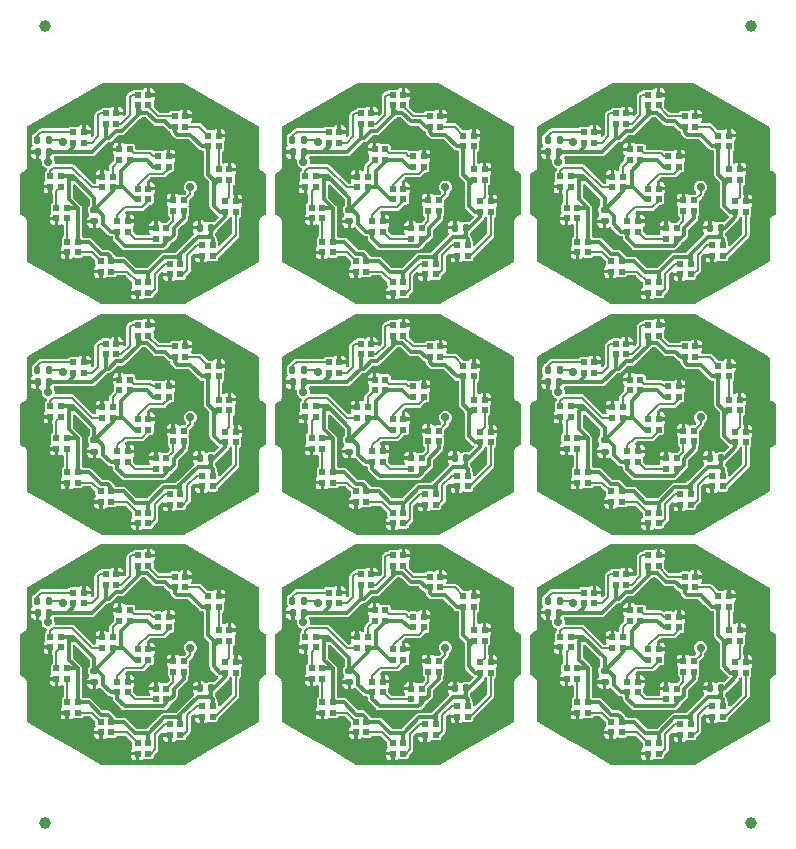
<source format=gbr>
%TF.GenerationSoftware,KiCad,Pcbnew,8.0.4*%
%TF.CreationDate,2024-10-17T14:22:23+11:00*%
%TF.ProjectId,panel,70616e65-6c2e-46b6-9963-61645f706362,rev?*%
%TF.SameCoordinates,Original*%
%TF.FileFunction,Copper,L1,Top*%
%TF.FilePolarity,Positive*%
%FSLAX46Y46*%
G04 Gerber Fmt 4.6, Leading zero omitted, Abs format (unit mm)*
G04 Created by KiCad (PCBNEW 8.0.4) date 2024-10-17 14:22:23*
%MOMM*%
%LPD*%
G01*
G04 APERTURE LIST*
G04 Aperture macros list*
%AMRoundRect*
0 Rectangle with rounded corners*
0 $1 Rounding radius*
0 $2 $3 $4 $5 $6 $7 $8 $9 X,Y pos of 4 corners*
0 Add a 4 corners polygon primitive as box body*
4,1,4,$2,$3,$4,$5,$6,$7,$8,$9,$2,$3,0*
0 Add four circle primitives for the rounded corners*
1,1,$1+$1,$2,$3*
1,1,$1+$1,$4,$5*
1,1,$1+$1,$6,$7*
1,1,$1+$1,$8,$9*
0 Add four rect primitives between the rounded corners*
20,1,$1+$1,$2,$3,$4,$5,0*
20,1,$1+$1,$4,$5,$6,$7,0*
20,1,$1+$1,$6,$7,$8,$9,0*
20,1,$1+$1,$8,$9,$2,$3,0*%
G04 Aperture macros list end*
%TA.AperFunction,SMDPad,CuDef*%
%ADD10R,0.500000X0.500000*%
%TD*%
%TA.AperFunction,SMDPad,CuDef*%
%ADD11RoundRect,0.135000X0.135000X0.185000X-0.135000X0.185000X-0.135000X-0.185000X0.135000X-0.185000X0*%
%TD*%
%TA.AperFunction,SMDPad,CuDef*%
%ADD12RoundRect,0.140000X0.170000X-0.140000X0.170000X0.140000X-0.170000X0.140000X-0.170000X-0.140000X0*%
%TD*%
%TA.AperFunction,SMDPad,CuDef*%
%ADD13RoundRect,0.140000X-0.140000X-0.170000X0.140000X-0.170000X0.140000X0.170000X-0.140000X0.170000X0*%
%TD*%
%TA.AperFunction,SMDPad,CuDef*%
%ADD14C,1.000000*%
%TD*%
%TA.AperFunction,ViaPad*%
%ADD15C,0.700000*%
%TD*%
%TA.AperFunction,Conductor*%
%ADD16C,0.300000*%
%TD*%
%TA.AperFunction,Conductor*%
%ADD17C,0.200000*%
%TD*%
G04 APERTURE END LIST*
D10*
%TO.P,D16,1,DIN*%
%TO.N,Board_8-Net-(D15-DOUT)*%
X59011072Y-52869873D03*
%TO.P,D16,2,VDD*%
%TO.N,Board_8-+5V*%
X59911072Y-52869873D03*
%TO.P,D16,3,DOUT*%
%TO.N,Board_8-Net-(D16-DOUT)*%
X59911072Y-51969873D03*
%TO.P,D16,4,GND*%
%TO.N,Board_8-GND*%
X59011072Y-51969873D03*
%TD*%
%TO.P,D5,1,DIN*%
%TO.N,Board_6-Net-(D4-DOUT)*%
X23318750Y-50807493D03*
%TO.P,D5,2,VDD*%
%TO.N,Board_6-+5V*%
X23318750Y-51707493D03*
%TO.P,D5,3,DOUT*%
%TO.N,Board_6-Net-(D5-DOUT)*%
X24218750Y-51707493D03*
%TO.P,D5,4,GND*%
%TO.N,Board_6-GND*%
X24218750Y-50807493D03*
%TD*%
%TO.P,D3,1,DIN*%
%TO.N,Board_4-Net-(D2-DOUT)*%
X38950000Y-27861434D03*
%TO.P,D3,2,VDD*%
%TO.N,Board_4-+5V*%
X38950000Y-28761434D03*
%TO.P,D3,3,DOUT*%
%TO.N,Board_4-Net-(D3-DOUT)*%
X39850000Y-28761434D03*
%TO.P,D3,4,GND*%
%TO.N,Board_4-GND*%
X39850000Y-27861434D03*
%TD*%
%TO.P,D5,1,DIN*%
%TO.N,Board_5-Net-(D4-DOUT)*%
X66518750Y-31307493D03*
%TO.P,D5,2,VDD*%
%TO.N,Board_5-+5V*%
X66518750Y-32207493D03*
%TO.P,D5,3,DOUT*%
%TO.N,Board_5-Net-(D5-DOUT)*%
X67418750Y-32207493D03*
%TO.P,D5,4,GND*%
%TO.N,Board_5-GND*%
X67418750Y-31307493D03*
%TD*%
%TO.P,D8,1,DIN*%
%TO.N,Board_3-Net-(D7-DOUT)*%
X23687500Y-41499224D03*
%TO.P,D8,2,VDD*%
%TO.N,Board_3-+5V*%
X23687500Y-40599224D03*
%TO.P,D8,3,DOUT*%
%TO.N,Board_3-Net-(D8-DOUT)*%
X22787500Y-40599224D03*
%TO.P,D8,4,GND*%
%TO.N,Board_3-GND*%
X22787500Y-41499224D03*
%TD*%
%TO.P,D2,1,DIN*%
%TO.N,Board_3-Net-(D1-DOUT)*%
X14631250Y-29431105D03*
%TO.P,D2,2,VDD*%
%TO.N,Board_3-+5V*%
X14631250Y-30331105D03*
%TO.P,D2,3,DOUT*%
%TO.N,Board_3-Net-(D2-DOUT)*%
X15531250Y-30331105D03*
%TO.P,D2,4,GND*%
%TO.N,Board_3-GND*%
X15531250Y-29431105D03*
%TD*%
%TO.P,D21,1,DIN*%
%TO.N,Board_8-Net-(D20-DOUT)*%
X63556527Y-57200000D03*
%TO.P,D21,2,VDD*%
%TO.N,Board_8-+5V*%
X64456527Y-57200000D03*
%TO.P,D21,3,DOUT*%
%TO.N,Board_8-DOUT*%
X64456527Y-56300000D03*
%TO.P,D21,4,GND*%
%TO.N,Board_8-GND*%
X63556527Y-56300000D03*
%TD*%
%TO.P,D3,1,DIN*%
%TO.N,Board_2-Net-(D2-DOUT)*%
X60550000Y-8361434D03*
%TO.P,D3,2,VDD*%
%TO.N,Board_2-+5V*%
X60550000Y-9261434D03*
%TO.P,D3,3,DOUT*%
%TO.N,Board_2-Net-(D3-DOUT)*%
X61450000Y-9261434D03*
%TO.P,D3,4,GND*%
%TO.N,Board_2-GND*%
X61450000Y-8361434D03*
%TD*%
%TO.P,D11,1,DIN*%
%TO.N,Board_1-Net-(D10-DOUT)*%
X36725000Y-23334347D03*
%TO.P,D11,2,VDD*%
%TO.N,Board_1-+5V*%
X36725000Y-22434347D03*
%TO.P,D11,3,DOUT*%
%TO.N,Board_1-Net-(D11-DOUT)*%
X35825000Y-22434347D03*
%TO.P,D11,4,GND*%
%TO.N,Board_1-GND*%
X35825000Y-23334347D03*
%TD*%
%TO.P,D11,1,DIN*%
%TO.N,Board_4-Net-(D10-DOUT)*%
X36725000Y-42834347D03*
%TO.P,D11,2,VDD*%
%TO.N,Board_4-+5V*%
X36725000Y-41934347D03*
%TO.P,D11,3,DOUT*%
%TO.N,Board_4-Net-(D11-DOUT)*%
X35825000Y-41934347D03*
%TO.P,D11,4,GND*%
%TO.N,Board_4-GND*%
X35825000Y-42834347D03*
%TD*%
%TO.P,D19,1,DIN*%
%TO.N,Board_5-Net-(D18-DOUT)*%
X58819464Y-38547595D03*
%TO.P,D19,2,VDD*%
%TO.N,Board_5-+5V*%
X58819464Y-39447595D03*
%TO.P,D19,3,DOUT*%
%TO.N,Board_5-Net-(D19-DOUT)*%
X59719464Y-39447595D03*
%TO.P,D19,4,GND*%
%TO.N,Board_5-GND*%
X59719464Y-38547595D03*
%TD*%
%TO.P,D4,1,DIN*%
%TO.N,Board_8-Net-(D3-DOUT)*%
X63675000Y-49165653D03*
%TO.P,D4,2,VDD*%
%TO.N,Board_8-+5V*%
X63675000Y-50065653D03*
%TO.P,D4,3,DOUT*%
%TO.N,Board_8-Net-(D4-DOUT)*%
X64575000Y-50065653D03*
%TO.P,D4,4,GND*%
%TO.N,Board_8-GND*%
X64575000Y-49165653D03*
%TD*%
D11*
%TO.P,R1,1*%
%TO.N,Board_7-DIN*%
X31470000Y-51178000D03*
%TO.P,R1,2*%
%TO.N,Board_7-Net-(D1-DIN)*%
X30450000Y-51178000D03*
%TD*%
D10*
%TO.P,D8,1,DIN*%
%TO.N,Board_0-Net-(D7-DOUT)*%
X23687500Y-21999224D03*
%TO.P,D8,2,VDD*%
%TO.N,Board_0-+5V*%
X23687500Y-21099224D03*
%TO.P,D8,3,DOUT*%
%TO.N,Board_0-Net-(D8-DOUT)*%
X22787500Y-21099224D03*
%TO.P,D8,4,GND*%
%TO.N,Board_0-GND*%
X22787500Y-21999224D03*
%TD*%
%TO.P,D5,1,DIN*%
%TO.N,Board_3-Net-(D4-DOUT)*%
X23318750Y-31307493D03*
%TO.P,D5,2,VDD*%
%TO.N,Board_3-+5V*%
X23318750Y-32207493D03*
%TO.P,D5,3,DOUT*%
%TO.N,Board_3-Net-(D5-DOUT)*%
X24218750Y-32207493D03*
%TO.P,D5,4,GND*%
%TO.N,Board_3-GND*%
X24218750Y-31307493D03*
%TD*%
%TO.P,D17,1,DIN*%
%TO.N,Board_4-Net-(D16-DOUT)*%
X40680536Y-33052405D03*
%TO.P,D17,2,VDD*%
%TO.N,Board_4-+5V*%
X40680536Y-33952405D03*
%TO.P,D17,3,DOUT*%
%TO.N,Board_4-Net-(D17-DOUT)*%
X41580536Y-33952405D03*
%TO.P,D17,4,GND*%
%TO.N,Board_4-GND*%
X41580536Y-33052405D03*
%TD*%
%TO.P,D6,1,DIN*%
%TO.N,Board_1-Net-(D5-DOUT)*%
X45825000Y-14669726D03*
%TO.P,D6,2,VDD*%
%TO.N,Board_1-+5V*%
X45825000Y-15569726D03*
%TO.P,D6,3,DOUT*%
%TO.N,Board_1-Net-(D6-DOUT)*%
X46725000Y-15569726D03*
%TO.P,D6,4,GND*%
%TO.N,Board_1-GND*%
X46725000Y-14669726D03*
%TD*%
%TO.P,D15,1,DIN*%
%TO.N,Board_5-Net-(D14-DOUT)*%
X57543473Y-35700000D03*
%TO.P,D15,2,VDD*%
%TO.N,Board_5-+5V*%
X58443473Y-35700000D03*
%TO.P,D15,3,DOUT*%
%TO.N,Board_5-Net-(D15-DOUT)*%
X58443473Y-34800000D03*
%TO.P,D15,4,GND*%
%TO.N,Board_5-GND*%
X57543473Y-34800000D03*
%TD*%
%TO.P,D12,1,DIN*%
%TO.N,Board_1-Net-(D11-DOUT)*%
X33881250Y-21692507D03*
%TO.P,D12,2,VDD*%
%TO.N,Board_1-+5V*%
X33881250Y-20792507D03*
%TO.P,D12,3,DOUT*%
%TO.N,Board_1-Net-(D12-DOUT)*%
X32981250Y-20792507D03*
%TO.P,D12,4,GND*%
%TO.N,Board_1-GND*%
X32981250Y-21692507D03*
%TD*%
%TO.P,D1,1,DIN*%
%TO.N,Board_3-Net-(D1-DIN)*%
X11912500Y-31000776D03*
%TO.P,D1,2,VDD*%
%TO.N,Board_3-+5V*%
X11912500Y-31900776D03*
%TO.P,D1,3,DOUT*%
%TO.N,Board_3-Net-(D1-DOUT)*%
X12812500Y-31900776D03*
%TO.P,D1,4,GND*%
%TO.N,Board_3-GND*%
X12812500Y-31000776D03*
%TD*%
%TO.P,D16,1,DIN*%
%TO.N,Board_7-Net-(D15-DOUT)*%
X37411072Y-52869873D03*
%TO.P,D16,2,VDD*%
%TO.N,Board_7-+5V*%
X38311072Y-52869873D03*
%TO.P,D16,3,DOUT*%
%TO.N,Board_7-Net-(D16-DOUT)*%
X38311072Y-51969873D03*
%TO.P,D16,4,GND*%
%TO.N,Board_7-GND*%
X37411072Y-51969873D03*
%TD*%
%TO.P,D16,1,DIN*%
%TO.N,Board_4-Net-(D15-DOUT)*%
X37411072Y-33369873D03*
%TO.P,D16,2,VDD*%
%TO.N,Board_4-+5V*%
X38311072Y-33369873D03*
%TO.P,D16,3,DOUT*%
%TO.N,Board_4-Net-(D16-DOUT)*%
X38311072Y-32469873D03*
%TO.P,D16,4,GND*%
%TO.N,Board_4-GND*%
X37411072Y-32469873D03*
%TD*%
%TO.P,D13,1,DIN*%
%TO.N,Board_2-Net-(D12-DOUT)*%
X54575000Y-18830274D03*
%TO.P,D13,2,VDD*%
%TO.N,Board_2-+5V*%
X54575000Y-17930274D03*
%TO.P,D13,3,DOUT*%
%TO.N,Board_2-Net-(D13-DOUT)*%
X53675000Y-17930274D03*
%TO.P,D13,4,GND*%
%TO.N,Board_2-GND*%
X53675000Y-18830274D03*
%TD*%
%TO.P,D1,1,DIN*%
%TO.N,Board_1-Net-(D1-DIN)*%
X33512500Y-11500776D03*
%TO.P,D1,2,VDD*%
%TO.N,Board_1-+5V*%
X33512500Y-12400776D03*
%TO.P,D1,3,DOUT*%
%TO.N,Board_1-Net-(D1-DOUT)*%
X34412500Y-12400776D03*
%TO.P,D1,4,GND*%
%TO.N,Board_1-GND*%
X34412500Y-11500776D03*
%TD*%
%TO.P,D14,1,DIN*%
%TO.N,Board_0-Net-(D13-DOUT)*%
X10843750Y-16130422D03*
%TO.P,D14,2,VDD*%
%TO.N,Board_0-+5V*%
X10843750Y-15230422D03*
%TO.P,D14,3,DOUT*%
%TO.N,Board_0-Net-(D14-DOUT)*%
X9943750Y-15230422D03*
%TO.P,D14,4,GND*%
%TO.N,Board_0-GND*%
X9943750Y-16130422D03*
%TD*%
%TO.P,D12,1,DIN*%
%TO.N,Board_3-Net-(D11-DOUT)*%
X12281250Y-41192507D03*
%TO.P,D12,2,VDD*%
%TO.N,Board_3-+5V*%
X12281250Y-40292507D03*
%TO.P,D12,3,DOUT*%
%TO.N,Board_3-Net-(D12-DOUT)*%
X11381250Y-40292507D03*
%TO.P,D12,4,GND*%
%TO.N,Board_3-GND*%
X11381250Y-41192507D03*
%TD*%
%TO.P,D4,1,DIN*%
%TO.N,Board_5-Net-(D3-DOUT)*%
X63675000Y-29665653D03*
%TO.P,D4,2,VDD*%
%TO.N,Board_5-+5V*%
X63675000Y-30565653D03*
%TO.P,D4,3,DOUT*%
%TO.N,Board_5-Net-(D4-DOUT)*%
X64575000Y-30565653D03*
%TO.P,D4,4,GND*%
%TO.N,Board_5-GND*%
X64575000Y-29665653D03*
%TD*%
%TO.P,D21,1,DIN*%
%TO.N,Board_1-Net-(D20-DOUT)*%
X41956527Y-18200000D03*
%TO.P,D21,2,VDD*%
%TO.N,Board_1-+5V*%
X42856527Y-18200000D03*
%TO.P,D21,3,DOUT*%
%TO.N,Board_1-DOUT*%
X42856527Y-17300000D03*
%TO.P,D21,4,GND*%
%TO.N,Board_1-GND*%
X41956527Y-17300000D03*
%TD*%
D12*
%TO.P,C3,1*%
%TO.N,Board_8-GND*%
X56878000Y-58066000D03*
%TO.P,C3,2*%
%TO.N,Board_8-+5V*%
X56878000Y-57106000D03*
%TD*%
D10*
%TO.P,D13,1,DIN*%
%TO.N,Board_0-Net-(D12-DOUT)*%
X11375000Y-18830274D03*
%TO.P,D13,2,VDD*%
%TO.N,Board_0-+5V*%
X11375000Y-17930274D03*
%TO.P,D13,3,DOUT*%
%TO.N,Board_0-Net-(D13-DOUT)*%
X10475000Y-17930274D03*
%TO.P,D13,4,GND*%
%TO.N,Board_0-GND*%
X10475000Y-18830274D03*
%TD*%
D13*
%TO.P,C1,1*%
%TO.N,Board_3-GND*%
X8880000Y-32694000D03*
%TO.P,C1,2*%
%TO.N,Board_3-+5V*%
X9840000Y-32694000D03*
%TD*%
D10*
%TO.P,D15,1,DIN*%
%TO.N,Board_3-Net-(D14-DOUT)*%
X14343473Y-35700000D03*
%TO.P,D15,2,VDD*%
%TO.N,Board_3-+5V*%
X15243473Y-35700000D03*
%TO.P,D15,3,DOUT*%
%TO.N,Board_3-Net-(D15-DOUT)*%
X15243473Y-34800000D03*
%TO.P,D15,4,GND*%
%TO.N,Board_3-GND*%
X14343473Y-34800000D03*
%TD*%
D13*
%TO.P,C2,1*%
%TO.N,Board_5-GND*%
X65796000Y-39102000D03*
%TO.P,C2,2*%
%TO.N,Board_5-+5V*%
X66756000Y-39102000D03*
%TD*%
D10*
%TO.P,D8,1,DIN*%
%TO.N,Board_8-Net-(D7-DOUT)*%
X66887500Y-60999224D03*
%TO.P,D8,2,VDD*%
%TO.N,Board_8-+5V*%
X66887500Y-60099224D03*
%TO.P,D8,3,DOUT*%
%TO.N,Board_8-Net-(D8-DOUT)*%
X65987500Y-60099224D03*
%TO.P,D8,4,GND*%
%TO.N,Board_8-GND*%
X65987500Y-60999224D03*
%TD*%
%TO.P,D17,1,DIN*%
%TO.N,Board_1-Net-(D16-DOUT)*%
X40680536Y-13552405D03*
%TO.P,D17,2,VDD*%
%TO.N,Board_1-+5V*%
X40680536Y-14452405D03*
%TO.P,D17,3,DOUT*%
%TO.N,Board_1-Net-(D17-DOUT)*%
X41580536Y-14452405D03*
%TO.P,D17,4,GND*%
%TO.N,Board_1-GND*%
X41580536Y-13552405D03*
%TD*%
%TO.P,D10,1,DIN*%
%TO.N,Board_3-Net-(D10-DIN)*%
X18250000Y-44638566D03*
%TO.P,D10,2,VDD*%
%TO.N,Board_3-+5V*%
X18250000Y-43738566D03*
%TO.P,D10,3,DOUT*%
%TO.N,Board_3-Net-(D10-DOUT)*%
X17350000Y-43738566D03*
%TO.P,D10,4,GND*%
%TO.N,Board_3-GND*%
X17350000Y-44638566D03*
%TD*%
%TO.P,D12,1,DIN*%
%TO.N,Board_2-Net-(D11-DOUT)*%
X55481250Y-21692507D03*
%TO.P,D12,2,VDD*%
%TO.N,Board_2-+5V*%
X55481250Y-20792507D03*
%TO.P,D12,3,DOUT*%
%TO.N,Board_2-Net-(D12-DOUT)*%
X54581250Y-20792507D03*
%TO.P,D12,4,GND*%
%TO.N,Board_2-GND*%
X54581250Y-21692507D03*
%TD*%
%TO.P,D12,1,DIN*%
%TO.N,Board_0-Net-(D11-DOUT)*%
X12281250Y-21692507D03*
%TO.P,D12,2,VDD*%
%TO.N,Board_0-+5V*%
X12281250Y-20792507D03*
%TO.P,D12,3,DOUT*%
%TO.N,Board_0-Net-(D12-DOUT)*%
X11381250Y-20792507D03*
%TO.P,D12,4,GND*%
%TO.N,Board_0-GND*%
X11381250Y-21692507D03*
%TD*%
%TO.P,D10,1,DIN*%
%TO.N,Board_8-Net-(D10-DIN)*%
X61450000Y-64138566D03*
%TO.P,D10,2,VDD*%
%TO.N,Board_8-+5V*%
X61450000Y-63238566D03*
%TO.P,D10,3,DOUT*%
%TO.N,Board_8-Net-(D10-DOUT)*%
X60550000Y-63238566D03*
%TO.P,D10,4,GND*%
%TO.N,Board_8-GND*%
X60550000Y-64138566D03*
%TD*%
%TO.P,D4,1,DIN*%
%TO.N,Board_6-Net-(D3-DOUT)*%
X20475000Y-49165653D03*
%TO.P,D4,2,VDD*%
%TO.N,Board_6-+5V*%
X20475000Y-50065653D03*
%TO.P,D4,3,DOUT*%
%TO.N,Board_6-Net-(D4-DOUT)*%
X21375000Y-50065653D03*
%TO.P,D4,4,GND*%
%TO.N,Board_6-GND*%
X21375000Y-49165653D03*
%TD*%
%TO.P,D11,1,DIN*%
%TO.N,Board_5-Net-(D10-DOUT)*%
X58325000Y-42834347D03*
%TO.P,D11,2,VDD*%
%TO.N,Board_5-+5V*%
X58325000Y-41934347D03*
%TO.P,D11,3,DOUT*%
%TO.N,Board_5-Net-(D11-DOUT)*%
X57425000Y-41934347D03*
%TO.P,D11,4,GND*%
%TO.N,Board_5-GND*%
X57425000Y-42834347D03*
%TD*%
%TO.P,D7,1,DIN*%
%TO.N,Board_0-Net-(D6-DOUT)*%
X24756250Y-17369578D03*
%TO.P,D7,2,VDD*%
%TO.N,Board_0-+5V*%
X24756250Y-18269578D03*
%TO.P,D7,3,DOUT*%
%TO.N,Board_0-Net-(D7-DOUT)*%
X25656250Y-18269578D03*
%TO.P,D7,4,GND*%
%TO.N,Board_0-GND*%
X25656250Y-17369578D03*
%TD*%
%TO.P,D19,1,DIN*%
%TO.N,Board_1-Net-(D18-DOUT)*%
X37219464Y-19047595D03*
%TO.P,D19,2,VDD*%
%TO.N,Board_1-+5V*%
X37219464Y-19947595D03*
%TO.P,D19,3,DOUT*%
%TO.N,Board_1-Net-(D19-DOUT)*%
X38119464Y-19947595D03*
%TO.P,D19,4,GND*%
%TO.N,Board_1-GND*%
X38119464Y-19047595D03*
%TD*%
%TO.P,D1,1,DIN*%
%TO.N,Board_8-Net-(D1-DIN)*%
X55112500Y-50500776D03*
%TO.P,D1,2,VDD*%
%TO.N,Board_8-+5V*%
X55112500Y-51400776D03*
%TO.P,D1,3,DOUT*%
%TO.N,Board_8-Net-(D1-DOUT)*%
X56012500Y-51400776D03*
%TO.P,D1,4,GND*%
%TO.N,Board_8-GND*%
X56012500Y-50500776D03*
%TD*%
%TO.P,D3,1,DIN*%
%TO.N,Board_7-Net-(D2-DOUT)*%
X38950000Y-47361434D03*
%TO.P,D3,2,VDD*%
%TO.N,Board_7-+5V*%
X38950000Y-48261434D03*
%TO.P,D3,3,DOUT*%
%TO.N,Board_7-Net-(D3-DOUT)*%
X39850000Y-48261434D03*
%TO.P,D3,4,GND*%
%TO.N,Board_7-GND*%
X39850000Y-47361434D03*
%TD*%
%TO.P,D7,1,DIN*%
%TO.N,Board_6-Net-(D6-DOUT)*%
X24756250Y-56369578D03*
%TO.P,D7,2,VDD*%
%TO.N,Board_6-+5V*%
X24756250Y-57269578D03*
%TO.P,D7,3,DOUT*%
%TO.N,Board_6-Net-(D7-DOUT)*%
X25656250Y-57269578D03*
%TO.P,D7,4,GND*%
%TO.N,Board_6-GND*%
X25656250Y-56369578D03*
%TD*%
%TO.P,D14,1,DIN*%
%TO.N,Board_5-Net-(D13-DOUT)*%
X54043750Y-35630422D03*
%TO.P,D14,2,VDD*%
%TO.N,Board_5-+5V*%
X54043750Y-34730422D03*
%TO.P,D14,3,DOUT*%
%TO.N,Board_5-Net-(D14-DOUT)*%
X53143750Y-34730422D03*
%TO.P,D14,4,GND*%
%TO.N,Board_5-GND*%
X53143750Y-35630422D03*
%TD*%
%TO.P,D6,1,DIN*%
%TO.N,Board_6-Net-(D5-DOUT)*%
X24225000Y-53669726D03*
%TO.P,D6,2,VDD*%
%TO.N,Board_6-+5V*%
X24225000Y-54569726D03*
%TO.P,D6,3,DOUT*%
%TO.N,Board_6-Net-(D6-DOUT)*%
X25125000Y-54569726D03*
%TO.P,D6,4,GND*%
%TO.N,Board_6-GND*%
X25125000Y-53669726D03*
%TD*%
%TO.P,D19,1,DIN*%
%TO.N,Board_7-Net-(D18-DOUT)*%
X37219464Y-58047595D03*
%TO.P,D19,2,VDD*%
%TO.N,Board_7-+5V*%
X37219464Y-58947595D03*
%TO.P,D19,3,DOUT*%
%TO.N,Board_7-Net-(D19-DOUT)*%
X38119464Y-58947595D03*
%TO.P,D19,4,GND*%
%TO.N,Board_7-GND*%
X38119464Y-58047595D03*
%TD*%
D14*
%TO.P,KiKit_FID_T_2,*%
%TO.N,*%
X69300000Y-2500000D03*
%TD*%
D10*
%TO.P,D20,1,DIN*%
%TO.N,Board_0-Net-(D19-DOUT)*%
X18888928Y-20530127D03*
%TO.P,D20,2,VDD*%
%TO.N,Board_0-+5V*%
X19788928Y-20530127D03*
%TO.P,D20,3,DOUT*%
%TO.N,Board_0-Net-(D20-DOUT)*%
X19788928Y-19630127D03*
%TO.P,D20,4,GND*%
%TO.N,Board_0-GND*%
X18888928Y-19630127D03*
%TD*%
%TO.P,D7,1,DIN*%
%TO.N,Board_2-Net-(D6-DOUT)*%
X67956250Y-17369578D03*
%TO.P,D7,2,VDD*%
%TO.N,Board_2-+5V*%
X67956250Y-18269578D03*
%TO.P,D7,3,DOUT*%
%TO.N,Board_2-Net-(D7-DOUT)*%
X68856250Y-18269578D03*
%TO.P,D7,4,GND*%
%TO.N,Board_2-GND*%
X68856250Y-17369578D03*
%TD*%
D13*
%TO.P,C2,1*%
%TO.N,Board_7-GND*%
X44196000Y-58602000D03*
%TO.P,C2,2*%
%TO.N,Board_7-+5V*%
X45156000Y-58602000D03*
%TD*%
D12*
%TO.P,C3,1*%
%TO.N,Board_6-GND*%
X13678000Y-58066000D03*
%TO.P,C3,2*%
%TO.N,Board_6-+5V*%
X13678000Y-57106000D03*
%TD*%
D10*
%TO.P,D10,1,DIN*%
%TO.N,Board_1-Net-(D10-DIN)*%
X39850000Y-25138566D03*
%TO.P,D10,2,VDD*%
%TO.N,Board_1-+5V*%
X39850000Y-24238566D03*
%TO.P,D10,3,DOUT*%
%TO.N,Board_1-Net-(D10-DOUT)*%
X38950000Y-24238566D03*
%TO.P,D10,4,GND*%
%TO.N,Board_1-GND*%
X38950000Y-25138566D03*
%TD*%
%TO.P,D13,1,DIN*%
%TO.N,Board_4-Net-(D12-DOUT)*%
X32975000Y-38330274D03*
%TO.P,D13,2,VDD*%
%TO.N,Board_4-+5V*%
X32975000Y-37430274D03*
%TO.P,D13,3,DOUT*%
%TO.N,Board_4-Net-(D13-DOUT)*%
X32075000Y-37430274D03*
%TO.P,D13,4,GND*%
%TO.N,Board_4-GND*%
X32075000Y-38330274D03*
%TD*%
D12*
%TO.P,C3,1*%
%TO.N,Board_2-GND*%
X56878000Y-19066000D03*
%TO.P,C3,2*%
%TO.N,Board_2-+5V*%
X56878000Y-18106000D03*
%TD*%
D10*
%TO.P,D15,1,DIN*%
%TO.N,Board_4-Net-(D14-DOUT)*%
X35943473Y-35700000D03*
%TO.P,D15,2,VDD*%
%TO.N,Board_4-+5V*%
X36843473Y-35700000D03*
%TO.P,D15,3,DOUT*%
%TO.N,Board_4-Net-(D15-DOUT)*%
X36843473Y-34800000D03*
%TO.P,D15,4,GND*%
%TO.N,Board_4-GND*%
X35943473Y-34800000D03*
%TD*%
%TO.P,D1,1,DIN*%
%TO.N,Board_0-Net-(D1-DIN)*%
X11912500Y-11500776D03*
%TO.P,D1,2,VDD*%
%TO.N,Board_0-+5V*%
X11912500Y-12400776D03*
%TO.P,D1,3,DOUT*%
%TO.N,Board_0-Net-(D1-DOUT)*%
X12812500Y-12400776D03*
%TO.P,D1,4,GND*%
%TO.N,Board_0-GND*%
X12812500Y-11500776D03*
%TD*%
%TO.P,D11,1,DIN*%
%TO.N,Board_2-Net-(D10-DOUT)*%
X58325000Y-23334347D03*
%TO.P,D11,2,VDD*%
%TO.N,Board_2-+5V*%
X58325000Y-22434347D03*
%TO.P,D11,3,DOUT*%
%TO.N,Board_2-Net-(D11-DOUT)*%
X57425000Y-22434347D03*
%TO.P,D11,4,GND*%
%TO.N,Board_2-GND*%
X57425000Y-23334347D03*
%TD*%
%TO.P,D10,1,DIN*%
%TO.N,Board_2-Net-(D10-DIN)*%
X61450000Y-25138566D03*
%TO.P,D10,2,VDD*%
%TO.N,Board_2-+5V*%
X61450000Y-24238566D03*
%TO.P,D10,3,DOUT*%
%TO.N,Board_2-Net-(D10-DOUT)*%
X60550000Y-24238566D03*
%TO.P,D10,4,GND*%
%TO.N,Board_2-GND*%
X60550000Y-25138566D03*
%TD*%
%TO.P,D7,1,DIN*%
%TO.N,Board_5-Net-(D6-DOUT)*%
X67956250Y-36869578D03*
%TO.P,D7,2,VDD*%
%TO.N,Board_5-+5V*%
X67956250Y-37769578D03*
%TO.P,D7,3,DOUT*%
%TO.N,Board_5-Net-(D7-DOUT)*%
X68856250Y-37769578D03*
%TO.P,D7,4,GND*%
%TO.N,Board_5-GND*%
X68856250Y-36869578D03*
%TD*%
%TO.P,D9,1,DIN*%
%TO.N,Board_6-Net-(D8-DOUT)*%
X20968750Y-62568895D03*
%TO.P,D9,2,VDD*%
%TO.N,Board_6-+5V*%
X20968750Y-61668895D03*
%TO.P,D9,3,DOUT*%
%TO.N,Board_6-Net-(D10-DIN)*%
X20068750Y-61668895D03*
%TO.P,D9,4,GND*%
%TO.N,Board_6-GND*%
X20068750Y-62568895D03*
%TD*%
%TO.P,D12,1,DIN*%
%TO.N,Board_4-Net-(D11-DOUT)*%
X33881250Y-41192507D03*
%TO.P,D12,2,VDD*%
%TO.N,Board_4-+5V*%
X33881250Y-40292507D03*
%TO.P,D12,3,DOUT*%
%TO.N,Board_4-Net-(D12-DOUT)*%
X32981250Y-40292507D03*
%TO.P,D12,4,GND*%
%TO.N,Board_4-GND*%
X32981250Y-41192507D03*
%TD*%
%TO.P,D17,1,DIN*%
%TO.N,Board_0-Net-(D16-DOUT)*%
X19080536Y-13552405D03*
%TO.P,D17,2,VDD*%
%TO.N,Board_0-+5V*%
X19080536Y-14452405D03*
%TO.P,D17,3,DOUT*%
%TO.N,Board_0-Net-(D17-DOUT)*%
X19980536Y-14452405D03*
%TO.P,D17,4,GND*%
%TO.N,Board_0-GND*%
X19980536Y-13552405D03*
%TD*%
%TO.P,D6,1,DIN*%
%TO.N,Board_2-Net-(D5-DOUT)*%
X67425000Y-14669726D03*
%TO.P,D6,2,VDD*%
%TO.N,Board_2-+5V*%
X67425000Y-15569726D03*
%TO.P,D6,3,DOUT*%
%TO.N,Board_2-Net-(D6-DOUT)*%
X68325000Y-15569726D03*
%TO.P,D6,4,GND*%
%TO.N,Board_2-GND*%
X68325000Y-14669726D03*
%TD*%
%TO.P,D20,1,DIN*%
%TO.N,Board_3-Net-(D19-DOUT)*%
X18888928Y-40030127D03*
%TO.P,D20,2,VDD*%
%TO.N,Board_3-+5V*%
X19788928Y-40030127D03*
%TO.P,D20,3,DOUT*%
%TO.N,Board_3-Net-(D20-DOUT)*%
X19788928Y-39130127D03*
%TO.P,D20,4,GND*%
%TO.N,Board_3-GND*%
X18888928Y-39130127D03*
%TD*%
%TO.P,D6,1,DIN*%
%TO.N,Board_3-Net-(D5-DOUT)*%
X24225000Y-34169726D03*
%TO.P,D6,2,VDD*%
%TO.N,Board_3-+5V*%
X24225000Y-35069726D03*
%TO.P,D6,3,DOUT*%
%TO.N,Board_3-Net-(D6-DOUT)*%
X25125000Y-35069726D03*
%TO.P,D6,4,GND*%
%TO.N,Board_3-GND*%
X25125000Y-34169726D03*
%TD*%
%TO.P,D8,1,DIN*%
%TO.N,Board_4-Net-(D7-DOUT)*%
X45287500Y-41499224D03*
%TO.P,D8,2,VDD*%
%TO.N,Board_4-+5V*%
X45287500Y-40599224D03*
%TO.P,D8,3,DOUT*%
%TO.N,Board_4-Net-(D8-DOUT)*%
X44387500Y-40599224D03*
%TO.P,D8,4,GND*%
%TO.N,Board_4-GND*%
X44387500Y-41499224D03*
%TD*%
%TO.P,D3,1,DIN*%
%TO.N,Board_0-Net-(D2-DOUT)*%
X17350000Y-8361434D03*
%TO.P,D3,2,VDD*%
%TO.N,Board_0-+5V*%
X17350000Y-9261434D03*
%TO.P,D3,3,DOUT*%
%TO.N,Board_0-Net-(D3-DOUT)*%
X18250000Y-9261434D03*
%TO.P,D3,4,GND*%
%TO.N,Board_0-GND*%
X18250000Y-8361434D03*
%TD*%
%TO.P,D9,1,DIN*%
%TO.N,Board_0-Net-(D8-DOUT)*%
X20968750Y-23568895D03*
%TO.P,D9,2,VDD*%
%TO.N,Board_0-+5V*%
X20968750Y-22668895D03*
%TO.P,D9,3,DOUT*%
%TO.N,Board_0-Net-(D10-DIN)*%
X20068750Y-22668895D03*
%TO.P,D9,4,GND*%
%TO.N,Board_0-GND*%
X20068750Y-23568895D03*
%TD*%
%TO.P,D8,1,DIN*%
%TO.N,Board_2-Net-(D7-DOUT)*%
X66887500Y-21999224D03*
%TO.P,D8,2,VDD*%
%TO.N,Board_2-+5V*%
X66887500Y-21099224D03*
%TO.P,D8,3,DOUT*%
%TO.N,Board_2-Net-(D8-DOUT)*%
X65987500Y-21099224D03*
%TO.P,D8,4,GND*%
%TO.N,Board_2-GND*%
X65987500Y-21999224D03*
%TD*%
%TO.P,D15,1,DIN*%
%TO.N,Board_8-Net-(D14-DOUT)*%
X57543473Y-55200000D03*
%TO.P,D15,2,VDD*%
%TO.N,Board_8-+5V*%
X58443473Y-55200000D03*
%TO.P,D15,3,DOUT*%
%TO.N,Board_8-Net-(D15-DOUT)*%
X58443473Y-54300000D03*
%TO.P,D15,4,GND*%
%TO.N,Board_8-GND*%
X57543473Y-54300000D03*
%TD*%
%TO.P,D7,1,DIN*%
%TO.N,Board_7-Net-(D6-DOUT)*%
X46356250Y-56369578D03*
%TO.P,D7,2,VDD*%
%TO.N,Board_7-+5V*%
X46356250Y-57269578D03*
%TO.P,D7,3,DOUT*%
%TO.N,Board_7-Net-(D7-DOUT)*%
X47256250Y-57269578D03*
%TO.P,D7,4,GND*%
%TO.N,Board_7-GND*%
X47256250Y-56369578D03*
%TD*%
D13*
%TO.P,C1,1*%
%TO.N,Board_8-GND*%
X52080000Y-52194000D03*
%TO.P,C1,2*%
%TO.N,Board_8-+5V*%
X53040000Y-52194000D03*
%TD*%
%TO.P,C2,1*%
%TO.N,Board_8-GND*%
X65796000Y-58602000D03*
%TO.P,C2,2*%
%TO.N,Board_8-+5V*%
X66756000Y-58602000D03*
%TD*%
D12*
%TO.P,C3,1*%
%TO.N,Board_7-GND*%
X35278000Y-58066000D03*
%TO.P,C3,2*%
%TO.N,Board_7-+5V*%
X35278000Y-57106000D03*
%TD*%
D10*
%TO.P,D8,1,DIN*%
%TO.N,Board_7-Net-(D7-DOUT)*%
X45287500Y-60999224D03*
%TO.P,D8,2,VDD*%
%TO.N,Board_7-+5V*%
X45287500Y-60099224D03*
%TO.P,D8,3,DOUT*%
%TO.N,Board_7-Net-(D8-DOUT)*%
X44387500Y-60099224D03*
%TO.P,D8,4,GND*%
%TO.N,Board_7-GND*%
X44387500Y-60999224D03*
%TD*%
D11*
%TO.P,R1,1*%
%TO.N,Board_8-DIN*%
X53070000Y-51178000D03*
%TO.P,R1,2*%
%TO.N,Board_8-Net-(D1-DIN)*%
X52050000Y-51178000D03*
%TD*%
D10*
%TO.P,D18,1,DIN*%
%TO.N,Board_7-Net-(D17-DOUT)*%
X38950000Y-55300000D03*
%TO.P,D18,2,VDD*%
%TO.N,Board_7-+5V*%
X38950000Y-56200000D03*
%TO.P,D18,3,DOUT*%
%TO.N,Board_7-Net-(D18-DOUT)*%
X39850000Y-56200000D03*
%TO.P,D18,4,GND*%
%TO.N,Board_7-GND*%
X39850000Y-55300000D03*
%TD*%
%TO.P,D17,1,DIN*%
%TO.N,Board_2-Net-(D16-DOUT)*%
X62280536Y-13552405D03*
%TO.P,D17,2,VDD*%
%TO.N,Board_2-+5V*%
X62280536Y-14452405D03*
%TO.P,D17,3,DOUT*%
%TO.N,Board_2-Net-(D17-DOUT)*%
X63180536Y-14452405D03*
%TO.P,D17,4,GND*%
%TO.N,Board_2-GND*%
X63180536Y-13552405D03*
%TD*%
%TO.P,D17,1,DIN*%
%TO.N,Board_3-Net-(D16-DOUT)*%
X19080536Y-33052405D03*
%TO.P,D17,2,VDD*%
%TO.N,Board_3-+5V*%
X19080536Y-33952405D03*
%TO.P,D17,3,DOUT*%
%TO.N,Board_3-Net-(D17-DOUT)*%
X19980536Y-33952405D03*
%TO.P,D17,4,GND*%
%TO.N,Board_3-GND*%
X19980536Y-33052405D03*
%TD*%
%TO.P,D15,1,DIN*%
%TO.N,Board_0-Net-(D14-DOUT)*%
X14343473Y-16200000D03*
%TO.P,D15,2,VDD*%
%TO.N,Board_0-+5V*%
X15243473Y-16200000D03*
%TO.P,D15,3,DOUT*%
%TO.N,Board_0-Net-(D15-DOUT)*%
X15243473Y-15300000D03*
%TO.P,D15,4,GND*%
%TO.N,Board_0-GND*%
X14343473Y-15300000D03*
%TD*%
%TO.P,D3,1,DIN*%
%TO.N,Board_5-Net-(D2-DOUT)*%
X60550000Y-27861434D03*
%TO.P,D3,2,VDD*%
%TO.N,Board_5-+5V*%
X60550000Y-28761434D03*
%TO.P,D3,3,DOUT*%
%TO.N,Board_5-Net-(D3-DOUT)*%
X61450000Y-28761434D03*
%TO.P,D3,4,GND*%
%TO.N,Board_5-GND*%
X61450000Y-27861434D03*
%TD*%
%TO.P,D1,1,DIN*%
%TO.N,Board_2-Net-(D1-DIN)*%
X55112500Y-11500776D03*
%TO.P,D1,2,VDD*%
%TO.N,Board_2-+5V*%
X55112500Y-12400776D03*
%TO.P,D1,3,DOUT*%
%TO.N,Board_2-Net-(D1-DOUT)*%
X56012500Y-12400776D03*
%TO.P,D1,4,GND*%
%TO.N,Board_2-GND*%
X56012500Y-11500776D03*
%TD*%
%TO.P,D21,1,DIN*%
%TO.N,Board_4-Net-(D20-DOUT)*%
X41956527Y-37700000D03*
%TO.P,D21,2,VDD*%
%TO.N,Board_4-+5V*%
X42856527Y-37700000D03*
%TO.P,D21,3,DOUT*%
%TO.N,Board_4-DOUT*%
X42856527Y-36800000D03*
%TO.P,D21,4,GND*%
%TO.N,Board_4-GND*%
X41956527Y-36800000D03*
%TD*%
D12*
%TO.P,C3,1*%
%TO.N,Board_1-GND*%
X35278000Y-19066000D03*
%TO.P,C3,2*%
%TO.N,Board_1-+5V*%
X35278000Y-18106000D03*
%TD*%
D10*
%TO.P,D16,1,DIN*%
%TO.N,Board_1-Net-(D15-DOUT)*%
X37411072Y-13869873D03*
%TO.P,D16,2,VDD*%
%TO.N,Board_1-+5V*%
X38311072Y-13869873D03*
%TO.P,D16,3,DOUT*%
%TO.N,Board_1-Net-(D16-DOUT)*%
X38311072Y-12969873D03*
%TO.P,D16,4,GND*%
%TO.N,Board_1-GND*%
X37411072Y-12969873D03*
%TD*%
%TO.P,D21,1,DIN*%
%TO.N,Board_6-Net-(D20-DOUT)*%
X20356527Y-57200000D03*
%TO.P,D21,2,VDD*%
%TO.N,Board_6-+5V*%
X21256527Y-57200000D03*
%TO.P,D21,3,DOUT*%
%TO.N,Board_6-DOUT*%
X21256527Y-56300000D03*
%TO.P,D21,4,GND*%
%TO.N,Board_6-GND*%
X20356527Y-56300000D03*
%TD*%
%TO.P,D13,1,DIN*%
%TO.N,Board_5-Net-(D12-DOUT)*%
X54575000Y-38330274D03*
%TO.P,D13,2,VDD*%
%TO.N,Board_5-+5V*%
X54575000Y-37430274D03*
%TO.P,D13,3,DOUT*%
%TO.N,Board_5-Net-(D13-DOUT)*%
X53675000Y-37430274D03*
%TO.P,D13,4,GND*%
%TO.N,Board_5-GND*%
X53675000Y-38330274D03*
%TD*%
%TO.P,D4,1,DIN*%
%TO.N,Board_3-Net-(D3-DOUT)*%
X20475000Y-29665653D03*
%TO.P,D4,2,VDD*%
%TO.N,Board_3-+5V*%
X20475000Y-30565653D03*
%TO.P,D4,3,DOUT*%
%TO.N,Board_3-Net-(D4-DOUT)*%
X21375000Y-30565653D03*
%TO.P,D4,4,GND*%
%TO.N,Board_3-GND*%
X21375000Y-29665653D03*
%TD*%
D11*
%TO.P,R1,1*%
%TO.N,Board_2-DIN*%
X53070000Y-12178000D03*
%TO.P,R1,2*%
%TO.N,Board_2-Net-(D1-DIN)*%
X52050000Y-12178000D03*
%TD*%
D10*
%TO.P,D20,1,DIN*%
%TO.N,Board_7-Net-(D19-DOUT)*%
X40488928Y-59530127D03*
%TO.P,D20,2,VDD*%
%TO.N,Board_7-+5V*%
X41388928Y-59530127D03*
%TO.P,D20,3,DOUT*%
%TO.N,Board_7-Net-(D20-DOUT)*%
X41388928Y-58630127D03*
%TO.P,D20,4,GND*%
%TO.N,Board_7-GND*%
X40488928Y-58630127D03*
%TD*%
D13*
%TO.P,C1,1*%
%TO.N,Board_2-GND*%
X52080000Y-13194000D03*
%TO.P,C1,2*%
%TO.N,Board_2-+5V*%
X53040000Y-13194000D03*
%TD*%
D10*
%TO.P,D5,1,DIN*%
%TO.N,Board_1-Net-(D4-DOUT)*%
X44918750Y-11807493D03*
%TO.P,D5,2,VDD*%
%TO.N,Board_1-+5V*%
X44918750Y-12707493D03*
%TO.P,D5,3,DOUT*%
%TO.N,Board_1-Net-(D5-DOUT)*%
X45818750Y-12707493D03*
%TO.P,D5,4,GND*%
%TO.N,Board_1-GND*%
X45818750Y-11807493D03*
%TD*%
D11*
%TO.P,R1,1*%
%TO.N,Board_1-DIN*%
X31470000Y-12178000D03*
%TO.P,R1,2*%
%TO.N,Board_1-Net-(D1-DIN)*%
X30450000Y-12178000D03*
%TD*%
D10*
%TO.P,D6,1,DIN*%
%TO.N,Board_4-Net-(D5-DOUT)*%
X45825000Y-34169726D03*
%TO.P,D6,2,VDD*%
%TO.N,Board_4-+5V*%
X45825000Y-35069726D03*
%TO.P,D6,3,DOUT*%
%TO.N,Board_4-Net-(D6-DOUT)*%
X46725000Y-35069726D03*
%TO.P,D6,4,GND*%
%TO.N,Board_4-GND*%
X46725000Y-34169726D03*
%TD*%
%TO.P,D18,1,DIN*%
%TO.N,Board_4-Net-(D17-DOUT)*%
X38950000Y-35800000D03*
%TO.P,D18,2,VDD*%
%TO.N,Board_4-+5V*%
X38950000Y-36700000D03*
%TO.P,D18,3,DOUT*%
%TO.N,Board_4-Net-(D18-DOUT)*%
X39850000Y-36700000D03*
%TO.P,D18,4,GND*%
%TO.N,Board_4-GND*%
X39850000Y-35800000D03*
%TD*%
%TO.P,D18,1,DIN*%
%TO.N,Board_3-Net-(D17-DOUT)*%
X17350000Y-35800000D03*
%TO.P,D18,2,VDD*%
%TO.N,Board_3-+5V*%
X17350000Y-36700000D03*
%TO.P,D18,3,DOUT*%
%TO.N,Board_3-Net-(D18-DOUT)*%
X18250000Y-36700000D03*
%TO.P,D18,4,GND*%
%TO.N,Board_3-GND*%
X18250000Y-35800000D03*
%TD*%
%TO.P,D13,1,DIN*%
%TO.N,Board_3-Net-(D12-DOUT)*%
X11375000Y-38330274D03*
%TO.P,D13,2,VDD*%
%TO.N,Board_3-+5V*%
X11375000Y-37430274D03*
%TO.P,D13,3,DOUT*%
%TO.N,Board_3-Net-(D13-DOUT)*%
X10475000Y-37430274D03*
%TO.P,D13,4,GND*%
%TO.N,Board_3-GND*%
X10475000Y-38330274D03*
%TD*%
%TO.P,D13,1,DIN*%
%TO.N,Board_6-Net-(D12-DOUT)*%
X11375000Y-57830274D03*
%TO.P,D13,2,VDD*%
%TO.N,Board_6-+5V*%
X11375000Y-56930274D03*
%TO.P,D13,3,DOUT*%
%TO.N,Board_6-Net-(D13-DOUT)*%
X10475000Y-56930274D03*
%TO.P,D13,4,GND*%
%TO.N,Board_6-GND*%
X10475000Y-57830274D03*
%TD*%
%TO.P,D19,1,DIN*%
%TO.N,Board_3-Net-(D18-DOUT)*%
X15619464Y-38547595D03*
%TO.P,D19,2,VDD*%
%TO.N,Board_3-+5V*%
X15619464Y-39447595D03*
%TO.P,D19,3,DOUT*%
%TO.N,Board_3-Net-(D19-DOUT)*%
X16519464Y-39447595D03*
%TO.P,D19,4,GND*%
%TO.N,Board_3-GND*%
X16519464Y-38547595D03*
%TD*%
%TO.P,D2,1,DIN*%
%TO.N,Board_2-Net-(D1-DOUT)*%
X57831250Y-9931105D03*
%TO.P,D2,2,VDD*%
%TO.N,Board_2-+5V*%
X57831250Y-10831105D03*
%TO.P,D2,3,DOUT*%
%TO.N,Board_2-Net-(D2-DOUT)*%
X58731250Y-10831105D03*
%TO.P,D2,4,GND*%
%TO.N,Board_2-GND*%
X58731250Y-9931105D03*
%TD*%
%TO.P,D9,1,DIN*%
%TO.N,Board_2-Net-(D8-DOUT)*%
X64168750Y-23568895D03*
%TO.P,D9,2,VDD*%
%TO.N,Board_2-+5V*%
X64168750Y-22668895D03*
%TO.P,D9,3,DOUT*%
%TO.N,Board_2-Net-(D10-DIN)*%
X63268750Y-22668895D03*
%TO.P,D9,4,GND*%
%TO.N,Board_2-GND*%
X63268750Y-23568895D03*
%TD*%
%TO.P,D4,1,DIN*%
%TO.N,Board_1-Net-(D3-DOUT)*%
X42075000Y-10165653D03*
%TO.P,D4,2,VDD*%
%TO.N,Board_1-+5V*%
X42075000Y-11065653D03*
%TO.P,D4,3,DOUT*%
%TO.N,Board_1-Net-(D4-DOUT)*%
X42975000Y-11065653D03*
%TO.P,D4,4,GND*%
%TO.N,Board_1-GND*%
X42975000Y-10165653D03*
%TD*%
%TO.P,D11,1,DIN*%
%TO.N,Board_8-Net-(D10-DOUT)*%
X58325000Y-62334347D03*
%TO.P,D11,2,VDD*%
%TO.N,Board_8-+5V*%
X58325000Y-61434347D03*
%TO.P,D11,3,DOUT*%
%TO.N,Board_8-Net-(D11-DOUT)*%
X57425000Y-61434347D03*
%TO.P,D11,4,GND*%
%TO.N,Board_8-GND*%
X57425000Y-62334347D03*
%TD*%
%TO.P,D20,1,DIN*%
%TO.N,Board_8-Net-(D19-DOUT)*%
X62088928Y-59530127D03*
%TO.P,D20,2,VDD*%
%TO.N,Board_8-+5V*%
X62988928Y-59530127D03*
%TO.P,D20,3,DOUT*%
%TO.N,Board_8-Net-(D20-DOUT)*%
X62988928Y-58630127D03*
%TO.P,D20,4,GND*%
%TO.N,Board_8-GND*%
X62088928Y-58630127D03*
%TD*%
%TO.P,D5,1,DIN*%
%TO.N,Board_8-Net-(D4-DOUT)*%
X66518750Y-50807493D03*
%TO.P,D5,2,VDD*%
%TO.N,Board_8-+5V*%
X66518750Y-51707493D03*
%TO.P,D5,3,DOUT*%
%TO.N,Board_8-Net-(D5-DOUT)*%
X67418750Y-51707493D03*
%TO.P,D5,4,GND*%
%TO.N,Board_8-GND*%
X67418750Y-50807493D03*
%TD*%
D11*
%TO.P,R1,1*%
%TO.N,Board_5-DIN*%
X53070000Y-31678000D03*
%TO.P,R1,2*%
%TO.N,Board_5-Net-(D1-DIN)*%
X52050000Y-31678000D03*
%TD*%
D10*
%TO.P,D18,1,DIN*%
%TO.N,Board_6-Net-(D17-DOUT)*%
X17350000Y-55300000D03*
%TO.P,D18,2,VDD*%
%TO.N,Board_6-+5V*%
X17350000Y-56200000D03*
%TO.P,D18,3,DOUT*%
%TO.N,Board_6-Net-(D18-DOUT)*%
X18250000Y-56200000D03*
%TO.P,D18,4,GND*%
%TO.N,Board_6-GND*%
X18250000Y-55300000D03*
%TD*%
%TO.P,D14,1,DIN*%
%TO.N,Board_2-Net-(D13-DOUT)*%
X54043750Y-16130422D03*
%TO.P,D14,2,VDD*%
%TO.N,Board_2-+5V*%
X54043750Y-15230422D03*
%TO.P,D14,3,DOUT*%
%TO.N,Board_2-Net-(D14-DOUT)*%
X53143750Y-15230422D03*
%TO.P,D14,4,GND*%
%TO.N,Board_2-GND*%
X53143750Y-16130422D03*
%TD*%
%TO.P,D1,1,DIN*%
%TO.N,Board_6-Net-(D1-DIN)*%
X11912500Y-50500776D03*
%TO.P,D1,2,VDD*%
%TO.N,Board_6-+5V*%
X11912500Y-51400776D03*
%TO.P,D1,3,DOUT*%
%TO.N,Board_6-Net-(D1-DOUT)*%
X12812500Y-51400776D03*
%TO.P,D1,4,GND*%
%TO.N,Board_6-GND*%
X12812500Y-50500776D03*
%TD*%
%TO.P,D10,1,DIN*%
%TO.N,Board_5-Net-(D10-DIN)*%
X61450000Y-44638566D03*
%TO.P,D10,2,VDD*%
%TO.N,Board_5-+5V*%
X61450000Y-43738566D03*
%TO.P,D10,3,DOUT*%
%TO.N,Board_5-Net-(D10-DOUT)*%
X60550000Y-43738566D03*
%TO.P,D10,4,GND*%
%TO.N,Board_5-GND*%
X60550000Y-44638566D03*
%TD*%
%TO.P,D5,1,DIN*%
%TO.N,Board_4-Net-(D4-DOUT)*%
X44918750Y-31307493D03*
%TO.P,D5,2,VDD*%
%TO.N,Board_4-+5V*%
X44918750Y-32207493D03*
%TO.P,D5,3,DOUT*%
%TO.N,Board_4-Net-(D5-DOUT)*%
X45818750Y-32207493D03*
%TO.P,D5,4,GND*%
%TO.N,Board_4-GND*%
X45818750Y-31307493D03*
%TD*%
%TO.P,D3,1,DIN*%
%TO.N,Board_6-Net-(D2-DOUT)*%
X17350000Y-47361434D03*
%TO.P,D3,2,VDD*%
%TO.N,Board_6-+5V*%
X17350000Y-48261434D03*
%TO.P,D3,3,DOUT*%
%TO.N,Board_6-Net-(D3-DOUT)*%
X18250000Y-48261434D03*
%TO.P,D3,4,GND*%
%TO.N,Board_6-GND*%
X18250000Y-47361434D03*
%TD*%
%TO.P,D21,1,DIN*%
%TO.N,Board_3-Net-(D20-DOUT)*%
X20356527Y-37700000D03*
%TO.P,D21,2,VDD*%
%TO.N,Board_3-+5V*%
X21256527Y-37700000D03*
%TO.P,D21,3,DOUT*%
%TO.N,Board_3-DOUT*%
X21256527Y-36800000D03*
%TO.P,D21,4,GND*%
%TO.N,Board_3-GND*%
X20356527Y-36800000D03*
%TD*%
D13*
%TO.P,C2,1*%
%TO.N,Board_3-GND*%
X22596000Y-39102000D03*
%TO.P,C2,2*%
%TO.N,Board_3-+5V*%
X23556000Y-39102000D03*
%TD*%
D10*
%TO.P,D12,1,DIN*%
%TO.N,Board_7-Net-(D11-DOUT)*%
X33881250Y-60692507D03*
%TO.P,D12,2,VDD*%
%TO.N,Board_7-+5V*%
X33881250Y-59792507D03*
%TO.P,D12,3,DOUT*%
%TO.N,Board_7-Net-(D12-DOUT)*%
X32981250Y-59792507D03*
%TO.P,D12,4,GND*%
%TO.N,Board_7-GND*%
X32981250Y-60692507D03*
%TD*%
%TO.P,D21,1,DIN*%
%TO.N,Board_7-Net-(D20-DOUT)*%
X41956527Y-57200000D03*
%TO.P,D21,2,VDD*%
%TO.N,Board_7-+5V*%
X42856527Y-57200000D03*
%TO.P,D21,3,DOUT*%
%TO.N,Board_7-DOUT*%
X42856527Y-56300000D03*
%TO.P,D21,4,GND*%
%TO.N,Board_7-GND*%
X41956527Y-56300000D03*
%TD*%
%TO.P,D4,1,DIN*%
%TO.N,Board_7-Net-(D3-DOUT)*%
X42075000Y-49165653D03*
%TO.P,D4,2,VDD*%
%TO.N,Board_7-+5V*%
X42075000Y-50065653D03*
%TO.P,D4,3,DOUT*%
%TO.N,Board_7-Net-(D4-DOUT)*%
X42975000Y-50065653D03*
%TO.P,D4,4,GND*%
%TO.N,Board_7-GND*%
X42975000Y-49165653D03*
%TD*%
D14*
%TO.P,KiKit_FID_T_1,*%
%TO.N,*%
X9500000Y-2500000D03*
%TD*%
D10*
%TO.P,D2,1,DIN*%
%TO.N,Board_8-Net-(D1-DOUT)*%
X57831250Y-48931105D03*
%TO.P,D2,2,VDD*%
%TO.N,Board_8-+5V*%
X57831250Y-49831105D03*
%TO.P,D2,3,DOUT*%
%TO.N,Board_8-Net-(D2-DOUT)*%
X58731250Y-49831105D03*
%TO.P,D2,4,GND*%
%TO.N,Board_8-GND*%
X58731250Y-48931105D03*
%TD*%
%TO.P,D10,1,DIN*%
%TO.N,Board_4-Net-(D10-DIN)*%
X39850000Y-44638566D03*
%TO.P,D10,2,VDD*%
%TO.N,Board_4-+5V*%
X39850000Y-43738566D03*
%TO.P,D10,3,DOUT*%
%TO.N,Board_4-Net-(D10-DOUT)*%
X38950000Y-43738566D03*
%TO.P,D10,4,GND*%
%TO.N,Board_4-GND*%
X38950000Y-44638566D03*
%TD*%
D13*
%TO.P,C2,1*%
%TO.N,Board_1-GND*%
X44196000Y-19602000D03*
%TO.P,C2,2*%
%TO.N,Board_1-+5V*%
X45156000Y-19602000D03*
%TD*%
D10*
%TO.P,D7,1,DIN*%
%TO.N,Board_3-Net-(D6-DOUT)*%
X24756250Y-36869578D03*
%TO.P,D7,2,VDD*%
%TO.N,Board_3-+5V*%
X24756250Y-37769578D03*
%TO.P,D7,3,DOUT*%
%TO.N,Board_3-Net-(D7-DOUT)*%
X25656250Y-37769578D03*
%TO.P,D7,4,GND*%
%TO.N,Board_3-GND*%
X25656250Y-36869578D03*
%TD*%
D13*
%TO.P,C1,1*%
%TO.N,Board_4-GND*%
X30480000Y-32694000D03*
%TO.P,C1,2*%
%TO.N,Board_4-+5V*%
X31440000Y-32694000D03*
%TD*%
D11*
%TO.P,R1,1*%
%TO.N,Board_4-DIN*%
X31470000Y-31678000D03*
%TO.P,R1,2*%
%TO.N,Board_4-Net-(D1-DIN)*%
X30450000Y-31678000D03*
%TD*%
D10*
%TO.P,D6,1,DIN*%
%TO.N,Board_8-Net-(D5-DOUT)*%
X67425000Y-53669726D03*
%TO.P,D6,2,VDD*%
%TO.N,Board_8-+5V*%
X67425000Y-54569726D03*
%TO.P,D6,3,DOUT*%
%TO.N,Board_8-Net-(D6-DOUT)*%
X68325000Y-54569726D03*
%TO.P,D6,4,GND*%
%TO.N,Board_8-GND*%
X68325000Y-53669726D03*
%TD*%
D12*
%TO.P,C3,1*%
%TO.N,Board_0-GND*%
X13678000Y-19066000D03*
%TO.P,C3,2*%
%TO.N,Board_0-+5V*%
X13678000Y-18106000D03*
%TD*%
D10*
%TO.P,D21,1,DIN*%
%TO.N,Board_2-Net-(D20-DOUT)*%
X63556527Y-18200000D03*
%TO.P,D21,2,VDD*%
%TO.N,Board_2-+5V*%
X64456527Y-18200000D03*
%TO.P,D21,3,DOUT*%
%TO.N,Board_2-DOUT*%
X64456527Y-17300000D03*
%TO.P,D21,4,GND*%
%TO.N,Board_2-GND*%
X63556527Y-17300000D03*
%TD*%
%TO.P,D7,1,DIN*%
%TO.N,Board_4-Net-(D6-DOUT)*%
X46356250Y-36869578D03*
%TO.P,D7,2,VDD*%
%TO.N,Board_4-+5V*%
X46356250Y-37769578D03*
%TO.P,D7,3,DOUT*%
%TO.N,Board_4-Net-(D7-DOUT)*%
X47256250Y-37769578D03*
%TO.P,D7,4,GND*%
%TO.N,Board_4-GND*%
X47256250Y-36869578D03*
%TD*%
%TO.P,D12,1,DIN*%
%TO.N,Board_6-Net-(D11-DOUT)*%
X12281250Y-60692507D03*
%TO.P,D12,2,VDD*%
%TO.N,Board_6-+5V*%
X12281250Y-59792507D03*
%TO.P,D12,3,DOUT*%
%TO.N,Board_6-Net-(D12-DOUT)*%
X11381250Y-59792507D03*
%TO.P,D12,4,GND*%
%TO.N,Board_6-GND*%
X11381250Y-60692507D03*
%TD*%
%TO.P,D3,1,DIN*%
%TO.N,Board_3-Net-(D2-DOUT)*%
X17350000Y-27861434D03*
%TO.P,D3,2,VDD*%
%TO.N,Board_3-+5V*%
X17350000Y-28761434D03*
%TO.P,D3,3,DOUT*%
%TO.N,Board_3-Net-(D3-DOUT)*%
X18250000Y-28761434D03*
%TO.P,D3,4,GND*%
%TO.N,Board_3-GND*%
X18250000Y-27861434D03*
%TD*%
%TO.P,D18,1,DIN*%
%TO.N,Board_8-Net-(D17-DOUT)*%
X60550000Y-55300000D03*
%TO.P,D18,2,VDD*%
%TO.N,Board_8-+5V*%
X60550000Y-56200000D03*
%TO.P,D18,3,DOUT*%
%TO.N,Board_8-Net-(D18-DOUT)*%
X61450000Y-56200000D03*
%TO.P,D18,4,GND*%
%TO.N,Board_8-GND*%
X61450000Y-55300000D03*
%TD*%
%TO.P,D21,1,DIN*%
%TO.N,Board_0-Net-(D20-DOUT)*%
X20356527Y-18200000D03*
%TO.P,D21,2,VDD*%
%TO.N,Board_0-+5V*%
X21256527Y-18200000D03*
%TO.P,D21,3,DOUT*%
%TO.N,Board_0-DOUT*%
X21256527Y-17300000D03*
%TO.P,D21,4,GND*%
%TO.N,Board_0-GND*%
X20356527Y-17300000D03*
%TD*%
%TO.P,D4,1,DIN*%
%TO.N,Board_2-Net-(D3-DOUT)*%
X63675000Y-10165653D03*
%TO.P,D4,2,VDD*%
%TO.N,Board_2-+5V*%
X63675000Y-11065653D03*
%TO.P,D4,3,DOUT*%
%TO.N,Board_2-Net-(D4-DOUT)*%
X64575000Y-11065653D03*
%TO.P,D4,4,GND*%
%TO.N,Board_2-GND*%
X64575000Y-10165653D03*
%TD*%
%TO.P,D10,1,DIN*%
%TO.N,Board_0-Net-(D10-DIN)*%
X18250000Y-25138566D03*
%TO.P,D10,2,VDD*%
%TO.N,Board_0-+5V*%
X18250000Y-24238566D03*
%TO.P,D10,3,DOUT*%
%TO.N,Board_0-Net-(D10-DOUT)*%
X17350000Y-24238566D03*
%TO.P,D10,4,GND*%
%TO.N,Board_0-GND*%
X17350000Y-25138566D03*
%TD*%
%TO.P,D8,1,DIN*%
%TO.N,Board_1-Net-(D7-DOUT)*%
X45287500Y-21999224D03*
%TO.P,D8,2,VDD*%
%TO.N,Board_1-+5V*%
X45287500Y-21099224D03*
%TO.P,D8,3,DOUT*%
%TO.N,Board_1-Net-(D8-DOUT)*%
X44387500Y-21099224D03*
%TO.P,D8,4,GND*%
%TO.N,Board_1-GND*%
X44387500Y-21999224D03*
%TD*%
%TO.P,D9,1,DIN*%
%TO.N,Board_8-Net-(D8-DOUT)*%
X64168750Y-62568895D03*
%TO.P,D9,2,VDD*%
%TO.N,Board_8-+5V*%
X64168750Y-61668895D03*
%TO.P,D9,3,DOUT*%
%TO.N,Board_8-Net-(D10-DIN)*%
X63268750Y-61668895D03*
%TO.P,D9,4,GND*%
%TO.N,Board_8-GND*%
X63268750Y-62568895D03*
%TD*%
D13*
%TO.P,C1,1*%
%TO.N,Board_1-GND*%
X30480000Y-13194000D03*
%TO.P,C1,2*%
%TO.N,Board_1-+5V*%
X31440000Y-13194000D03*
%TD*%
D10*
%TO.P,D20,1,DIN*%
%TO.N,Board_6-Net-(D19-DOUT)*%
X18888928Y-59530127D03*
%TO.P,D20,2,VDD*%
%TO.N,Board_6-+5V*%
X19788928Y-59530127D03*
%TO.P,D20,3,DOUT*%
%TO.N,Board_6-Net-(D20-DOUT)*%
X19788928Y-58630127D03*
%TO.P,D20,4,GND*%
%TO.N,Board_6-GND*%
X18888928Y-58630127D03*
%TD*%
%TO.P,D18,1,DIN*%
%TO.N,Board_5-Net-(D17-DOUT)*%
X60550000Y-35800000D03*
%TO.P,D18,2,VDD*%
%TO.N,Board_5-+5V*%
X60550000Y-36700000D03*
%TO.P,D18,3,DOUT*%
%TO.N,Board_5-Net-(D18-DOUT)*%
X61450000Y-36700000D03*
%TO.P,D18,4,GND*%
%TO.N,Board_5-GND*%
X61450000Y-35800000D03*
%TD*%
%TO.P,D6,1,DIN*%
%TO.N,Board_0-Net-(D5-DOUT)*%
X24225000Y-14669726D03*
%TO.P,D6,2,VDD*%
%TO.N,Board_0-+5V*%
X24225000Y-15569726D03*
%TO.P,D6,3,DOUT*%
%TO.N,Board_0-Net-(D6-DOUT)*%
X25125000Y-15569726D03*
%TO.P,D6,4,GND*%
%TO.N,Board_0-GND*%
X25125000Y-14669726D03*
%TD*%
%TO.P,D11,1,DIN*%
%TO.N,Board_3-Net-(D10-DOUT)*%
X15125000Y-42834347D03*
%TO.P,D11,2,VDD*%
%TO.N,Board_3-+5V*%
X15125000Y-41934347D03*
%TO.P,D11,3,DOUT*%
%TO.N,Board_3-Net-(D11-DOUT)*%
X14225000Y-41934347D03*
%TO.P,D11,4,GND*%
%TO.N,Board_3-GND*%
X14225000Y-42834347D03*
%TD*%
%TO.P,D14,1,DIN*%
%TO.N,Board_1-Net-(D13-DOUT)*%
X32443750Y-16130422D03*
%TO.P,D14,2,VDD*%
%TO.N,Board_1-+5V*%
X32443750Y-15230422D03*
%TO.P,D14,3,DOUT*%
%TO.N,Board_1-Net-(D14-DOUT)*%
X31543750Y-15230422D03*
%TO.P,D14,4,GND*%
%TO.N,Board_1-GND*%
X31543750Y-16130422D03*
%TD*%
%TO.P,D1,1,DIN*%
%TO.N,Board_5-Net-(D1-DIN)*%
X55112500Y-31000776D03*
%TO.P,D1,2,VDD*%
%TO.N,Board_5-+5V*%
X55112500Y-31900776D03*
%TO.P,D1,3,DOUT*%
%TO.N,Board_5-Net-(D1-DOUT)*%
X56012500Y-31900776D03*
%TO.P,D1,4,GND*%
%TO.N,Board_5-GND*%
X56012500Y-31000776D03*
%TD*%
%TO.P,D15,1,DIN*%
%TO.N,Board_7-Net-(D14-DOUT)*%
X35943473Y-55200000D03*
%TO.P,D15,2,VDD*%
%TO.N,Board_7-+5V*%
X36843473Y-55200000D03*
%TO.P,D15,3,DOUT*%
%TO.N,Board_7-Net-(D15-DOUT)*%
X36843473Y-54300000D03*
%TO.P,D15,4,GND*%
%TO.N,Board_7-GND*%
X35943473Y-54300000D03*
%TD*%
%TO.P,D1,1,DIN*%
%TO.N,Board_4-Net-(D1-DIN)*%
X33512500Y-31000776D03*
%TO.P,D1,2,VDD*%
%TO.N,Board_4-+5V*%
X33512500Y-31900776D03*
%TO.P,D1,3,DOUT*%
%TO.N,Board_4-Net-(D1-DOUT)*%
X34412500Y-31900776D03*
%TO.P,D1,4,GND*%
%TO.N,Board_4-GND*%
X34412500Y-31000776D03*
%TD*%
%TO.P,D14,1,DIN*%
%TO.N,Board_3-Net-(D13-DOUT)*%
X10843750Y-35630422D03*
%TO.P,D14,2,VDD*%
%TO.N,Board_3-+5V*%
X10843750Y-34730422D03*
%TO.P,D14,3,DOUT*%
%TO.N,Board_3-Net-(D14-DOUT)*%
X9943750Y-34730422D03*
%TO.P,D14,4,GND*%
%TO.N,Board_3-GND*%
X9943750Y-35630422D03*
%TD*%
%TO.P,D6,1,DIN*%
%TO.N,Board_5-Net-(D5-DOUT)*%
X67425000Y-34169726D03*
%TO.P,D6,2,VDD*%
%TO.N,Board_5-+5V*%
X67425000Y-35069726D03*
%TO.P,D6,3,DOUT*%
%TO.N,Board_5-Net-(D6-DOUT)*%
X68325000Y-35069726D03*
%TO.P,D6,4,GND*%
%TO.N,Board_5-GND*%
X68325000Y-34169726D03*
%TD*%
%TO.P,D7,1,DIN*%
%TO.N,Board_1-Net-(D6-DOUT)*%
X46356250Y-17369578D03*
%TO.P,D7,2,VDD*%
%TO.N,Board_1-+5V*%
X46356250Y-18269578D03*
%TO.P,D7,3,DOUT*%
%TO.N,Board_1-Net-(D7-DOUT)*%
X47256250Y-18269578D03*
%TO.P,D7,4,GND*%
%TO.N,Board_1-GND*%
X47256250Y-17369578D03*
%TD*%
%TO.P,D2,1,DIN*%
%TO.N,Board_6-Net-(D1-DOUT)*%
X14631250Y-48931105D03*
%TO.P,D2,2,VDD*%
%TO.N,Board_6-+5V*%
X14631250Y-49831105D03*
%TO.P,D2,3,DOUT*%
%TO.N,Board_6-Net-(D2-DOUT)*%
X15531250Y-49831105D03*
%TO.P,D2,4,GND*%
%TO.N,Board_6-GND*%
X15531250Y-48931105D03*
%TD*%
%TO.P,D8,1,DIN*%
%TO.N,Board_6-Net-(D7-DOUT)*%
X23687500Y-60999224D03*
%TO.P,D8,2,VDD*%
%TO.N,Board_6-+5V*%
X23687500Y-60099224D03*
%TO.P,D8,3,DOUT*%
%TO.N,Board_6-Net-(D8-DOUT)*%
X22787500Y-60099224D03*
%TO.P,D8,4,GND*%
%TO.N,Board_6-GND*%
X22787500Y-60999224D03*
%TD*%
%TO.P,D17,1,DIN*%
%TO.N,Board_8-Net-(D16-DOUT)*%
X62280536Y-52552405D03*
%TO.P,D17,2,VDD*%
%TO.N,Board_8-+5V*%
X62280536Y-53452405D03*
%TO.P,D17,3,DOUT*%
%TO.N,Board_8-Net-(D17-DOUT)*%
X63180536Y-53452405D03*
%TO.P,D17,4,GND*%
%TO.N,Board_8-GND*%
X63180536Y-52552405D03*
%TD*%
D13*
%TO.P,C1,1*%
%TO.N,Board_5-GND*%
X52080000Y-32694000D03*
%TO.P,C1,2*%
%TO.N,Board_5-+5V*%
X53040000Y-32694000D03*
%TD*%
D10*
%TO.P,D19,1,DIN*%
%TO.N,Board_0-Net-(D18-DOUT)*%
X15619464Y-19047595D03*
%TO.P,D19,2,VDD*%
%TO.N,Board_0-+5V*%
X15619464Y-19947595D03*
%TO.P,D19,3,DOUT*%
%TO.N,Board_0-Net-(D19-DOUT)*%
X16519464Y-19947595D03*
%TO.P,D19,4,GND*%
%TO.N,Board_0-GND*%
X16519464Y-19047595D03*
%TD*%
%TO.P,D2,1,DIN*%
%TO.N,Board_4-Net-(D1-DOUT)*%
X36231250Y-29431105D03*
%TO.P,D2,2,VDD*%
%TO.N,Board_4-+5V*%
X36231250Y-30331105D03*
%TO.P,D2,3,DOUT*%
%TO.N,Board_4-Net-(D2-DOUT)*%
X37131250Y-30331105D03*
%TO.P,D2,4,GND*%
%TO.N,Board_4-GND*%
X37131250Y-29431105D03*
%TD*%
D13*
%TO.P,C1,1*%
%TO.N,Board_7-GND*%
X30480000Y-52194000D03*
%TO.P,C1,2*%
%TO.N,Board_7-+5V*%
X31440000Y-52194000D03*
%TD*%
D10*
%TO.P,D14,1,DIN*%
%TO.N,Board_6-Net-(D13-DOUT)*%
X10843750Y-55130422D03*
%TO.P,D14,2,VDD*%
%TO.N,Board_6-+5V*%
X10843750Y-54230422D03*
%TO.P,D14,3,DOUT*%
%TO.N,Board_6-Net-(D14-DOUT)*%
X9943750Y-54230422D03*
%TO.P,D14,4,GND*%
%TO.N,Board_6-GND*%
X9943750Y-55130422D03*
%TD*%
%TO.P,D10,1,DIN*%
%TO.N,Board_7-Net-(D10-DIN)*%
X39850000Y-64138566D03*
%TO.P,D10,2,VDD*%
%TO.N,Board_7-+5V*%
X39850000Y-63238566D03*
%TO.P,D10,3,DOUT*%
%TO.N,Board_7-Net-(D10-DOUT)*%
X38950000Y-63238566D03*
%TO.P,D10,4,GND*%
%TO.N,Board_7-GND*%
X38950000Y-64138566D03*
%TD*%
%TO.P,D13,1,DIN*%
%TO.N,Board_7-Net-(D12-DOUT)*%
X32975000Y-57830274D03*
%TO.P,D13,2,VDD*%
%TO.N,Board_7-+5V*%
X32975000Y-56930274D03*
%TO.P,D13,3,DOUT*%
%TO.N,Board_7-Net-(D13-DOUT)*%
X32075000Y-56930274D03*
%TO.P,D13,4,GND*%
%TO.N,Board_7-GND*%
X32075000Y-57830274D03*
%TD*%
%TO.P,D11,1,DIN*%
%TO.N,Board_0-Net-(D10-DOUT)*%
X15125000Y-23334347D03*
%TO.P,D11,2,VDD*%
%TO.N,Board_0-+5V*%
X15125000Y-22434347D03*
%TO.P,D11,3,DOUT*%
%TO.N,Board_0-Net-(D11-DOUT)*%
X14225000Y-22434347D03*
%TO.P,D11,4,GND*%
%TO.N,Board_0-GND*%
X14225000Y-23334347D03*
%TD*%
%TO.P,D15,1,DIN*%
%TO.N,Board_2-Net-(D14-DOUT)*%
X57543473Y-16200000D03*
%TO.P,D15,2,VDD*%
%TO.N,Board_2-+5V*%
X58443473Y-16200000D03*
%TO.P,D15,3,DOUT*%
%TO.N,Board_2-Net-(D15-DOUT)*%
X58443473Y-15300000D03*
%TO.P,D15,4,GND*%
%TO.N,Board_2-GND*%
X57543473Y-15300000D03*
%TD*%
%TO.P,D16,1,DIN*%
%TO.N,Board_6-Net-(D15-DOUT)*%
X15811072Y-52869873D03*
%TO.P,D16,2,VDD*%
%TO.N,Board_6-+5V*%
X16711072Y-52869873D03*
%TO.P,D16,3,DOUT*%
%TO.N,Board_6-Net-(D16-DOUT)*%
X16711072Y-51969873D03*
%TO.P,D16,4,GND*%
%TO.N,Board_6-GND*%
X15811072Y-51969873D03*
%TD*%
%TO.P,D5,1,DIN*%
%TO.N,Board_0-Net-(D4-DOUT)*%
X23318750Y-11807493D03*
%TO.P,D5,2,VDD*%
%TO.N,Board_0-+5V*%
X23318750Y-12707493D03*
%TO.P,D5,3,DOUT*%
%TO.N,Board_0-Net-(D5-DOUT)*%
X24218750Y-12707493D03*
%TO.P,D5,4,GND*%
%TO.N,Board_0-GND*%
X24218750Y-11807493D03*
%TD*%
%TO.P,D18,1,DIN*%
%TO.N,Board_2-Net-(D17-DOUT)*%
X60550000Y-16300000D03*
%TO.P,D18,2,VDD*%
%TO.N,Board_2-+5V*%
X60550000Y-17200000D03*
%TO.P,D18,3,DOUT*%
%TO.N,Board_2-Net-(D18-DOUT)*%
X61450000Y-17200000D03*
%TO.P,D18,4,GND*%
%TO.N,Board_2-GND*%
X61450000Y-16300000D03*
%TD*%
D12*
%TO.P,C3,1*%
%TO.N,Board_3-GND*%
X13678000Y-38566000D03*
%TO.P,C3,2*%
%TO.N,Board_3-+5V*%
X13678000Y-37606000D03*
%TD*%
D10*
%TO.P,D3,1,DIN*%
%TO.N,Board_8-Net-(D2-DOUT)*%
X60550000Y-47361434D03*
%TO.P,D3,2,VDD*%
%TO.N,Board_8-+5V*%
X60550000Y-48261434D03*
%TO.P,D3,3,DOUT*%
%TO.N,Board_8-Net-(D3-DOUT)*%
X61450000Y-48261434D03*
%TO.P,D3,4,GND*%
%TO.N,Board_8-GND*%
X61450000Y-47361434D03*
%TD*%
%TO.P,D14,1,DIN*%
%TO.N,Board_7-Net-(D13-DOUT)*%
X32443750Y-55130422D03*
%TO.P,D14,2,VDD*%
%TO.N,Board_7-+5V*%
X32443750Y-54230422D03*
%TO.P,D14,3,DOUT*%
%TO.N,Board_7-Net-(D14-DOUT)*%
X31543750Y-54230422D03*
%TO.P,D14,4,GND*%
%TO.N,Board_7-GND*%
X31543750Y-55130422D03*
%TD*%
%TO.P,D5,1,DIN*%
%TO.N,Board_7-Net-(D4-DOUT)*%
X44918750Y-50807493D03*
%TO.P,D5,2,VDD*%
%TO.N,Board_7-+5V*%
X44918750Y-51707493D03*
%TO.P,D5,3,DOUT*%
%TO.N,Board_7-Net-(D5-DOUT)*%
X45818750Y-51707493D03*
%TO.P,D5,4,GND*%
%TO.N,Board_7-GND*%
X45818750Y-50807493D03*
%TD*%
%TO.P,D7,1,DIN*%
%TO.N,Board_8-Net-(D6-DOUT)*%
X67956250Y-56369578D03*
%TO.P,D7,2,VDD*%
%TO.N,Board_8-+5V*%
X67956250Y-57269578D03*
%TO.P,D7,3,DOUT*%
%TO.N,Board_8-Net-(D7-DOUT)*%
X68856250Y-57269578D03*
%TO.P,D7,4,GND*%
%TO.N,Board_8-GND*%
X68856250Y-56369578D03*
%TD*%
%TO.P,D19,1,DIN*%
%TO.N,Board_6-Net-(D18-DOUT)*%
X15619464Y-58047595D03*
%TO.P,D19,2,VDD*%
%TO.N,Board_6-+5V*%
X15619464Y-58947595D03*
%TO.P,D19,3,DOUT*%
%TO.N,Board_6-Net-(D19-DOUT)*%
X16519464Y-58947595D03*
%TO.P,D19,4,GND*%
%TO.N,Board_6-GND*%
X16519464Y-58047595D03*
%TD*%
%TO.P,D11,1,DIN*%
%TO.N,Board_7-Net-(D10-DOUT)*%
X36725000Y-62334347D03*
%TO.P,D11,2,VDD*%
%TO.N,Board_7-+5V*%
X36725000Y-61434347D03*
%TO.P,D11,3,DOUT*%
%TO.N,Board_7-Net-(D11-DOUT)*%
X35825000Y-61434347D03*
%TO.P,D11,4,GND*%
%TO.N,Board_7-GND*%
X35825000Y-62334347D03*
%TD*%
%TO.P,D9,1,DIN*%
%TO.N,Board_1-Net-(D8-DOUT)*%
X42568750Y-23568895D03*
%TO.P,D9,2,VDD*%
%TO.N,Board_1-+5V*%
X42568750Y-22668895D03*
%TO.P,D9,3,DOUT*%
%TO.N,Board_1-Net-(D10-DIN)*%
X41668750Y-22668895D03*
%TO.P,D9,4,GND*%
%TO.N,Board_1-GND*%
X41668750Y-23568895D03*
%TD*%
D13*
%TO.P,C1,1*%
%TO.N,Board_0-GND*%
X8880000Y-13194000D03*
%TO.P,C1,2*%
%TO.N,Board_0-+5V*%
X9840000Y-13194000D03*
%TD*%
D14*
%TO.P,KiKit_FID_T_4,*%
%TO.N,*%
X69300000Y-70000000D03*
%TD*%
D10*
%TO.P,D18,1,DIN*%
%TO.N,Board_0-Net-(D17-DOUT)*%
X17350000Y-16300000D03*
%TO.P,D18,2,VDD*%
%TO.N,Board_0-+5V*%
X17350000Y-17200000D03*
%TO.P,D18,3,DOUT*%
%TO.N,Board_0-Net-(D18-DOUT)*%
X18250000Y-17200000D03*
%TO.P,D18,4,GND*%
%TO.N,Board_0-GND*%
X18250000Y-16300000D03*
%TD*%
D13*
%TO.P,C2,1*%
%TO.N,Board_6-GND*%
X22596000Y-58602000D03*
%TO.P,C2,2*%
%TO.N,Board_6-+5V*%
X23556000Y-58602000D03*
%TD*%
D10*
%TO.P,D20,1,DIN*%
%TO.N,Board_5-Net-(D19-DOUT)*%
X62088928Y-40030127D03*
%TO.P,D20,2,VDD*%
%TO.N,Board_5-+5V*%
X62988928Y-40030127D03*
%TO.P,D20,3,DOUT*%
%TO.N,Board_5-Net-(D20-DOUT)*%
X62988928Y-39130127D03*
%TO.P,D20,4,GND*%
%TO.N,Board_5-GND*%
X62088928Y-39130127D03*
%TD*%
%TO.P,D8,1,DIN*%
%TO.N,Board_5-Net-(D7-DOUT)*%
X66887500Y-41499224D03*
%TO.P,D8,2,VDD*%
%TO.N,Board_5-+5V*%
X66887500Y-40599224D03*
%TO.P,D8,3,DOUT*%
%TO.N,Board_5-Net-(D8-DOUT)*%
X65987500Y-40599224D03*
%TO.P,D8,4,GND*%
%TO.N,Board_5-GND*%
X65987500Y-41499224D03*
%TD*%
%TO.P,D16,1,DIN*%
%TO.N,Board_2-Net-(D15-DOUT)*%
X59011072Y-13869873D03*
%TO.P,D16,2,VDD*%
%TO.N,Board_2-+5V*%
X59911072Y-13869873D03*
%TO.P,D16,3,DOUT*%
%TO.N,Board_2-Net-(D16-DOUT)*%
X59911072Y-12969873D03*
%TO.P,D16,4,GND*%
%TO.N,Board_2-GND*%
X59011072Y-12969873D03*
%TD*%
%TO.P,D13,1,DIN*%
%TO.N,Board_1-Net-(D12-DOUT)*%
X32975000Y-18830274D03*
%TO.P,D13,2,VDD*%
%TO.N,Board_1-+5V*%
X32975000Y-17930274D03*
%TO.P,D13,3,DOUT*%
%TO.N,Board_1-Net-(D13-DOUT)*%
X32075000Y-17930274D03*
%TO.P,D13,4,GND*%
%TO.N,Board_1-GND*%
X32075000Y-18830274D03*
%TD*%
D13*
%TO.P,C2,1*%
%TO.N,Board_0-GND*%
X22596000Y-19602000D03*
%TO.P,C2,2*%
%TO.N,Board_0-+5V*%
X23556000Y-19602000D03*
%TD*%
D10*
%TO.P,D9,1,DIN*%
%TO.N,Board_4-Net-(D8-DOUT)*%
X42568750Y-43068895D03*
%TO.P,D9,2,VDD*%
%TO.N,Board_4-+5V*%
X42568750Y-42168895D03*
%TO.P,D9,3,DOUT*%
%TO.N,Board_4-Net-(D10-DIN)*%
X41668750Y-42168895D03*
%TO.P,D9,4,GND*%
%TO.N,Board_4-GND*%
X41668750Y-43068895D03*
%TD*%
%TO.P,D19,1,DIN*%
%TO.N,Board_4-Net-(D18-DOUT)*%
X37219464Y-38547595D03*
%TO.P,D19,2,VDD*%
%TO.N,Board_4-+5V*%
X37219464Y-39447595D03*
%TO.P,D19,3,DOUT*%
%TO.N,Board_4-Net-(D19-DOUT)*%
X38119464Y-39447595D03*
%TO.P,D19,4,GND*%
%TO.N,Board_4-GND*%
X38119464Y-38547595D03*
%TD*%
%TO.P,D16,1,DIN*%
%TO.N,Board_3-Net-(D15-DOUT)*%
X15811072Y-33369873D03*
%TO.P,D16,2,VDD*%
%TO.N,Board_3-+5V*%
X16711072Y-33369873D03*
%TO.P,D16,3,DOUT*%
%TO.N,Board_3-Net-(D16-DOUT)*%
X16711072Y-32469873D03*
%TO.P,D16,4,GND*%
%TO.N,Board_3-GND*%
X15811072Y-32469873D03*
%TD*%
%TO.P,D21,1,DIN*%
%TO.N,Board_5-Net-(D20-DOUT)*%
X63556527Y-37700000D03*
%TO.P,D21,2,VDD*%
%TO.N,Board_5-+5V*%
X64456527Y-37700000D03*
%TO.P,D21,3,DOUT*%
%TO.N,Board_5-DOUT*%
X64456527Y-36800000D03*
%TO.P,D21,4,GND*%
%TO.N,Board_5-GND*%
X63556527Y-36800000D03*
%TD*%
%TO.P,D13,1,DIN*%
%TO.N,Board_8-Net-(D12-DOUT)*%
X54575000Y-57830274D03*
%TO.P,D13,2,VDD*%
%TO.N,Board_8-+5V*%
X54575000Y-56930274D03*
%TO.P,D13,3,DOUT*%
%TO.N,Board_8-Net-(D13-DOUT)*%
X53675000Y-56930274D03*
%TO.P,D13,4,GND*%
%TO.N,Board_8-GND*%
X53675000Y-57830274D03*
%TD*%
%TO.P,D11,1,DIN*%
%TO.N,Board_6-Net-(D10-DOUT)*%
X15125000Y-62334347D03*
%TO.P,D11,2,VDD*%
%TO.N,Board_6-+5V*%
X15125000Y-61434347D03*
%TO.P,D11,3,DOUT*%
%TO.N,Board_6-Net-(D11-DOUT)*%
X14225000Y-61434347D03*
%TO.P,D11,4,GND*%
%TO.N,Board_6-GND*%
X14225000Y-62334347D03*
%TD*%
%TO.P,D16,1,DIN*%
%TO.N,Board_0-Net-(D15-DOUT)*%
X15811072Y-13869873D03*
%TO.P,D16,2,VDD*%
%TO.N,Board_0-+5V*%
X16711072Y-13869873D03*
%TO.P,D16,3,DOUT*%
%TO.N,Board_0-Net-(D16-DOUT)*%
X16711072Y-12969873D03*
%TO.P,D16,4,GND*%
%TO.N,Board_0-GND*%
X15811072Y-12969873D03*
%TD*%
%TO.P,D9,1,DIN*%
%TO.N,Board_5-Net-(D8-DOUT)*%
X64168750Y-43068895D03*
%TO.P,D9,2,VDD*%
%TO.N,Board_5-+5V*%
X64168750Y-42168895D03*
%TO.P,D9,3,DOUT*%
%TO.N,Board_5-Net-(D10-DIN)*%
X63268750Y-42168895D03*
%TO.P,D9,4,GND*%
%TO.N,Board_5-GND*%
X63268750Y-43068895D03*
%TD*%
%TO.P,D4,1,DIN*%
%TO.N,Board_0-Net-(D3-DOUT)*%
X20475000Y-10165653D03*
%TO.P,D4,2,VDD*%
%TO.N,Board_0-+5V*%
X20475000Y-11065653D03*
%TO.P,D4,3,DOUT*%
%TO.N,Board_0-Net-(D4-DOUT)*%
X21375000Y-11065653D03*
%TO.P,D4,4,GND*%
%TO.N,Board_0-GND*%
X21375000Y-10165653D03*
%TD*%
%TO.P,D19,1,DIN*%
%TO.N,Board_2-Net-(D18-DOUT)*%
X58819464Y-19047595D03*
%TO.P,D19,2,VDD*%
%TO.N,Board_2-+5V*%
X58819464Y-19947595D03*
%TO.P,D19,3,DOUT*%
%TO.N,Board_2-Net-(D19-DOUT)*%
X59719464Y-19947595D03*
%TO.P,D19,4,GND*%
%TO.N,Board_2-GND*%
X59719464Y-19047595D03*
%TD*%
D12*
%TO.P,C3,1*%
%TO.N,Board_4-GND*%
X35278000Y-38566000D03*
%TO.P,C3,2*%
%TO.N,Board_4-+5V*%
X35278000Y-37606000D03*
%TD*%
D10*
%TO.P,D20,1,DIN*%
%TO.N,Board_4-Net-(D19-DOUT)*%
X40488928Y-40030127D03*
%TO.P,D20,2,VDD*%
%TO.N,Board_4-+5V*%
X41388928Y-40030127D03*
%TO.P,D20,3,DOUT*%
%TO.N,Board_4-Net-(D20-DOUT)*%
X41388928Y-39130127D03*
%TO.P,D20,4,GND*%
%TO.N,Board_4-GND*%
X40488928Y-39130127D03*
%TD*%
%TO.P,D12,1,DIN*%
%TO.N,Board_5-Net-(D11-DOUT)*%
X55481250Y-41192507D03*
%TO.P,D12,2,VDD*%
%TO.N,Board_5-+5V*%
X55481250Y-40292507D03*
%TO.P,D12,3,DOUT*%
%TO.N,Board_5-Net-(D12-DOUT)*%
X54581250Y-40292507D03*
%TO.P,D12,4,GND*%
%TO.N,Board_5-GND*%
X54581250Y-41192507D03*
%TD*%
%TO.P,D2,1,DIN*%
%TO.N,Board_0-Net-(D1-DOUT)*%
X14631250Y-9931105D03*
%TO.P,D2,2,VDD*%
%TO.N,Board_0-+5V*%
X14631250Y-10831105D03*
%TO.P,D2,3,DOUT*%
%TO.N,Board_0-Net-(D2-DOUT)*%
X15531250Y-10831105D03*
%TO.P,D2,4,GND*%
%TO.N,Board_0-GND*%
X15531250Y-9931105D03*
%TD*%
%TO.P,D17,1,DIN*%
%TO.N,Board_6-Net-(D16-DOUT)*%
X19080536Y-52552405D03*
%TO.P,D17,2,VDD*%
%TO.N,Board_6-+5V*%
X19080536Y-53452405D03*
%TO.P,D17,3,DOUT*%
%TO.N,Board_6-Net-(D17-DOUT)*%
X19980536Y-53452405D03*
%TO.P,D17,4,GND*%
%TO.N,Board_6-GND*%
X19980536Y-52552405D03*
%TD*%
%TO.P,D2,1,DIN*%
%TO.N,Board_1-Net-(D1-DOUT)*%
X36231250Y-9931105D03*
%TO.P,D2,2,VDD*%
%TO.N,Board_1-+5V*%
X36231250Y-10831105D03*
%TO.P,D2,3,DOUT*%
%TO.N,Board_1-Net-(D2-DOUT)*%
X37131250Y-10831105D03*
%TO.P,D2,4,GND*%
%TO.N,Board_1-GND*%
X37131250Y-9931105D03*
%TD*%
%TO.P,D10,1,DIN*%
%TO.N,Board_6-Net-(D10-DIN)*%
X18250000Y-64138566D03*
%TO.P,D10,2,VDD*%
%TO.N,Board_6-+5V*%
X18250000Y-63238566D03*
%TO.P,D10,3,DOUT*%
%TO.N,Board_6-Net-(D10-DOUT)*%
X17350000Y-63238566D03*
%TO.P,D10,4,GND*%
%TO.N,Board_6-GND*%
X17350000Y-64138566D03*
%TD*%
%TO.P,D3,1,DIN*%
%TO.N,Board_1-Net-(D2-DOUT)*%
X38950000Y-8361434D03*
%TO.P,D3,2,VDD*%
%TO.N,Board_1-+5V*%
X38950000Y-9261434D03*
%TO.P,D3,3,DOUT*%
%TO.N,Board_1-Net-(D3-DOUT)*%
X39850000Y-9261434D03*
%TO.P,D3,4,GND*%
%TO.N,Board_1-GND*%
X39850000Y-8361434D03*
%TD*%
%TO.P,D19,1,DIN*%
%TO.N,Board_8-Net-(D18-DOUT)*%
X58819464Y-58047595D03*
%TO.P,D19,2,VDD*%
%TO.N,Board_8-+5V*%
X58819464Y-58947595D03*
%TO.P,D19,3,DOUT*%
%TO.N,Board_8-Net-(D19-DOUT)*%
X59719464Y-58947595D03*
%TO.P,D19,4,GND*%
%TO.N,Board_8-GND*%
X59719464Y-58047595D03*
%TD*%
%TO.P,D2,1,DIN*%
%TO.N,Board_7-Net-(D1-DOUT)*%
X36231250Y-48931105D03*
%TO.P,D2,2,VDD*%
%TO.N,Board_7-+5V*%
X36231250Y-49831105D03*
%TO.P,D2,3,DOUT*%
%TO.N,Board_7-Net-(D2-DOUT)*%
X37131250Y-49831105D03*
%TO.P,D2,4,GND*%
%TO.N,Board_7-GND*%
X37131250Y-48931105D03*
%TD*%
%TO.P,D16,1,DIN*%
%TO.N,Board_5-Net-(D15-DOUT)*%
X59011072Y-33369873D03*
%TO.P,D16,2,VDD*%
%TO.N,Board_5-+5V*%
X59911072Y-33369873D03*
%TO.P,D16,3,DOUT*%
%TO.N,Board_5-Net-(D16-DOUT)*%
X59911072Y-32469873D03*
%TO.P,D16,4,GND*%
%TO.N,Board_5-GND*%
X59011072Y-32469873D03*
%TD*%
%TO.P,D18,1,DIN*%
%TO.N,Board_1-Net-(D17-DOUT)*%
X38950000Y-16300000D03*
%TO.P,D18,2,VDD*%
%TO.N,Board_1-+5V*%
X38950000Y-17200000D03*
%TO.P,D18,3,DOUT*%
%TO.N,Board_1-Net-(D18-DOUT)*%
X39850000Y-17200000D03*
%TO.P,D18,4,GND*%
%TO.N,Board_1-GND*%
X39850000Y-16300000D03*
%TD*%
D11*
%TO.P,R1,1*%
%TO.N,Board_3-DIN*%
X9870000Y-31678000D03*
%TO.P,R1,2*%
%TO.N,Board_3-Net-(D1-DIN)*%
X8850000Y-31678000D03*
%TD*%
D10*
%TO.P,D15,1,DIN*%
%TO.N,Board_6-Net-(D14-DOUT)*%
X14343473Y-55200000D03*
%TO.P,D15,2,VDD*%
%TO.N,Board_6-+5V*%
X15243473Y-55200000D03*
%TO.P,D15,3,DOUT*%
%TO.N,Board_6-Net-(D15-DOUT)*%
X15243473Y-54300000D03*
%TO.P,D15,4,GND*%
%TO.N,Board_6-GND*%
X14343473Y-54300000D03*
%TD*%
%TO.P,D12,1,DIN*%
%TO.N,Board_8-Net-(D11-DOUT)*%
X55481250Y-60692507D03*
%TO.P,D12,2,VDD*%
%TO.N,Board_8-+5V*%
X55481250Y-59792507D03*
%TO.P,D12,3,DOUT*%
%TO.N,Board_8-Net-(D12-DOUT)*%
X54581250Y-59792507D03*
%TO.P,D12,4,GND*%
%TO.N,Board_8-GND*%
X54581250Y-60692507D03*
%TD*%
D13*
%TO.P,C2,1*%
%TO.N,Board_2-GND*%
X65796000Y-19602000D03*
%TO.P,C2,2*%
%TO.N,Board_2-+5V*%
X66756000Y-19602000D03*
%TD*%
D10*
%TO.P,D15,1,DIN*%
%TO.N,Board_1-Net-(D14-DOUT)*%
X35943473Y-16200000D03*
%TO.P,D15,2,VDD*%
%TO.N,Board_1-+5V*%
X36843473Y-16200000D03*
%TO.P,D15,3,DOUT*%
%TO.N,Board_1-Net-(D15-DOUT)*%
X36843473Y-15300000D03*
%TO.P,D15,4,GND*%
%TO.N,Board_1-GND*%
X35943473Y-15300000D03*
%TD*%
D11*
%TO.P,R1,1*%
%TO.N,Board_0-DIN*%
X9870000Y-12178000D03*
%TO.P,R1,2*%
%TO.N,Board_0-Net-(D1-DIN)*%
X8850000Y-12178000D03*
%TD*%
D10*
%TO.P,D9,1,DIN*%
%TO.N,Board_7-Net-(D8-DOUT)*%
X42568750Y-62568895D03*
%TO.P,D9,2,VDD*%
%TO.N,Board_7-+5V*%
X42568750Y-61668895D03*
%TO.P,D9,3,DOUT*%
%TO.N,Board_7-Net-(D10-DIN)*%
X41668750Y-61668895D03*
%TO.P,D9,4,GND*%
%TO.N,Board_7-GND*%
X41668750Y-62568895D03*
%TD*%
%TO.P,D14,1,DIN*%
%TO.N,Board_8-Net-(D13-DOUT)*%
X54043750Y-55130422D03*
%TO.P,D14,2,VDD*%
%TO.N,Board_8-+5V*%
X54043750Y-54230422D03*
%TO.P,D14,3,DOUT*%
%TO.N,Board_8-Net-(D14-DOUT)*%
X53143750Y-54230422D03*
%TO.P,D14,4,GND*%
%TO.N,Board_8-GND*%
X53143750Y-55130422D03*
%TD*%
%TO.P,D9,1,DIN*%
%TO.N,Board_3-Net-(D8-DOUT)*%
X20968750Y-43068895D03*
%TO.P,D9,2,VDD*%
%TO.N,Board_3-+5V*%
X20968750Y-42168895D03*
%TO.P,D9,3,DOUT*%
%TO.N,Board_3-Net-(D10-DIN)*%
X20068750Y-42168895D03*
%TO.P,D9,4,GND*%
%TO.N,Board_3-GND*%
X20068750Y-43068895D03*
%TD*%
%TO.P,D17,1,DIN*%
%TO.N,Board_7-Net-(D16-DOUT)*%
X40680536Y-52552405D03*
%TO.P,D17,2,VDD*%
%TO.N,Board_7-+5V*%
X40680536Y-53452405D03*
%TO.P,D17,3,DOUT*%
%TO.N,Board_7-Net-(D17-DOUT)*%
X41580536Y-53452405D03*
%TO.P,D17,4,GND*%
%TO.N,Board_7-GND*%
X41580536Y-52552405D03*
%TD*%
%TO.P,D5,1,DIN*%
%TO.N,Board_2-Net-(D4-DOUT)*%
X66518750Y-11807493D03*
%TO.P,D5,2,VDD*%
%TO.N,Board_2-+5V*%
X66518750Y-12707493D03*
%TO.P,D5,3,DOUT*%
%TO.N,Board_2-Net-(D5-DOUT)*%
X67418750Y-12707493D03*
%TO.P,D5,4,GND*%
%TO.N,Board_2-GND*%
X67418750Y-11807493D03*
%TD*%
D12*
%TO.P,C3,1*%
%TO.N,Board_5-GND*%
X56878000Y-38566000D03*
%TO.P,C3,2*%
%TO.N,Board_5-+5V*%
X56878000Y-37606000D03*
%TD*%
D10*
%TO.P,D1,1,DIN*%
%TO.N,Board_7-Net-(D1-DIN)*%
X33512500Y-50500776D03*
%TO.P,D1,2,VDD*%
%TO.N,Board_7-+5V*%
X33512500Y-51400776D03*
%TO.P,D1,3,DOUT*%
%TO.N,Board_7-Net-(D1-DOUT)*%
X34412500Y-51400776D03*
%TO.P,D1,4,GND*%
%TO.N,Board_7-GND*%
X34412500Y-50500776D03*
%TD*%
%TO.P,D4,1,DIN*%
%TO.N,Board_4-Net-(D3-DOUT)*%
X42075000Y-29665653D03*
%TO.P,D4,2,VDD*%
%TO.N,Board_4-+5V*%
X42075000Y-30565653D03*
%TO.P,D4,3,DOUT*%
%TO.N,Board_4-Net-(D4-DOUT)*%
X42975000Y-30565653D03*
%TO.P,D4,4,GND*%
%TO.N,Board_4-GND*%
X42975000Y-29665653D03*
%TD*%
D13*
%TO.P,C2,1*%
%TO.N,Board_4-GND*%
X44196000Y-39102000D03*
%TO.P,C2,2*%
%TO.N,Board_4-+5V*%
X45156000Y-39102000D03*
%TD*%
D10*
%TO.P,D6,1,DIN*%
%TO.N,Board_7-Net-(D5-DOUT)*%
X45825000Y-53669726D03*
%TO.P,D6,2,VDD*%
%TO.N,Board_7-+5V*%
X45825000Y-54569726D03*
%TO.P,D6,3,DOUT*%
%TO.N,Board_7-Net-(D6-DOUT)*%
X46725000Y-54569726D03*
%TO.P,D6,4,GND*%
%TO.N,Board_7-GND*%
X46725000Y-53669726D03*
%TD*%
D13*
%TO.P,C1,1*%
%TO.N,Board_6-GND*%
X8880000Y-52194000D03*
%TO.P,C1,2*%
%TO.N,Board_6-+5V*%
X9840000Y-52194000D03*
%TD*%
D10*
%TO.P,D20,1,DIN*%
%TO.N,Board_2-Net-(D19-DOUT)*%
X62088928Y-20530127D03*
%TO.P,D20,2,VDD*%
%TO.N,Board_2-+5V*%
X62988928Y-20530127D03*
%TO.P,D20,3,DOUT*%
%TO.N,Board_2-Net-(D20-DOUT)*%
X62988928Y-19630127D03*
%TO.P,D20,4,GND*%
%TO.N,Board_2-GND*%
X62088928Y-19630127D03*
%TD*%
%TO.P,D14,1,DIN*%
%TO.N,Board_4-Net-(D13-DOUT)*%
X32443750Y-35630422D03*
%TO.P,D14,2,VDD*%
%TO.N,Board_4-+5V*%
X32443750Y-34730422D03*
%TO.P,D14,3,DOUT*%
%TO.N,Board_4-Net-(D14-DOUT)*%
X31543750Y-34730422D03*
%TO.P,D14,4,GND*%
%TO.N,Board_4-GND*%
X31543750Y-35630422D03*
%TD*%
%TO.P,D17,1,DIN*%
%TO.N,Board_5-Net-(D16-DOUT)*%
X62280536Y-33052405D03*
%TO.P,D17,2,VDD*%
%TO.N,Board_5-+5V*%
X62280536Y-33952405D03*
%TO.P,D17,3,DOUT*%
%TO.N,Board_5-Net-(D17-DOUT)*%
X63180536Y-33952405D03*
%TO.P,D17,4,GND*%
%TO.N,Board_5-GND*%
X63180536Y-33052405D03*
%TD*%
D14*
%TO.P,KiKit_FID_T_3,*%
%TO.N,*%
X9500000Y-70000000D03*
%TD*%
D11*
%TO.P,R1,1*%
%TO.N,Board_6-DIN*%
X9870000Y-51178000D03*
%TO.P,R1,2*%
%TO.N,Board_6-Net-(D1-DIN)*%
X8850000Y-51178000D03*
%TD*%
D10*
%TO.P,D2,1,DIN*%
%TO.N,Board_5-Net-(D1-DOUT)*%
X57831250Y-29431105D03*
%TO.P,D2,2,VDD*%
%TO.N,Board_5-+5V*%
X57831250Y-30331105D03*
%TO.P,D2,3,DOUT*%
%TO.N,Board_5-Net-(D2-DOUT)*%
X58731250Y-30331105D03*
%TO.P,D2,4,GND*%
%TO.N,Board_5-GND*%
X58731250Y-29431105D03*
%TD*%
%TO.P,D20,1,DIN*%
%TO.N,Board_1-Net-(D19-DOUT)*%
X40488928Y-20530127D03*
%TO.P,D20,2,VDD*%
%TO.N,Board_1-+5V*%
X41388928Y-20530127D03*
%TO.P,D20,3,DOUT*%
%TO.N,Board_1-Net-(D20-DOUT)*%
X41388928Y-19630127D03*
%TO.P,D20,4,GND*%
%TO.N,Board_1-GND*%
X40488928Y-19630127D03*
%TD*%
D15*
%TO.N,Board_0-+5V*%
X9766400Y-14014000D03*
%TO.N,Board_0-DIN*%
X11033267Y-12360769D03*
%TO.N,Board_0-DOUT*%
X21806000Y-16173000D03*
%TO.N,Board_0-GND*%
X9868000Y-20364000D03*
X23076000Y-10204000D03*
X8598000Y-14522000D03*
X13449400Y-20084600D03*
X12916000Y-9950000D03*
X16726000Y-21888000D03*
X15456000Y-8426000D03*
X21704400Y-19576600D03*
X12408000Y-23158000D03*
X19266000Y-17570000D03*
X22060000Y-14268000D03*
X26378000Y-16046000D03*
X22822000Y-23412000D03*
X20028000Y-24936000D03*
X24854000Y-19856000D03*
X20028000Y-8426000D03*
X15456000Y-24682000D03*
X9360000Y-17570000D03*
X13170000Y-14903000D03*
%TO.N,Board_1-+5V*%
X31366400Y-14014000D03*
%TO.N,Board_1-DIN*%
X32633267Y-12360769D03*
%TO.N,Board_1-DOUT*%
X43406000Y-16173000D03*
%TO.N,Board_1-GND*%
X34008000Y-23158000D03*
X44422000Y-23412000D03*
X34516000Y-9950000D03*
X44676000Y-10204000D03*
X41628000Y-24936000D03*
X30198000Y-14522000D03*
X43304400Y-19576600D03*
X47978000Y-16046000D03*
X37056000Y-24682000D03*
X40866000Y-17570000D03*
X30960000Y-17570000D03*
X35049400Y-20084600D03*
X41628000Y-8426000D03*
X37056000Y-8426000D03*
X46454000Y-19856000D03*
X43660000Y-14268000D03*
X34770000Y-14903000D03*
X38326000Y-21888000D03*
X31468000Y-20364000D03*
%TO.N,Board_2-+5V*%
X52966400Y-14014000D03*
%TO.N,Board_2-DIN*%
X54233267Y-12360769D03*
%TO.N,Board_2-DOUT*%
X65006000Y-16173000D03*
%TO.N,Board_2-GND*%
X53068000Y-20364000D03*
X63228000Y-24936000D03*
X66022000Y-23412000D03*
X62466000Y-17570000D03*
X66276000Y-10204000D03*
X58656000Y-24682000D03*
X51798000Y-14522000D03*
X65260000Y-14268000D03*
X52560000Y-17570000D03*
X56116000Y-9950000D03*
X55608000Y-23158000D03*
X69578000Y-16046000D03*
X63228000Y-8426000D03*
X59926000Y-21888000D03*
X64904400Y-19576600D03*
X56649400Y-20084600D03*
X58656000Y-8426000D03*
X68054000Y-19856000D03*
X56370000Y-14903000D03*
%TO.N,Board_3-+5V*%
X9766400Y-33514000D03*
%TO.N,Board_3-DIN*%
X11033267Y-31860769D03*
%TO.N,Board_3-DOUT*%
X21806000Y-35673000D03*
%TO.N,Board_3-GND*%
X15456000Y-27926000D03*
X12916000Y-29450000D03*
X15456000Y-44182000D03*
X19266000Y-37070000D03*
X23076000Y-29704000D03*
X22822000Y-42912000D03*
X20028000Y-44436000D03*
X16726000Y-41388000D03*
X13449400Y-39584600D03*
X21704400Y-39076600D03*
X9360000Y-37070000D03*
X13170000Y-34403000D03*
X12408000Y-42658000D03*
X8598000Y-34022000D03*
X22060000Y-33768000D03*
X26378000Y-35546000D03*
X20028000Y-27926000D03*
X9868000Y-39864000D03*
X24854000Y-39356000D03*
%TO.N,Board_4-+5V*%
X31366400Y-33514000D03*
%TO.N,Board_4-DIN*%
X32633267Y-31860769D03*
%TO.N,Board_4-DOUT*%
X43406000Y-35673000D03*
%TO.N,Board_4-GND*%
X34008000Y-42658000D03*
X41628000Y-27926000D03*
X47978000Y-35546000D03*
X43304400Y-39076600D03*
X46454000Y-39356000D03*
X34516000Y-29450000D03*
X37056000Y-44182000D03*
X30960000Y-37070000D03*
X43660000Y-33768000D03*
X31468000Y-39864000D03*
X35049400Y-39584600D03*
X40866000Y-37070000D03*
X37056000Y-27926000D03*
X34770000Y-34403000D03*
X44676000Y-29704000D03*
X41628000Y-44436000D03*
X30198000Y-34022000D03*
X38326000Y-41388000D03*
X44422000Y-42912000D03*
%TO.N,Board_5-+5V*%
X52966400Y-33514000D03*
%TO.N,Board_5-DIN*%
X54233267Y-31860769D03*
%TO.N,Board_5-DOUT*%
X65006000Y-35673000D03*
%TO.N,Board_5-GND*%
X55608000Y-42658000D03*
X56649400Y-39584600D03*
X62466000Y-37070000D03*
X63228000Y-27926000D03*
X69578000Y-35546000D03*
X58656000Y-44182000D03*
X68054000Y-39356000D03*
X52560000Y-37070000D03*
X66022000Y-42912000D03*
X63228000Y-44436000D03*
X65260000Y-33768000D03*
X53068000Y-39864000D03*
X64904400Y-39076600D03*
X59926000Y-41388000D03*
X56116000Y-29450000D03*
X66276000Y-29704000D03*
X56370000Y-34403000D03*
X58656000Y-27926000D03*
X51798000Y-34022000D03*
%TO.N,Board_6-+5V*%
X9766400Y-53014000D03*
%TO.N,Board_6-DIN*%
X11033267Y-51360769D03*
%TO.N,Board_6-DOUT*%
X21806000Y-55173000D03*
%TO.N,Board_6-GND*%
X26378000Y-55046000D03*
X24854000Y-58856000D03*
X22822000Y-62412000D03*
X22060000Y-53268000D03*
X9868000Y-59364000D03*
X13170000Y-53903000D03*
X12916000Y-48950000D03*
X12408000Y-62158000D03*
X15456000Y-63682000D03*
X21704400Y-58576600D03*
X16726000Y-60888000D03*
X8598000Y-53522000D03*
X9360000Y-56570000D03*
X23076000Y-49204000D03*
X13449400Y-59084600D03*
X19266000Y-56570000D03*
X20028000Y-63936000D03*
X20028000Y-47426000D03*
X15456000Y-47426000D03*
%TO.N,Board_7-+5V*%
X31366400Y-53014000D03*
%TO.N,Board_7-DIN*%
X32633267Y-51360769D03*
%TO.N,Board_7-DOUT*%
X43406000Y-55173000D03*
%TO.N,Board_7-GND*%
X34008000Y-62158000D03*
X46454000Y-58856000D03*
X30198000Y-53522000D03*
X31468000Y-59364000D03*
X37056000Y-63682000D03*
X41628000Y-47426000D03*
X43304400Y-58576600D03*
X44676000Y-49204000D03*
X34770000Y-53903000D03*
X44422000Y-62412000D03*
X30960000Y-56570000D03*
X41628000Y-63936000D03*
X34516000Y-48950000D03*
X37056000Y-47426000D03*
X40866000Y-56570000D03*
X47978000Y-55046000D03*
X35049400Y-59084600D03*
X43660000Y-53268000D03*
X38326000Y-60888000D03*
%TO.N,Board_8-+5V*%
X52966400Y-53014000D03*
%TO.N,Board_8-DIN*%
X54233267Y-51360769D03*
%TO.N,Board_8-DOUT*%
X65006000Y-55173000D03*
%TO.N,Board_8-GND*%
X65260000Y-53268000D03*
X51798000Y-53522000D03*
X66276000Y-49204000D03*
X58656000Y-47426000D03*
X63228000Y-47426000D03*
X68054000Y-58856000D03*
X59926000Y-60888000D03*
X53068000Y-59364000D03*
X63228000Y-63936000D03*
X56649400Y-59084600D03*
X56116000Y-48950000D03*
X62466000Y-56570000D03*
X64904400Y-58576600D03*
X66022000Y-62412000D03*
X56370000Y-53903000D03*
X58656000Y-63682000D03*
X55608000Y-62158000D03*
X69578000Y-55046000D03*
X52560000Y-56570000D03*
%TD*%
D16*
%TO.N,Board_0-+5V*%
X11912500Y-12762138D02*
X11912500Y-12400776D01*
X11393750Y-15230422D02*
X11646000Y-15482672D01*
X15964000Y-15792000D02*
X15964000Y-16046000D01*
X14261396Y-21834347D02*
X13219556Y-20792507D01*
X23775000Y-15569726D02*
X24225000Y-15569726D01*
X20687347Y-11728000D02*
X21806000Y-11728000D01*
X23687500Y-20546300D02*
X23687500Y-21099224D01*
X23775000Y-15995326D02*
X23787200Y-16007526D01*
X14631250Y-12044750D02*
X14885250Y-12044750D01*
X20388928Y-19666523D02*
X21256527Y-18798924D01*
X24225000Y-15569726D02*
X23787200Y-16007526D01*
X20388928Y-20230127D02*
X20388928Y-19666523D01*
X15125000Y-22134347D02*
X14825000Y-21834347D01*
X12260274Y-17930274D02*
X11825000Y-17930274D01*
X17350000Y-10088000D02*
X17350000Y-9261434D01*
X16711072Y-13869873D02*
X18105873Y-13869873D01*
X14825000Y-21834347D02*
X14261396Y-21834347D01*
X11393750Y-15230422D02*
X11546664Y-15383336D01*
X23318750Y-15113476D02*
X23775000Y-15569726D01*
X13960000Y-18106000D02*
X13678000Y-18106000D01*
X11119276Y-13194000D02*
X13482000Y-13194000D01*
X20088928Y-20530127D02*
X20388928Y-20230127D01*
X18149038Y-9861434D02*
X18903257Y-10615653D01*
X17576566Y-9861434D02*
X17350000Y-10088000D01*
X19788928Y-20530127D02*
X20088928Y-20530127D01*
X20127653Y-11065653D02*
X20475000Y-11065653D01*
X11870940Y-15383336D02*
X11718026Y-15230422D01*
X19677653Y-10615653D02*
X20127653Y-11065653D01*
X20968750Y-22319816D02*
X20968750Y-22668895D01*
X20475000Y-11065653D02*
X20475000Y-11515653D01*
X11138000Y-15230422D02*
X11393750Y-15230422D01*
X17350000Y-9261434D02*
X17350000Y-9561434D01*
X17650000Y-9861434D02*
X17576566Y-9861434D01*
X11646000Y-15482672D02*
X12097276Y-15482672D01*
X24756250Y-18683750D02*
X23838000Y-19602000D01*
X14885250Y-12044750D02*
X15498895Y-11431105D01*
X11771604Y-15482672D02*
X11646000Y-15482672D01*
X10843750Y-15230422D02*
X11138000Y-15230422D01*
X11519000Y-17189000D02*
X12260274Y-17930274D01*
X23556000Y-20414800D02*
X23687500Y-20546300D01*
X23775000Y-15569726D02*
X23775000Y-15995326D01*
X23302000Y-20364000D02*
X23505200Y-20364000D01*
X13219556Y-20792507D02*
X12281250Y-20792507D01*
X24306250Y-18269578D02*
X24756250Y-18269578D01*
X18688405Y-14452405D02*
X19080536Y-14452405D01*
X11845724Y-15230422D02*
X13678000Y-17062698D01*
X15964000Y-14776000D02*
X16711072Y-14028928D01*
X23556000Y-19602000D02*
X23556000Y-20414800D01*
X20717829Y-22068895D02*
X19593105Y-22068895D01*
X23318750Y-12707493D02*
X23318750Y-15113476D01*
X23505200Y-20364000D02*
X23556000Y-20414800D01*
X11825000Y-17930274D02*
X11375000Y-17930274D01*
X18274355Y-23387645D02*
X18250000Y-23387645D01*
X15243473Y-16200000D02*
X15810000Y-16200000D01*
X23556000Y-20110000D02*
X23302000Y-20364000D01*
X23838000Y-19602000D02*
X23556000Y-19602000D01*
X11119276Y-13194000D02*
X11480638Y-13194000D01*
X19788928Y-20861199D02*
X19788928Y-20530127D01*
X17135475Y-23387645D02*
X16182177Y-22434347D01*
X23302000Y-20364000D02*
X22422724Y-20364000D01*
X18903257Y-10615653D02*
X19677653Y-10615653D01*
X15964000Y-16046000D02*
X16118000Y-16200000D01*
X15619464Y-20497595D02*
X16251996Y-21130127D01*
X19520000Y-21130127D02*
X19788928Y-20861199D01*
X11870940Y-15383336D02*
X11771604Y-15482672D01*
X11718026Y-15230422D02*
X11845724Y-15230422D01*
X16006895Y-11431105D02*
X17350000Y-10088000D01*
X15125000Y-22434347D02*
X15125000Y-22134347D01*
X23775000Y-17738328D02*
X24306250Y-18269578D01*
X16118000Y-16200000D02*
X17118000Y-17200000D01*
X18105873Y-13869873D02*
X18688405Y-14452405D01*
X21806000Y-11728000D02*
X22785493Y-12707493D01*
X15069464Y-19947595D02*
X14440000Y-19318131D01*
X15810000Y-16200000D02*
X15964000Y-16046000D01*
X17650000Y-9861434D02*
X18149038Y-9861434D01*
X11480638Y-13194000D02*
X11912500Y-12762138D01*
X22422724Y-20364000D02*
X20968750Y-21817974D01*
X20968750Y-21817974D02*
X20968750Y-22668895D01*
X19593105Y-22068895D02*
X18274355Y-23387645D01*
X23787200Y-16007526D02*
X23775000Y-16019726D01*
X18250000Y-23387645D02*
X18250000Y-24238566D01*
X20717829Y-22068895D02*
X20968750Y-22319816D01*
X17118000Y-17200000D02*
X17350000Y-17200000D01*
X14440000Y-18586000D02*
X13960000Y-18106000D01*
X21256527Y-18798924D02*
X21256527Y-18200000D01*
X11546664Y-15383336D02*
X11870940Y-15383336D01*
X15964000Y-15792000D02*
X15964000Y-14776000D01*
X11646000Y-15482672D02*
X11519000Y-15609672D01*
X15619464Y-19947595D02*
X15619464Y-20497595D01*
X9840000Y-13194000D02*
X11119276Y-13194000D01*
X16251996Y-21130127D02*
X19520000Y-21130127D01*
X13678000Y-17062698D02*
X13678000Y-18106000D01*
X24756250Y-18269578D02*
X24756250Y-18683750D01*
X9766400Y-14014000D02*
X9766400Y-13267600D01*
X15619464Y-19947595D02*
X15069464Y-19947595D01*
X23556000Y-19602000D02*
X23556000Y-20110000D01*
X14631250Y-12044750D02*
X14631250Y-10831105D01*
X12281250Y-17951250D02*
X12260274Y-17930274D01*
X16182177Y-22434347D02*
X15125000Y-22434347D01*
X22785493Y-12707493D02*
X23318750Y-12707493D01*
X23775000Y-16019726D02*
X23775000Y-17738328D01*
X16711072Y-14028928D02*
X16711072Y-13869873D01*
X13678000Y-18106000D02*
X15243473Y-16540527D01*
X12281250Y-20792507D02*
X12281250Y-17951250D01*
X17350000Y-9561434D02*
X17650000Y-9861434D01*
X20475000Y-11515653D02*
X20687347Y-11728000D01*
X18250000Y-23387645D02*
X17135475Y-23387645D01*
X14440000Y-19318131D02*
X14440000Y-18586000D01*
X13482000Y-13194000D02*
X14631250Y-12044750D01*
X15243473Y-16540527D02*
X15243473Y-16200000D01*
X20968750Y-21817974D02*
X20717829Y-22068895D01*
X15243473Y-16200000D02*
X16118000Y-16200000D01*
X11519000Y-15609672D02*
X11519000Y-17189000D01*
X9766400Y-13267600D02*
X9840000Y-13194000D01*
X11718026Y-15230422D02*
X11138000Y-15230422D01*
X15498895Y-11431105D02*
X16006895Y-11431105D01*
D17*
%TO.N,Board_0-DIN*%
X10850498Y-12178000D02*
X11033267Y-12360769D01*
X9870000Y-12178000D02*
X10850498Y-12178000D01*
%TO.N,Board_0-DOUT*%
X21806000Y-16750527D02*
X21256527Y-17300000D01*
X21806000Y-16173000D02*
X21806000Y-16750527D01*
%TO.N,Board_0-Net-(D1-DIN)*%
X9206224Y-11500776D02*
X8850000Y-11857000D01*
X8850000Y-11857000D02*
X8850000Y-12178000D01*
X11912500Y-11500776D02*
X9206224Y-11500776D01*
%TO.N,Board_0-Net-(D1-DOUT)*%
X12812500Y-12400776D02*
X13462424Y-12400776D01*
X13982800Y-10102400D02*
X14154095Y-9931105D01*
X13462424Y-12400776D02*
X13982800Y-11880400D01*
X14154095Y-9931105D02*
X14631250Y-9931105D01*
X13982800Y-11880400D02*
X13982800Y-10102400D01*
%TO.N,Board_0-Net-(D10-DIN)*%
X18800000Y-24788566D02*
X18450000Y-25138566D01*
X19629501Y-22668895D02*
X18800000Y-23498396D01*
X18450000Y-25138566D02*
X18250000Y-25138566D01*
X18800000Y-23498396D02*
X18800000Y-24788566D01*
X20068750Y-22668895D02*
X19629501Y-22668895D01*
%TO.N,Board_0-Net-(D10-DOUT)*%
X17350000Y-24238566D02*
X16445781Y-23334347D01*
X16445781Y-23334347D02*
X15125000Y-23334347D01*
%TO.N,Board_0-Net-(D11-DOUT)*%
X13483160Y-21692507D02*
X12281250Y-21692507D01*
X14225000Y-22434347D02*
X13483160Y-21692507D01*
%TO.N,Board_0-Net-(D12-DOUT)*%
X11381250Y-20792507D02*
X11381250Y-18836524D01*
X11381250Y-18836524D02*
X11375000Y-18830274D01*
%TO.N,Board_0-Net-(D13-DOUT)*%
X10475000Y-16499172D02*
X10843750Y-16130422D01*
X10475000Y-17930274D02*
X10475000Y-16499172D01*
%TO.N,Board_0-Net-(D14-DOUT)*%
X13451000Y-16200000D02*
X14343473Y-16200000D01*
X10202172Y-14522000D02*
X11773000Y-14522000D01*
X9943750Y-15230422D02*
X9943750Y-14780422D01*
X9943750Y-14780422D02*
X10202172Y-14522000D01*
X11773000Y-14522000D02*
X13451000Y-16200000D01*
%TO.N,Board_0-Net-(D15-DOUT)*%
X15243473Y-15300000D02*
X15243473Y-14437472D01*
X15243473Y-14437472D02*
X15811072Y-13869873D01*
%TO.N,Board_0-Net-(D16-DOUT)*%
X16711072Y-12969873D02*
X17051199Y-13310000D01*
X18436396Y-13310000D02*
X18678801Y-13552405D01*
X18678801Y-13552405D02*
X19080536Y-13552405D01*
X17051199Y-13310000D02*
X18436396Y-13310000D01*
%TO.N,Board_0-Net-(D17-DOUT)*%
X19980536Y-14452405D02*
X19980536Y-14608935D01*
X19534071Y-15055400D02*
X18275400Y-15055400D01*
X19980536Y-14608935D02*
X19534071Y-15055400D01*
X18275400Y-15055400D02*
X17350000Y-15980800D01*
X17350000Y-15980800D02*
X17350000Y-16300000D01*
%TO.N,Board_0-Net-(D18-DOUT)*%
X16294200Y-17874800D02*
X15619464Y-18549536D01*
X17691200Y-17874800D02*
X16294200Y-17874800D01*
X15619464Y-18549536D02*
X15619464Y-19047595D01*
X18250000Y-17316000D02*
X17691200Y-17874800D01*
X18250000Y-17200000D02*
X18250000Y-17316000D01*
%TO.N,Board_0-Net-(D19-DOUT)*%
X16519464Y-19947595D02*
X17101996Y-20530127D01*
X17101996Y-20530127D02*
X18888928Y-20530127D01*
%TO.N,Board_0-Net-(D2-DOUT)*%
X15531250Y-10831105D02*
X15970499Y-10831105D01*
X15970499Y-10831105D02*
X16700600Y-10101004D01*
X16700600Y-8502200D02*
X16841366Y-8361434D01*
X16841366Y-8361434D02*
X17350000Y-8361434D01*
X16700600Y-10101004D02*
X16700600Y-8502200D01*
%TO.N,Board_0-Net-(D20-DOUT)*%
X20356527Y-19062528D02*
X19788928Y-19630127D01*
X20356527Y-18200000D02*
X20356527Y-19062528D01*
%TO.N,Board_0-Net-(D3-DOUT)*%
X18250000Y-9261434D02*
X18250000Y-9326000D01*
X18250000Y-9326000D02*
X19089653Y-10165653D01*
X19089653Y-10165653D02*
X20475000Y-10165653D01*
%TO.N,Board_0-Net-(D4-DOUT)*%
X22576910Y-11065653D02*
X23318750Y-11807493D01*
X21375000Y-11065653D02*
X22576910Y-11065653D01*
%TO.N,Board_0-Net-(D5-DOUT)*%
X24218750Y-14663476D02*
X24225000Y-14669726D01*
X24218750Y-12707493D02*
X24218750Y-14663476D01*
%TO.N,Board_0-Net-(D6-DOUT)*%
X25125000Y-17000828D02*
X24756250Y-17369578D01*
X25125000Y-15569726D02*
X25125000Y-17000828D01*
%TO.N,Board_0-Net-(D7-DOUT)*%
X25656250Y-18269578D02*
X25656250Y-20230474D01*
X25656250Y-20230474D02*
X23887500Y-21999224D01*
X23887500Y-21999224D02*
X23687500Y-21999224D01*
%TO.N,Board_0-Net-(D8-DOUT)*%
X22340776Y-21099224D02*
X21552000Y-21888000D01*
X21552000Y-23185645D02*
X21168750Y-23568895D01*
X22787500Y-21099224D02*
X22340776Y-21099224D01*
X21552000Y-21888000D02*
X21552000Y-23185645D01*
X21168750Y-23568895D02*
X20968750Y-23568895D01*
D16*
%TO.N,Board_1-+5V*%
X45906250Y-18269578D02*
X46356250Y-18269578D01*
X44918750Y-12707493D02*
X44918750Y-15113476D01*
X35560000Y-18106000D02*
X35278000Y-18106000D01*
X33445724Y-15230422D02*
X35278000Y-17062698D01*
X42287347Y-11728000D02*
X43406000Y-11728000D01*
X45156000Y-20414800D02*
X45287500Y-20546300D01*
X35278000Y-18106000D02*
X36843473Y-16540527D01*
X38311072Y-13869873D02*
X39705873Y-13869873D01*
X41727653Y-11065653D02*
X42075000Y-11065653D01*
X45105200Y-20364000D02*
X45156000Y-20414800D01*
X31440000Y-13194000D02*
X32719276Y-13194000D01*
X35082000Y-13194000D02*
X36231250Y-12044750D01*
X41988928Y-19666523D02*
X42856527Y-18798924D01*
X45287500Y-20546300D02*
X45287500Y-21099224D01*
X33246000Y-15482672D02*
X33697276Y-15482672D01*
X33470940Y-15383336D02*
X33318026Y-15230422D01*
X36040000Y-18586000D02*
X35560000Y-18106000D01*
X41388928Y-20861199D02*
X41388928Y-20530127D01*
X33119000Y-17189000D02*
X33860274Y-17930274D01*
X45156000Y-19602000D02*
X45156000Y-20414800D01*
X36040000Y-19318131D02*
X36040000Y-18586000D01*
X36843473Y-16200000D02*
X37718000Y-16200000D01*
X45375000Y-15569726D02*
X45825000Y-15569726D01*
X37219464Y-19947595D02*
X36669464Y-19947595D01*
X44902000Y-20364000D02*
X45105200Y-20364000D01*
X40288405Y-14452405D02*
X40680536Y-14452405D01*
X38950000Y-9261434D02*
X38950000Y-9561434D01*
X39749038Y-9861434D02*
X40503257Y-10615653D01*
X39176566Y-9861434D02*
X38950000Y-10088000D01*
X31366400Y-13267600D02*
X31440000Y-13194000D01*
X45825000Y-15569726D02*
X45387200Y-16007526D01*
X44902000Y-20364000D02*
X44022724Y-20364000D01*
X43406000Y-11728000D02*
X44385493Y-12707493D01*
X37564000Y-14776000D02*
X38311072Y-14028928D01*
X42568750Y-22319816D02*
X42568750Y-22668895D01*
X36231250Y-12044750D02*
X36231250Y-10831105D01*
X37219464Y-19947595D02*
X37219464Y-20497595D01*
X42317829Y-22068895D02*
X41193105Y-22068895D01*
X45375000Y-15995326D02*
X45387200Y-16007526D01*
X46356250Y-18269578D02*
X46356250Y-18683750D01*
X32719276Y-13194000D02*
X33080638Y-13194000D01*
X32993750Y-15230422D02*
X33146664Y-15383336D01*
X36725000Y-22134347D02*
X36425000Y-21834347D01*
X37098895Y-11431105D02*
X37606895Y-11431105D01*
X35861396Y-21834347D02*
X34819556Y-20792507D01*
X44385493Y-12707493D02*
X44918750Y-12707493D01*
X35278000Y-17062698D02*
X35278000Y-18106000D01*
X45156000Y-20110000D02*
X44902000Y-20364000D01*
X33881250Y-20792507D02*
X33881250Y-17951250D01*
X41120000Y-21130127D02*
X41388928Y-20861199D01*
X42568750Y-21817974D02*
X42568750Y-22668895D01*
X42856527Y-18798924D02*
X42856527Y-18200000D01*
X33146664Y-15383336D02*
X33470940Y-15383336D01*
X37410000Y-16200000D02*
X37564000Y-16046000D01*
X36843473Y-16540527D02*
X36843473Y-16200000D01*
X36425000Y-21834347D02*
X35861396Y-21834347D01*
X37219464Y-20497595D02*
X37851996Y-21130127D01*
X39250000Y-9861434D02*
X39749038Y-9861434D01*
X33080638Y-13194000D02*
X33512500Y-12762138D01*
X37851996Y-21130127D02*
X41120000Y-21130127D01*
X31366400Y-14014000D02*
X31366400Y-13267600D01*
X40503257Y-10615653D02*
X41277653Y-10615653D01*
X36485250Y-12044750D02*
X37098895Y-11431105D01*
X33119000Y-15609672D02*
X33119000Y-17189000D01*
X32738000Y-15230422D02*
X32993750Y-15230422D01*
X38735475Y-23387645D02*
X37782177Y-22434347D01*
X39874355Y-23387645D02*
X39850000Y-23387645D01*
X33246000Y-15482672D02*
X33119000Y-15609672D01*
X41277653Y-10615653D02*
X41727653Y-11065653D01*
X37564000Y-16046000D02*
X37718000Y-16200000D01*
X45375000Y-17738328D02*
X45906250Y-18269578D01*
X42568750Y-21817974D02*
X42317829Y-22068895D01*
X36231250Y-12044750D02*
X36485250Y-12044750D01*
X39250000Y-9861434D02*
X39176566Y-9861434D01*
X39850000Y-23387645D02*
X39850000Y-24238566D01*
X45387200Y-16007526D02*
X45375000Y-16019726D01*
X46356250Y-18683750D02*
X45438000Y-19602000D01*
X41193105Y-22068895D02*
X39874355Y-23387645D01*
X36669464Y-19947595D02*
X36040000Y-19318131D01*
X33860274Y-17930274D02*
X33425000Y-17930274D01*
X32719276Y-13194000D02*
X35082000Y-13194000D01*
X38311072Y-14028928D02*
X38311072Y-13869873D01*
X33470940Y-15383336D02*
X33371604Y-15482672D01*
X45438000Y-19602000D02*
X45156000Y-19602000D01*
X38950000Y-9561434D02*
X39250000Y-9861434D01*
X42317829Y-22068895D02*
X42568750Y-22319816D01*
X38718000Y-17200000D02*
X38950000Y-17200000D01*
X37564000Y-15792000D02*
X37564000Y-14776000D01*
X32993750Y-15230422D02*
X33246000Y-15482672D01*
X41388928Y-20530127D02*
X41688928Y-20530127D01*
X42075000Y-11065653D02*
X42075000Y-11515653D01*
X33318026Y-15230422D02*
X33445724Y-15230422D01*
X33318026Y-15230422D02*
X32738000Y-15230422D01*
X33371604Y-15482672D02*
X33246000Y-15482672D01*
X39705873Y-13869873D02*
X40288405Y-14452405D01*
X36843473Y-16200000D02*
X37410000Y-16200000D01*
X37718000Y-16200000D02*
X38718000Y-17200000D01*
X45156000Y-19602000D02*
X45156000Y-20110000D01*
X37782177Y-22434347D02*
X36725000Y-22434347D01*
X33881250Y-17951250D02*
X33860274Y-17930274D01*
X38950000Y-10088000D02*
X38950000Y-9261434D01*
X33425000Y-17930274D02*
X32975000Y-17930274D01*
X36725000Y-22434347D02*
X36725000Y-22134347D01*
X33512500Y-12762138D02*
X33512500Y-12400776D01*
X34819556Y-20792507D02*
X33881250Y-20792507D01*
X44918750Y-15113476D02*
X45375000Y-15569726D01*
X44022724Y-20364000D02*
X42568750Y-21817974D01*
X45375000Y-16019726D02*
X45375000Y-17738328D01*
X37606895Y-11431105D02*
X38950000Y-10088000D01*
X41688928Y-20530127D02*
X41988928Y-20230127D01*
X42075000Y-11515653D02*
X42287347Y-11728000D01*
X41988928Y-20230127D02*
X41988928Y-19666523D01*
X45375000Y-15569726D02*
X45375000Y-15995326D01*
X37564000Y-15792000D02*
X37564000Y-16046000D01*
X39850000Y-23387645D02*
X38735475Y-23387645D01*
X32443750Y-15230422D02*
X32738000Y-15230422D01*
D17*
%TO.N,Board_1-DIN*%
X32450498Y-12178000D02*
X32633267Y-12360769D01*
X31470000Y-12178000D02*
X32450498Y-12178000D01*
%TO.N,Board_1-DOUT*%
X43406000Y-16173000D02*
X43406000Y-16750527D01*
X43406000Y-16750527D02*
X42856527Y-17300000D01*
%TO.N,Board_1-Net-(D1-DIN)*%
X33512500Y-11500776D02*
X30806224Y-11500776D01*
X30806224Y-11500776D02*
X30450000Y-11857000D01*
X30450000Y-11857000D02*
X30450000Y-12178000D01*
%TO.N,Board_1-Net-(D1-DOUT)*%
X35062424Y-12400776D02*
X35582800Y-11880400D01*
X35754095Y-9931105D02*
X36231250Y-9931105D01*
X34412500Y-12400776D02*
X35062424Y-12400776D01*
X35582800Y-11880400D02*
X35582800Y-10102400D01*
X35582800Y-10102400D02*
X35754095Y-9931105D01*
%TO.N,Board_1-Net-(D10-DIN)*%
X41229501Y-22668895D02*
X40400000Y-23498396D01*
X41668750Y-22668895D02*
X41229501Y-22668895D01*
X40400000Y-23498396D02*
X40400000Y-24788566D01*
X40400000Y-24788566D02*
X40050000Y-25138566D01*
X40050000Y-25138566D02*
X39850000Y-25138566D01*
%TO.N,Board_1-Net-(D10-DOUT)*%
X38045781Y-23334347D02*
X36725000Y-23334347D01*
X38950000Y-24238566D02*
X38045781Y-23334347D01*
%TO.N,Board_1-Net-(D11-DOUT)*%
X35083160Y-21692507D02*
X33881250Y-21692507D01*
X35825000Y-22434347D02*
X35083160Y-21692507D01*
%TO.N,Board_1-Net-(D12-DOUT)*%
X32981250Y-20792507D02*
X32981250Y-18836524D01*
X32981250Y-18836524D02*
X32975000Y-18830274D01*
%TO.N,Board_1-Net-(D13-DOUT)*%
X32075000Y-16499172D02*
X32443750Y-16130422D01*
X32075000Y-17930274D02*
X32075000Y-16499172D01*
%TO.N,Board_1-Net-(D14-DOUT)*%
X31802172Y-14522000D02*
X33373000Y-14522000D01*
X33373000Y-14522000D02*
X35051000Y-16200000D01*
X35051000Y-16200000D02*
X35943473Y-16200000D01*
X31543750Y-14780422D02*
X31802172Y-14522000D01*
X31543750Y-15230422D02*
X31543750Y-14780422D01*
%TO.N,Board_1-Net-(D15-DOUT)*%
X36843473Y-15300000D02*
X36843473Y-14437472D01*
X36843473Y-14437472D02*
X37411072Y-13869873D01*
%TO.N,Board_1-Net-(D16-DOUT)*%
X40036396Y-13310000D02*
X40278801Y-13552405D01*
X38651199Y-13310000D02*
X40036396Y-13310000D01*
X40278801Y-13552405D02*
X40680536Y-13552405D01*
X38311072Y-12969873D02*
X38651199Y-13310000D01*
%TO.N,Board_1-Net-(D17-DOUT)*%
X39875400Y-15055400D02*
X38950000Y-15980800D01*
X41580536Y-14452405D02*
X41580536Y-14608935D01*
X41580536Y-14608935D02*
X41134071Y-15055400D01*
X41134071Y-15055400D02*
X39875400Y-15055400D01*
X38950000Y-15980800D02*
X38950000Y-16300000D01*
%TO.N,Board_1-Net-(D18-DOUT)*%
X39850000Y-17200000D02*
X39850000Y-17316000D01*
X39291200Y-17874800D02*
X37894200Y-17874800D01*
X39850000Y-17316000D02*
X39291200Y-17874800D01*
X37219464Y-18549536D02*
X37219464Y-19047595D01*
X37894200Y-17874800D02*
X37219464Y-18549536D01*
%TO.N,Board_1-Net-(D19-DOUT)*%
X38701996Y-20530127D02*
X40488928Y-20530127D01*
X38119464Y-19947595D02*
X38701996Y-20530127D01*
%TO.N,Board_1-Net-(D2-DOUT)*%
X37570499Y-10831105D02*
X38300600Y-10101004D01*
X38300600Y-8502200D02*
X38441366Y-8361434D01*
X38441366Y-8361434D02*
X38950000Y-8361434D01*
X38300600Y-10101004D02*
X38300600Y-8502200D01*
X37131250Y-10831105D02*
X37570499Y-10831105D01*
%TO.N,Board_1-Net-(D20-DOUT)*%
X41956527Y-18200000D02*
X41956527Y-19062528D01*
X41956527Y-19062528D02*
X41388928Y-19630127D01*
%TO.N,Board_1-Net-(D3-DOUT)*%
X39850000Y-9261434D02*
X39850000Y-9326000D01*
X39850000Y-9326000D02*
X40689653Y-10165653D01*
X40689653Y-10165653D02*
X42075000Y-10165653D01*
%TO.N,Board_1-Net-(D4-DOUT)*%
X44176910Y-11065653D02*
X44918750Y-11807493D01*
X42975000Y-11065653D02*
X44176910Y-11065653D01*
%TO.N,Board_1-Net-(D5-DOUT)*%
X45818750Y-14663476D02*
X45825000Y-14669726D01*
X45818750Y-12707493D02*
X45818750Y-14663476D01*
%TO.N,Board_1-Net-(D6-DOUT)*%
X46725000Y-17000828D02*
X46356250Y-17369578D01*
X46725000Y-15569726D02*
X46725000Y-17000828D01*
%TO.N,Board_1-Net-(D7-DOUT)*%
X47256250Y-18269578D02*
X47256250Y-20230474D01*
X45487500Y-21999224D02*
X45287500Y-21999224D01*
X47256250Y-20230474D02*
X45487500Y-21999224D01*
%TO.N,Board_1-Net-(D8-DOUT)*%
X42768750Y-23568895D02*
X42568750Y-23568895D01*
X43940776Y-21099224D02*
X43152000Y-21888000D01*
X44387500Y-21099224D02*
X43940776Y-21099224D01*
X43152000Y-23185645D02*
X42768750Y-23568895D01*
X43152000Y-21888000D02*
X43152000Y-23185645D01*
D16*
%TO.N,Board_2-+5V*%
X61305873Y-13869873D02*
X61888405Y-14452405D01*
X66756000Y-19602000D02*
X66756000Y-20110000D01*
X63588928Y-19666523D02*
X64456527Y-18798924D01*
X64168750Y-21817974D02*
X63917829Y-22068895D01*
X53040000Y-13194000D02*
X54319276Y-13194000D01*
X66756000Y-20110000D02*
X66502000Y-20364000D01*
X57461396Y-21834347D02*
X56419556Y-20792507D01*
X57831250Y-12044750D02*
X57831250Y-10831105D01*
X58819464Y-20497595D02*
X59451996Y-21130127D01*
X58025000Y-21834347D02*
X57461396Y-21834347D01*
X56682000Y-13194000D02*
X57831250Y-12044750D01*
X66756000Y-20414800D02*
X66887500Y-20546300D01*
X56878000Y-18106000D02*
X58443473Y-16540527D01*
X66518750Y-15113476D02*
X66975000Y-15569726D01*
X60850000Y-9861434D02*
X61349038Y-9861434D01*
X60550000Y-9561434D02*
X60850000Y-9861434D01*
X58819464Y-19947595D02*
X58819464Y-20497595D01*
X66975000Y-15995326D02*
X66987200Y-16007526D01*
X62988928Y-20861199D02*
X62988928Y-20530127D01*
X66705200Y-20364000D02*
X66756000Y-20414800D01*
X66975000Y-16019726D02*
X66975000Y-17738328D01*
X56419556Y-20792507D02*
X55481250Y-20792507D01*
X59382177Y-22434347D02*
X58325000Y-22434347D01*
X57640000Y-18586000D02*
X57160000Y-18106000D01*
X63887347Y-11728000D02*
X65006000Y-11728000D01*
X60550000Y-9261434D02*
X60550000Y-9561434D01*
X56878000Y-17062698D02*
X56878000Y-18106000D01*
X66975000Y-15569726D02*
X67425000Y-15569726D01*
X59206895Y-11431105D02*
X60550000Y-10088000D01*
X63917829Y-22068895D02*
X62793105Y-22068895D01*
X54971604Y-15482672D02*
X54846000Y-15482672D01*
X54719000Y-17189000D02*
X55460274Y-17930274D01*
X66975000Y-17738328D02*
X67506250Y-18269578D01*
X54918026Y-15230422D02*
X54338000Y-15230422D01*
X61349038Y-9861434D02*
X62103257Y-10615653D01*
X65985493Y-12707493D02*
X66518750Y-12707493D01*
X54918026Y-15230422D02*
X55045724Y-15230422D01*
X61888405Y-14452405D02*
X62280536Y-14452405D01*
X55045724Y-15230422D02*
X56878000Y-17062698D01*
X66975000Y-15569726D02*
X66975000Y-15995326D01*
X59164000Y-14776000D02*
X59911072Y-14028928D01*
X63327653Y-11065653D02*
X63675000Y-11065653D01*
X62877653Y-10615653D02*
X63327653Y-11065653D01*
X66756000Y-19602000D02*
X66756000Y-20414800D01*
X54338000Y-15230422D02*
X54593750Y-15230422D01*
X62988928Y-20530127D02*
X63288928Y-20530127D01*
X58443473Y-16540527D02*
X58443473Y-16200000D01*
X54680638Y-13194000D02*
X55112500Y-12762138D01*
X54746664Y-15383336D02*
X55070940Y-15383336D01*
X55481250Y-20792507D02*
X55481250Y-17951250D01*
X55070940Y-15383336D02*
X54971604Y-15482672D01*
X62103257Y-10615653D02*
X62877653Y-10615653D01*
X64168750Y-21817974D02*
X64168750Y-22668895D01*
X54719000Y-15609672D02*
X54719000Y-17189000D01*
X55070940Y-15383336D02*
X54918026Y-15230422D01*
X57831250Y-12044750D02*
X58085250Y-12044750D01*
X67956250Y-18269578D02*
X67956250Y-18683750D01*
X58269464Y-19947595D02*
X57640000Y-19318131D01*
X60335475Y-23387645D02*
X59382177Y-22434347D01*
X59010000Y-16200000D02*
X59164000Y-16046000D01*
X54846000Y-15482672D02*
X54719000Y-15609672D01*
X62793105Y-22068895D02*
X61474355Y-23387645D01*
X55460274Y-17930274D02*
X55025000Y-17930274D01*
X65006000Y-11728000D02*
X65985493Y-12707493D01*
X63588928Y-20230127D02*
X63588928Y-19666523D01*
X55481250Y-17951250D02*
X55460274Y-17930274D01*
X58819464Y-19947595D02*
X58269464Y-19947595D01*
X54593750Y-15230422D02*
X54746664Y-15383336D01*
X66518750Y-12707493D02*
X66518750Y-15113476D01*
X67425000Y-15569726D02*
X66987200Y-16007526D01*
X55025000Y-17930274D02*
X54575000Y-17930274D01*
X57640000Y-19318131D02*
X57640000Y-18586000D01*
X54319276Y-13194000D02*
X54680638Y-13194000D01*
X59911072Y-14028928D02*
X59911072Y-13869873D01*
X60550000Y-10088000D02*
X60550000Y-9261434D01*
X67506250Y-18269578D02*
X67956250Y-18269578D01*
X54593750Y-15230422D02*
X54846000Y-15482672D01*
X52966400Y-14014000D02*
X52966400Y-13267600D01*
X54043750Y-15230422D02*
X54338000Y-15230422D01*
X54319276Y-13194000D02*
X56682000Y-13194000D01*
X63675000Y-11065653D02*
X63675000Y-11515653D01*
X67038000Y-19602000D02*
X66756000Y-19602000D01*
X60318000Y-17200000D02*
X60550000Y-17200000D01*
X67956250Y-18683750D02*
X67038000Y-19602000D01*
X63675000Y-11515653D02*
X63887347Y-11728000D01*
X65622724Y-20364000D02*
X64168750Y-21817974D01*
X64456527Y-18798924D02*
X64456527Y-18200000D01*
X59164000Y-16046000D02*
X59318000Y-16200000D01*
X66502000Y-20364000D02*
X66705200Y-20364000D01*
X61450000Y-23387645D02*
X61450000Y-24238566D01*
X57160000Y-18106000D02*
X56878000Y-18106000D01*
X64168750Y-22319816D02*
X64168750Y-22668895D01*
X66887500Y-20546300D02*
X66887500Y-21099224D01*
X59451996Y-21130127D02*
X62720000Y-21130127D01*
X61450000Y-23387645D02*
X60335475Y-23387645D01*
X58325000Y-22134347D02*
X58025000Y-21834347D01*
X59318000Y-16200000D02*
X60318000Y-17200000D01*
X59911072Y-13869873D02*
X61305873Y-13869873D01*
X58085250Y-12044750D02*
X58698895Y-11431105D01*
X58698895Y-11431105D02*
X59206895Y-11431105D01*
X63288928Y-20530127D02*
X63588928Y-20230127D01*
X52966400Y-13267600D02*
X53040000Y-13194000D01*
X54846000Y-15482672D02*
X55297276Y-15482672D01*
X60776566Y-9861434D02*
X60550000Y-10088000D01*
X58325000Y-22434347D02*
X58325000Y-22134347D01*
X59164000Y-15792000D02*
X59164000Y-16046000D01*
X61474355Y-23387645D02*
X61450000Y-23387645D01*
X59164000Y-15792000D02*
X59164000Y-14776000D01*
X66502000Y-20364000D02*
X65622724Y-20364000D01*
X60850000Y-9861434D02*
X60776566Y-9861434D01*
X62720000Y-21130127D02*
X62988928Y-20861199D01*
X66987200Y-16007526D02*
X66975000Y-16019726D01*
X58443473Y-16200000D02*
X59010000Y-16200000D01*
X63917829Y-22068895D02*
X64168750Y-22319816D01*
X55112500Y-12762138D02*
X55112500Y-12400776D01*
X58443473Y-16200000D02*
X59318000Y-16200000D01*
D17*
%TO.N,Board_2-DIN*%
X54050498Y-12178000D02*
X54233267Y-12360769D01*
X53070000Y-12178000D02*
X54050498Y-12178000D01*
%TO.N,Board_2-DOUT*%
X65006000Y-16750527D02*
X64456527Y-17300000D01*
X65006000Y-16173000D02*
X65006000Y-16750527D01*
%TO.N,Board_2-Net-(D1-DIN)*%
X55112500Y-11500776D02*
X52406224Y-11500776D01*
X52050000Y-11857000D02*
X52050000Y-12178000D01*
X52406224Y-11500776D02*
X52050000Y-11857000D01*
%TO.N,Board_2-Net-(D1-DOUT)*%
X56012500Y-12400776D02*
X56662424Y-12400776D01*
X57182800Y-10102400D02*
X57354095Y-9931105D01*
X57182800Y-11880400D02*
X57182800Y-10102400D01*
X56662424Y-12400776D02*
X57182800Y-11880400D01*
X57354095Y-9931105D02*
X57831250Y-9931105D01*
%TO.N,Board_2-Net-(D10-DIN)*%
X63268750Y-22668895D02*
X62829501Y-22668895D01*
X62000000Y-24788566D02*
X61650000Y-25138566D01*
X62000000Y-23498396D02*
X62000000Y-24788566D01*
X62829501Y-22668895D02*
X62000000Y-23498396D01*
X61650000Y-25138566D02*
X61450000Y-25138566D01*
%TO.N,Board_2-Net-(D10-DOUT)*%
X59645781Y-23334347D02*
X58325000Y-23334347D01*
X60550000Y-24238566D02*
X59645781Y-23334347D01*
%TO.N,Board_2-Net-(D11-DOUT)*%
X56683160Y-21692507D02*
X55481250Y-21692507D01*
X57425000Y-22434347D02*
X56683160Y-21692507D01*
%TO.N,Board_2-Net-(D12-DOUT)*%
X54581250Y-18836524D02*
X54575000Y-18830274D01*
X54581250Y-20792507D02*
X54581250Y-18836524D01*
%TO.N,Board_2-Net-(D13-DOUT)*%
X53675000Y-17930274D02*
X53675000Y-16499172D01*
X53675000Y-16499172D02*
X54043750Y-16130422D01*
%TO.N,Board_2-Net-(D14-DOUT)*%
X56651000Y-16200000D02*
X57543473Y-16200000D01*
X53143750Y-15230422D02*
X53143750Y-14780422D01*
X54973000Y-14522000D02*
X56651000Y-16200000D01*
X53143750Y-14780422D02*
X53402172Y-14522000D01*
X53402172Y-14522000D02*
X54973000Y-14522000D01*
%TO.N,Board_2-Net-(D15-DOUT)*%
X58443473Y-15300000D02*
X58443473Y-14437472D01*
X58443473Y-14437472D02*
X59011072Y-13869873D01*
%TO.N,Board_2-Net-(D16-DOUT)*%
X59911072Y-12969873D02*
X60251199Y-13310000D01*
X60251199Y-13310000D02*
X61636396Y-13310000D01*
X61636396Y-13310000D02*
X61878801Y-13552405D01*
X61878801Y-13552405D02*
X62280536Y-13552405D01*
%TO.N,Board_2-Net-(D17-DOUT)*%
X63180536Y-14452405D02*
X63180536Y-14608935D01*
X63180536Y-14608935D02*
X62734071Y-15055400D01*
X61475400Y-15055400D02*
X60550000Y-15980800D01*
X62734071Y-15055400D02*
X61475400Y-15055400D01*
X60550000Y-15980800D02*
X60550000Y-16300000D01*
%TO.N,Board_2-Net-(D18-DOUT)*%
X61450000Y-17200000D02*
X61450000Y-17316000D01*
X58819464Y-18549536D02*
X58819464Y-19047595D01*
X59494200Y-17874800D02*
X58819464Y-18549536D01*
X61450000Y-17316000D02*
X60891200Y-17874800D01*
X60891200Y-17874800D02*
X59494200Y-17874800D01*
%TO.N,Board_2-Net-(D19-DOUT)*%
X59719464Y-19947595D02*
X60301996Y-20530127D01*
X60301996Y-20530127D02*
X62088928Y-20530127D01*
%TO.N,Board_2-Net-(D2-DOUT)*%
X59900600Y-10101004D02*
X59900600Y-8502200D01*
X59170499Y-10831105D02*
X59900600Y-10101004D01*
X58731250Y-10831105D02*
X59170499Y-10831105D01*
X59900600Y-8502200D02*
X60041366Y-8361434D01*
X60041366Y-8361434D02*
X60550000Y-8361434D01*
%TO.N,Board_2-Net-(D20-DOUT)*%
X63556527Y-18200000D02*
X63556527Y-19062528D01*
X63556527Y-19062528D02*
X62988928Y-19630127D01*
%TO.N,Board_2-Net-(D3-DOUT)*%
X62289653Y-10165653D02*
X63675000Y-10165653D01*
X61450000Y-9326000D02*
X62289653Y-10165653D01*
X61450000Y-9261434D02*
X61450000Y-9326000D01*
%TO.N,Board_2-Net-(D4-DOUT)*%
X65776910Y-11065653D02*
X66518750Y-11807493D01*
X64575000Y-11065653D02*
X65776910Y-11065653D01*
%TO.N,Board_2-Net-(D5-DOUT)*%
X67418750Y-14663476D02*
X67425000Y-14669726D01*
X67418750Y-12707493D02*
X67418750Y-14663476D01*
%TO.N,Board_2-Net-(D6-DOUT)*%
X68325000Y-15569726D02*
X68325000Y-17000828D01*
X68325000Y-17000828D02*
X67956250Y-17369578D01*
%TO.N,Board_2-Net-(D7-DOUT)*%
X67087500Y-21999224D02*
X66887500Y-21999224D01*
X68856250Y-18269578D02*
X68856250Y-20230474D01*
X68856250Y-20230474D02*
X67087500Y-21999224D01*
%TO.N,Board_2-Net-(D8-DOUT)*%
X64368750Y-23568895D02*
X64168750Y-23568895D01*
X64752000Y-21888000D02*
X64752000Y-23185645D01*
X64752000Y-23185645D02*
X64368750Y-23568895D01*
X65987500Y-21099224D02*
X65540776Y-21099224D01*
X65540776Y-21099224D02*
X64752000Y-21888000D01*
D16*
%TO.N,Board_3-+5V*%
X11138000Y-34730422D02*
X11393750Y-34730422D01*
X15125000Y-41634347D02*
X14825000Y-41334347D01*
X22422724Y-39864000D02*
X20968750Y-41317974D01*
X11519000Y-36689000D02*
X12260274Y-37430274D01*
X16182177Y-41934347D02*
X15125000Y-41934347D01*
X23775000Y-35519726D02*
X23775000Y-37238328D01*
X23775000Y-35495326D02*
X23787200Y-35507526D01*
X11519000Y-35109672D02*
X11519000Y-36689000D01*
X12281250Y-37451250D02*
X12260274Y-37430274D01*
X15125000Y-41934347D02*
X15125000Y-41634347D01*
X23687500Y-40046300D02*
X23687500Y-40599224D01*
X22785493Y-32207493D02*
X23318750Y-32207493D01*
X11480638Y-32694000D02*
X11912500Y-32262138D01*
X18105873Y-33369873D02*
X18688405Y-33952405D01*
X11771604Y-34982672D02*
X11646000Y-34982672D01*
X15964000Y-35292000D02*
X15964000Y-34276000D01*
X23318750Y-32207493D02*
X23318750Y-34613476D01*
X20127653Y-30565653D02*
X20475000Y-30565653D01*
X20475000Y-30565653D02*
X20475000Y-31015653D01*
X20968750Y-41317974D02*
X20717829Y-41568895D01*
X20388928Y-39730127D02*
X20388928Y-39166523D01*
X14440000Y-38818131D02*
X14440000Y-38086000D01*
X11646000Y-34982672D02*
X11519000Y-35109672D01*
X15810000Y-35700000D02*
X15964000Y-35546000D01*
X20968750Y-41317974D02*
X20968750Y-42168895D01*
X10843750Y-34730422D02*
X11138000Y-34730422D01*
X23787200Y-35507526D02*
X23775000Y-35519726D01*
X11845724Y-34730422D02*
X13678000Y-36562698D01*
X11870940Y-34883336D02*
X11771604Y-34982672D01*
X17350000Y-29061434D02*
X17650000Y-29361434D01*
X23775000Y-35069726D02*
X23775000Y-35495326D01*
X11646000Y-34982672D02*
X12097276Y-34982672D01*
X21806000Y-31228000D02*
X22785493Y-32207493D01*
X15619464Y-39997595D02*
X16251996Y-40630127D01*
X23775000Y-35069726D02*
X24225000Y-35069726D01*
X13678000Y-36562698D02*
X13678000Y-37606000D01*
X16251996Y-40630127D02*
X19520000Y-40630127D01*
X23775000Y-37238328D02*
X24306250Y-37769578D01*
X14261396Y-41334347D02*
X13219556Y-40292507D01*
X19520000Y-40630127D02*
X19788928Y-40361199D01*
X16118000Y-35700000D02*
X17118000Y-36700000D01*
X11718026Y-34730422D02*
X11845724Y-34730422D01*
X11718026Y-34730422D02*
X11138000Y-34730422D01*
X18149038Y-29361434D02*
X18903257Y-30115653D01*
X15964000Y-35546000D02*
X16118000Y-35700000D01*
X23556000Y-39102000D02*
X23556000Y-39610000D01*
X23556000Y-39914800D02*
X23687500Y-40046300D01*
X14631250Y-31544750D02*
X14631250Y-30331105D01*
X11119276Y-32694000D02*
X13482000Y-32694000D01*
X23302000Y-39864000D02*
X22422724Y-39864000D01*
X23318750Y-34613476D02*
X23775000Y-35069726D01*
X17650000Y-29361434D02*
X17576566Y-29361434D01*
X20968750Y-41819816D02*
X20968750Y-42168895D01*
X15964000Y-34276000D02*
X16711072Y-33528928D01*
X23556000Y-39610000D02*
X23302000Y-39864000D01*
X15964000Y-35292000D02*
X15964000Y-35546000D01*
X14885250Y-31544750D02*
X15498895Y-30931105D01*
X13678000Y-37606000D02*
X15243473Y-36040527D01*
X14631250Y-31544750D02*
X14885250Y-31544750D01*
X16711072Y-33369873D02*
X18105873Y-33369873D01*
X12260274Y-37430274D02*
X11825000Y-37430274D01*
X15619464Y-39447595D02*
X15619464Y-39997595D01*
X20475000Y-31015653D02*
X20687347Y-31228000D01*
X18250000Y-42887645D02*
X18250000Y-43738566D01*
X15243473Y-35700000D02*
X16118000Y-35700000D01*
X23302000Y-39864000D02*
X23505200Y-39864000D01*
X17576566Y-29361434D02*
X17350000Y-29588000D01*
X18903257Y-30115653D02*
X19677653Y-30115653D01*
X23556000Y-39102000D02*
X23556000Y-39914800D01*
X11870940Y-34883336D02*
X11718026Y-34730422D01*
X14440000Y-38086000D02*
X13960000Y-37606000D01*
X19593105Y-41568895D02*
X18274355Y-42887645D01*
X11825000Y-37430274D02*
X11375000Y-37430274D01*
X9840000Y-32694000D02*
X11119276Y-32694000D01*
X20717829Y-41568895D02*
X20968750Y-41819816D01*
X12281250Y-40292507D02*
X12281250Y-37451250D01*
X9766400Y-33514000D02*
X9766400Y-32767600D01*
X15243473Y-36040527D02*
X15243473Y-35700000D01*
X13482000Y-32694000D02*
X14631250Y-31544750D01*
X24225000Y-35069726D02*
X23787200Y-35507526D01*
X17350000Y-29588000D02*
X17350000Y-28761434D01*
X23838000Y-39102000D02*
X23556000Y-39102000D01*
X15243473Y-35700000D02*
X15810000Y-35700000D01*
X15498895Y-30931105D02*
X16006895Y-30931105D01*
X17135475Y-42887645D02*
X16182177Y-41934347D01*
X23505200Y-39864000D02*
X23556000Y-39914800D01*
X21256527Y-38298924D02*
X21256527Y-37700000D01*
X11393750Y-34730422D02*
X11546664Y-34883336D01*
X15069464Y-39447595D02*
X14440000Y-38818131D01*
X11546664Y-34883336D02*
X11870940Y-34883336D01*
X13219556Y-40292507D02*
X12281250Y-40292507D01*
X14825000Y-41334347D02*
X14261396Y-41334347D01*
X24756250Y-37769578D02*
X24756250Y-38183750D01*
X13960000Y-37606000D02*
X13678000Y-37606000D01*
X15619464Y-39447595D02*
X15069464Y-39447595D01*
X19788928Y-40030127D02*
X20088928Y-40030127D01*
X24756250Y-38183750D02*
X23838000Y-39102000D01*
X18274355Y-42887645D02*
X18250000Y-42887645D01*
X19788928Y-40361199D02*
X19788928Y-40030127D01*
X17650000Y-29361434D02*
X18149038Y-29361434D01*
X20717829Y-41568895D02*
X19593105Y-41568895D01*
X9766400Y-32767600D02*
X9840000Y-32694000D01*
X19677653Y-30115653D02*
X20127653Y-30565653D01*
X11912500Y-32262138D02*
X11912500Y-31900776D01*
X20388928Y-39166523D02*
X21256527Y-38298924D01*
X20088928Y-40030127D02*
X20388928Y-39730127D01*
X18688405Y-33952405D02*
X19080536Y-33952405D01*
X16006895Y-30931105D02*
X17350000Y-29588000D01*
X16711072Y-33528928D02*
X16711072Y-33369873D01*
X17350000Y-28761434D02*
X17350000Y-29061434D01*
X18250000Y-42887645D02*
X17135475Y-42887645D01*
X20687347Y-31228000D02*
X21806000Y-31228000D01*
X17118000Y-36700000D02*
X17350000Y-36700000D01*
X11393750Y-34730422D02*
X11646000Y-34982672D01*
X24306250Y-37769578D02*
X24756250Y-37769578D01*
X11119276Y-32694000D02*
X11480638Y-32694000D01*
D17*
%TO.N,Board_3-DIN*%
X9870000Y-31678000D02*
X10850498Y-31678000D01*
X10850498Y-31678000D02*
X11033267Y-31860769D01*
%TO.N,Board_3-DOUT*%
X21806000Y-36250527D02*
X21256527Y-36800000D01*
X21806000Y-35673000D02*
X21806000Y-36250527D01*
%TO.N,Board_3-Net-(D1-DIN)*%
X11912500Y-31000776D02*
X9206224Y-31000776D01*
X8850000Y-31357000D02*
X8850000Y-31678000D01*
X9206224Y-31000776D02*
X8850000Y-31357000D01*
%TO.N,Board_3-Net-(D1-DOUT)*%
X13982800Y-31380400D02*
X13982800Y-29602400D01*
X13462424Y-31900776D02*
X13982800Y-31380400D01*
X14154095Y-29431105D02*
X14631250Y-29431105D01*
X12812500Y-31900776D02*
X13462424Y-31900776D01*
X13982800Y-29602400D02*
X14154095Y-29431105D01*
%TO.N,Board_3-Net-(D10-DIN)*%
X19629501Y-42168895D02*
X18800000Y-42998396D01*
X20068750Y-42168895D02*
X19629501Y-42168895D01*
X18800000Y-44288566D02*
X18450000Y-44638566D01*
X18800000Y-42998396D02*
X18800000Y-44288566D01*
X18450000Y-44638566D02*
X18250000Y-44638566D01*
%TO.N,Board_3-Net-(D10-DOUT)*%
X17350000Y-43738566D02*
X16445781Y-42834347D01*
X16445781Y-42834347D02*
X15125000Y-42834347D01*
%TO.N,Board_3-Net-(D11-DOUT)*%
X13483160Y-41192507D02*
X12281250Y-41192507D01*
X14225000Y-41934347D02*
X13483160Y-41192507D01*
%TO.N,Board_3-Net-(D12-DOUT)*%
X11381250Y-40292507D02*
X11381250Y-38336524D01*
X11381250Y-38336524D02*
X11375000Y-38330274D01*
%TO.N,Board_3-Net-(D13-DOUT)*%
X10475000Y-35999172D02*
X10843750Y-35630422D01*
X10475000Y-37430274D02*
X10475000Y-35999172D01*
%TO.N,Board_3-Net-(D14-DOUT)*%
X9943750Y-34280422D02*
X10202172Y-34022000D01*
X11773000Y-34022000D02*
X13451000Y-35700000D01*
X10202172Y-34022000D02*
X11773000Y-34022000D01*
X13451000Y-35700000D02*
X14343473Y-35700000D01*
X9943750Y-34730422D02*
X9943750Y-34280422D01*
%TO.N,Board_3-Net-(D15-DOUT)*%
X15243473Y-34800000D02*
X15243473Y-33937472D01*
X15243473Y-33937472D02*
X15811072Y-33369873D01*
%TO.N,Board_3-Net-(D16-DOUT)*%
X16711072Y-32469873D02*
X17051199Y-32810000D01*
X18678801Y-33052405D02*
X19080536Y-33052405D01*
X18436396Y-32810000D02*
X18678801Y-33052405D01*
X17051199Y-32810000D02*
X18436396Y-32810000D01*
%TO.N,Board_3-Net-(D17-DOUT)*%
X17350000Y-35480800D02*
X17350000Y-35800000D01*
X19980536Y-33952405D02*
X19980536Y-34108935D01*
X18275400Y-34555400D02*
X17350000Y-35480800D01*
X19980536Y-34108935D02*
X19534071Y-34555400D01*
X19534071Y-34555400D02*
X18275400Y-34555400D01*
%TO.N,Board_3-Net-(D18-DOUT)*%
X18250000Y-36816000D02*
X17691200Y-37374800D01*
X15619464Y-38049536D02*
X15619464Y-38547595D01*
X18250000Y-36700000D02*
X18250000Y-36816000D01*
X17691200Y-37374800D02*
X16294200Y-37374800D01*
X16294200Y-37374800D02*
X15619464Y-38049536D01*
%TO.N,Board_3-Net-(D19-DOUT)*%
X17101996Y-40030127D02*
X18888928Y-40030127D01*
X16519464Y-39447595D02*
X17101996Y-40030127D01*
%TO.N,Board_3-Net-(D2-DOUT)*%
X16700600Y-29601004D02*
X16700600Y-28002200D01*
X16841366Y-27861434D02*
X17350000Y-27861434D01*
X15970499Y-30331105D02*
X16700600Y-29601004D01*
X16700600Y-28002200D02*
X16841366Y-27861434D01*
X15531250Y-30331105D02*
X15970499Y-30331105D01*
%TO.N,Board_3-Net-(D20-DOUT)*%
X20356527Y-38562528D02*
X19788928Y-39130127D01*
X20356527Y-37700000D02*
X20356527Y-38562528D01*
%TO.N,Board_3-Net-(D3-DOUT)*%
X18250000Y-28826000D02*
X19089653Y-29665653D01*
X19089653Y-29665653D02*
X20475000Y-29665653D01*
X18250000Y-28761434D02*
X18250000Y-28826000D01*
%TO.N,Board_3-Net-(D4-DOUT)*%
X21375000Y-30565653D02*
X22576910Y-30565653D01*
X22576910Y-30565653D02*
X23318750Y-31307493D01*
%TO.N,Board_3-Net-(D5-DOUT)*%
X24218750Y-34163476D02*
X24225000Y-34169726D01*
X24218750Y-32207493D02*
X24218750Y-34163476D01*
%TO.N,Board_3-Net-(D6-DOUT)*%
X25125000Y-36500828D02*
X24756250Y-36869578D01*
X25125000Y-35069726D02*
X25125000Y-36500828D01*
%TO.N,Board_3-Net-(D7-DOUT)*%
X25656250Y-37769578D02*
X25656250Y-39730474D01*
X25656250Y-39730474D02*
X23887500Y-41499224D01*
X23887500Y-41499224D02*
X23687500Y-41499224D01*
%TO.N,Board_3-Net-(D8-DOUT)*%
X21552000Y-41388000D02*
X21552000Y-42685645D01*
X22340776Y-40599224D02*
X21552000Y-41388000D01*
X22787500Y-40599224D02*
X22340776Y-40599224D01*
X21552000Y-42685645D02*
X21168750Y-43068895D01*
X21168750Y-43068895D02*
X20968750Y-43068895D01*
D16*
%TO.N,Board_4-+5V*%
X45375000Y-35519726D02*
X45375000Y-37238328D01*
X45906250Y-37769578D02*
X46356250Y-37769578D01*
X45375000Y-35495326D02*
X45387200Y-35507526D01*
X41988928Y-39166523D02*
X42856527Y-38298924D01*
X37410000Y-35700000D02*
X37564000Y-35546000D01*
X33371604Y-34982672D02*
X33246000Y-34982672D01*
X35082000Y-32694000D02*
X36231250Y-31544750D01*
X36425000Y-41334347D02*
X35861396Y-41334347D01*
X44902000Y-39864000D02*
X45105200Y-39864000D01*
X44918750Y-34613476D02*
X45375000Y-35069726D01*
X36040000Y-38818131D02*
X36040000Y-38086000D01*
X36725000Y-41934347D02*
X36725000Y-41634347D01*
X38950000Y-29588000D02*
X38950000Y-28761434D01*
X45825000Y-35069726D02*
X45387200Y-35507526D01*
X37782177Y-41934347D02*
X36725000Y-41934347D01*
X37564000Y-35292000D02*
X37564000Y-34276000D01*
X36231250Y-31544750D02*
X36485250Y-31544750D01*
X36231250Y-31544750D02*
X36231250Y-30331105D01*
X44918750Y-32207493D02*
X44918750Y-34613476D01*
X39850000Y-42887645D02*
X38735475Y-42887645D01*
X36485250Y-31544750D02*
X37098895Y-30931105D01*
X45156000Y-39102000D02*
X45156000Y-39610000D01*
X37219464Y-39447595D02*
X37219464Y-39997595D01*
X35278000Y-37606000D02*
X36843473Y-36040527D01*
X33470940Y-34883336D02*
X33371604Y-34982672D01*
X44022724Y-39864000D02*
X42568750Y-41317974D01*
X35278000Y-36562698D02*
X35278000Y-37606000D01*
X38718000Y-36700000D02*
X38950000Y-36700000D01*
X41688928Y-40030127D02*
X41988928Y-39730127D01*
X38950000Y-28761434D02*
X38950000Y-29061434D01*
X39850000Y-42887645D02*
X39850000Y-43738566D01*
X35861396Y-41334347D02*
X34819556Y-40292507D01*
X32738000Y-34730422D02*
X32993750Y-34730422D01*
X46356250Y-37769578D02*
X46356250Y-38183750D01*
X45387200Y-35507526D02*
X45375000Y-35519726D01*
X40503257Y-30115653D02*
X41277653Y-30115653D01*
X32719276Y-32694000D02*
X35082000Y-32694000D01*
X41277653Y-30115653D02*
X41727653Y-30565653D01*
X46356250Y-38183750D02*
X45438000Y-39102000D01*
X37564000Y-35546000D02*
X37718000Y-35700000D01*
X33881250Y-40292507D02*
X33881250Y-37451250D01*
X45375000Y-35069726D02*
X45375000Y-35495326D01*
X36725000Y-41634347D02*
X36425000Y-41334347D01*
X41988928Y-39730127D02*
X41988928Y-39166523D01*
X41388928Y-40030127D02*
X41688928Y-40030127D01*
X42856527Y-38298924D02*
X42856527Y-37700000D01*
X45156000Y-39914800D02*
X45287500Y-40046300D01*
X33470940Y-34883336D02*
X33318026Y-34730422D01*
X44385493Y-32207493D02*
X44918750Y-32207493D01*
X42075000Y-30565653D02*
X42075000Y-31015653D01*
X39250000Y-29361434D02*
X39176566Y-29361434D01*
X43406000Y-31228000D02*
X44385493Y-32207493D01*
X32443750Y-34730422D02*
X32738000Y-34730422D01*
X38950000Y-29061434D02*
X39250000Y-29361434D01*
X42317829Y-41568895D02*
X41193105Y-41568895D01*
X33246000Y-34982672D02*
X33119000Y-35109672D01*
X45287500Y-40046300D02*
X45287500Y-40599224D01*
X31440000Y-32694000D02*
X32719276Y-32694000D01*
X39176566Y-29361434D02*
X38950000Y-29588000D01*
X34819556Y-40292507D02*
X33881250Y-40292507D01*
X41727653Y-30565653D02*
X42075000Y-30565653D01*
X32719276Y-32694000D02*
X33080638Y-32694000D01*
X37606895Y-30931105D02*
X38950000Y-29588000D01*
X42568750Y-41317974D02*
X42317829Y-41568895D01*
X33119000Y-35109672D02*
X33119000Y-36689000D01*
X42287347Y-31228000D02*
X43406000Y-31228000D01*
X40288405Y-33952405D02*
X40680536Y-33952405D01*
X45105200Y-39864000D02*
X45156000Y-39914800D01*
X33860274Y-37430274D02*
X33425000Y-37430274D01*
X41193105Y-41568895D02*
X39874355Y-42887645D01*
X33881250Y-37451250D02*
X33860274Y-37430274D01*
X38735475Y-42887645D02*
X37782177Y-41934347D01*
X33080638Y-32694000D02*
X33512500Y-32262138D01*
X42568750Y-41317974D02*
X42568750Y-42168895D01*
X45375000Y-35069726D02*
X45825000Y-35069726D01*
X33119000Y-36689000D02*
X33860274Y-37430274D01*
X44902000Y-39864000D02*
X44022724Y-39864000D01*
X37564000Y-35292000D02*
X37564000Y-35546000D01*
X45156000Y-39102000D02*
X45156000Y-39914800D01*
X33512500Y-32262138D02*
X33512500Y-31900776D01*
X33318026Y-34730422D02*
X32738000Y-34730422D01*
X39250000Y-29361434D02*
X39749038Y-29361434D01*
X33246000Y-34982672D02*
X33697276Y-34982672D01*
X37219464Y-39997595D02*
X37851996Y-40630127D01*
X36669464Y-39447595D02*
X36040000Y-38818131D01*
X37564000Y-34276000D02*
X38311072Y-33528928D01*
X31366400Y-33514000D02*
X31366400Y-32767600D01*
X32993750Y-34730422D02*
X33146664Y-34883336D01*
X33445724Y-34730422D02*
X35278000Y-36562698D01*
X32993750Y-34730422D02*
X33246000Y-34982672D01*
X42317829Y-41568895D02*
X42568750Y-41819816D01*
X36843473Y-36040527D02*
X36843473Y-35700000D01*
X38311072Y-33528928D02*
X38311072Y-33369873D01*
X42075000Y-31015653D02*
X42287347Y-31228000D01*
X33146664Y-34883336D02*
X33470940Y-34883336D01*
X31366400Y-32767600D02*
X31440000Y-32694000D01*
X38311072Y-33369873D02*
X39705873Y-33369873D01*
X36843473Y-35700000D02*
X37718000Y-35700000D01*
X45156000Y-39610000D02*
X44902000Y-39864000D01*
X41388928Y-40361199D02*
X41388928Y-40030127D01*
X37219464Y-39447595D02*
X36669464Y-39447595D01*
X36843473Y-35700000D02*
X37410000Y-35700000D01*
X37851996Y-40630127D02*
X41120000Y-40630127D01*
X33425000Y-37430274D02*
X32975000Y-37430274D01*
X41120000Y-40630127D02*
X41388928Y-40361199D01*
X39705873Y-33369873D02*
X40288405Y-33952405D01*
X36040000Y-38086000D02*
X35560000Y-37606000D01*
X45438000Y-39102000D02*
X45156000Y-39102000D01*
X35560000Y-37606000D02*
X35278000Y-37606000D01*
X45375000Y-37238328D02*
X45906250Y-37769578D01*
X42568750Y-41819816D02*
X42568750Y-42168895D01*
X37718000Y-35700000D02*
X38718000Y-36700000D01*
X39749038Y-29361434D02*
X40503257Y-30115653D01*
X39874355Y-42887645D02*
X39850000Y-42887645D01*
X37098895Y-30931105D02*
X37606895Y-30931105D01*
X33318026Y-34730422D02*
X33445724Y-34730422D01*
D17*
%TO.N,Board_4-DIN*%
X32450498Y-31678000D02*
X32633267Y-31860769D01*
X31470000Y-31678000D02*
X32450498Y-31678000D01*
%TO.N,Board_4-DOUT*%
X43406000Y-35673000D02*
X43406000Y-36250527D01*
X43406000Y-36250527D02*
X42856527Y-36800000D01*
%TO.N,Board_4-Net-(D1-DIN)*%
X30806224Y-31000776D02*
X30450000Y-31357000D01*
X33512500Y-31000776D02*
X30806224Y-31000776D01*
X30450000Y-31357000D02*
X30450000Y-31678000D01*
%TO.N,Board_4-Net-(D1-DOUT)*%
X34412500Y-31900776D02*
X35062424Y-31900776D01*
X35582800Y-31380400D02*
X35582800Y-29602400D01*
X35754095Y-29431105D02*
X36231250Y-29431105D01*
X35062424Y-31900776D02*
X35582800Y-31380400D01*
X35582800Y-29602400D02*
X35754095Y-29431105D01*
%TO.N,Board_4-Net-(D10-DIN)*%
X41668750Y-42168895D02*
X41229501Y-42168895D01*
X40050000Y-44638566D02*
X39850000Y-44638566D01*
X41229501Y-42168895D02*
X40400000Y-42998396D01*
X40400000Y-42998396D02*
X40400000Y-44288566D01*
X40400000Y-44288566D02*
X40050000Y-44638566D01*
%TO.N,Board_4-Net-(D10-DOUT)*%
X38950000Y-43738566D02*
X38045781Y-42834347D01*
X38045781Y-42834347D02*
X36725000Y-42834347D01*
%TO.N,Board_4-Net-(D11-DOUT)*%
X35083160Y-41192507D02*
X33881250Y-41192507D01*
X35825000Y-41934347D02*
X35083160Y-41192507D01*
%TO.N,Board_4-Net-(D12-DOUT)*%
X32981250Y-38336524D02*
X32975000Y-38330274D01*
X32981250Y-40292507D02*
X32981250Y-38336524D01*
%TO.N,Board_4-Net-(D13-DOUT)*%
X32075000Y-35999172D02*
X32443750Y-35630422D01*
X32075000Y-37430274D02*
X32075000Y-35999172D01*
%TO.N,Board_4-Net-(D14-DOUT)*%
X31543750Y-34280422D02*
X31802172Y-34022000D01*
X31802172Y-34022000D02*
X33373000Y-34022000D01*
X35051000Y-35700000D02*
X35943473Y-35700000D01*
X31543750Y-34730422D02*
X31543750Y-34280422D01*
X33373000Y-34022000D02*
X35051000Y-35700000D01*
%TO.N,Board_4-Net-(D15-DOUT)*%
X36843473Y-34800000D02*
X36843473Y-33937472D01*
X36843473Y-33937472D02*
X37411072Y-33369873D01*
%TO.N,Board_4-Net-(D16-DOUT)*%
X40278801Y-33052405D02*
X40680536Y-33052405D01*
X38651199Y-32810000D02*
X40036396Y-32810000D01*
X40036396Y-32810000D02*
X40278801Y-33052405D01*
X38311072Y-32469873D02*
X38651199Y-32810000D01*
%TO.N,Board_4-Net-(D17-DOUT)*%
X41580536Y-33952405D02*
X41580536Y-34108935D01*
X39875400Y-34555400D02*
X38950000Y-35480800D01*
X41134071Y-34555400D02*
X39875400Y-34555400D01*
X41580536Y-34108935D02*
X41134071Y-34555400D01*
X38950000Y-35480800D02*
X38950000Y-35800000D01*
%TO.N,Board_4-Net-(D18-DOUT)*%
X37219464Y-38049536D02*
X37219464Y-38547595D01*
X39291200Y-37374800D02*
X37894200Y-37374800D01*
X39850000Y-36700000D02*
X39850000Y-36816000D01*
X39850000Y-36816000D02*
X39291200Y-37374800D01*
X37894200Y-37374800D02*
X37219464Y-38049536D01*
%TO.N,Board_4-Net-(D19-DOUT)*%
X38701996Y-40030127D02*
X40488928Y-40030127D01*
X38119464Y-39447595D02*
X38701996Y-40030127D01*
%TO.N,Board_4-Net-(D2-DOUT)*%
X37570499Y-30331105D02*
X38300600Y-29601004D01*
X38300600Y-29601004D02*
X38300600Y-28002200D01*
X38441366Y-27861434D02*
X38950000Y-27861434D01*
X38300600Y-28002200D02*
X38441366Y-27861434D01*
X37131250Y-30331105D02*
X37570499Y-30331105D01*
%TO.N,Board_4-Net-(D20-DOUT)*%
X41956527Y-38562528D02*
X41388928Y-39130127D01*
X41956527Y-37700000D02*
X41956527Y-38562528D01*
%TO.N,Board_4-Net-(D3-DOUT)*%
X39850000Y-28761434D02*
X39850000Y-28826000D01*
X40689653Y-29665653D02*
X42075000Y-29665653D01*
X39850000Y-28826000D02*
X40689653Y-29665653D01*
%TO.N,Board_4-Net-(D4-DOUT)*%
X44176910Y-30565653D02*
X44918750Y-31307493D01*
X42975000Y-30565653D02*
X44176910Y-30565653D01*
%TO.N,Board_4-Net-(D5-DOUT)*%
X45818750Y-34163476D02*
X45825000Y-34169726D01*
X45818750Y-32207493D02*
X45818750Y-34163476D01*
%TO.N,Board_4-Net-(D6-DOUT)*%
X46725000Y-35069726D02*
X46725000Y-36500828D01*
X46725000Y-36500828D02*
X46356250Y-36869578D01*
%TO.N,Board_4-Net-(D7-DOUT)*%
X47256250Y-37769578D02*
X47256250Y-39730474D01*
X45487500Y-41499224D02*
X45287500Y-41499224D01*
X47256250Y-39730474D02*
X45487500Y-41499224D01*
%TO.N,Board_4-Net-(D8-DOUT)*%
X43152000Y-41388000D02*
X43152000Y-42685645D01*
X44387500Y-40599224D02*
X43940776Y-40599224D01*
X43152000Y-42685645D02*
X42768750Y-43068895D01*
X43940776Y-40599224D02*
X43152000Y-41388000D01*
X42768750Y-43068895D02*
X42568750Y-43068895D01*
D16*
%TO.N,Board_5-+5V*%
X62103257Y-30115653D02*
X62877653Y-30115653D01*
X59164000Y-35292000D02*
X59164000Y-35546000D01*
X63675000Y-30565653D02*
X63675000Y-31015653D01*
X54918026Y-34730422D02*
X54338000Y-34730422D01*
X55481250Y-40292507D02*
X55481250Y-37451250D01*
X64168750Y-41317974D02*
X64168750Y-42168895D01*
X64168750Y-41819816D02*
X64168750Y-42168895D01*
X66502000Y-39864000D02*
X66705200Y-39864000D01*
X58819464Y-39447595D02*
X58819464Y-39997595D01*
X63588928Y-39166523D02*
X64456527Y-38298924D01*
X66756000Y-39102000D02*
X66756000Y-39610000D01*
X61349038Y-29361434D02*
X62103257Y-30115653D01*
X55025000Y-37430274D02*
X54575000Y-37430274D01*
X54846000Y-34982672D02*
X54719000Y-35109672D01*
X55070940Y-34883336D02*
X54971604Y-34982672D01*
X65622724Y-39864000D02*
X64168750Y-41317974D01*
X55460274Y-37430274D02*
X55025000Y-37430274D01*
X60776566Y-29361434D02*
X60550000Y-29588000D01*
X66975000Y-35069726D02*
X67425000Y-35069726D01*
X59164000Y-35546000D02*
X59318000Y-35700000D01*
X52966400Y-33514000D02*
X52966400Y-32767600D01*
X63675000Y-31015653D02*
X63887347Y-31228000D01*
X60335475Y-42887645D02*
X59382177Y-41934347D01*
X58443473Y-36040527D02*
X58443473Y-35700000D01*
X55112500Y-32262138D02*
X55112500Y-31900776D01*
X60550000Y-28761434D02*
X60550000Y-29061434D01*
X62988928Y-40030127D02*
X63288928Y-40030127D01*
X60550000Y-29588000D02*
X60550000Y-28761434D01*
X59164000Y-35292000D02*
X59164000Y-34276000D01*
X60850000Y-29361434D02*
X61349038Y-29361434D01*
X58443473Y-35700000D02*
X59318000Y-35700000D01*
X66502000Y-39864000D02*
X65622724Y-39864000D01*
X59451996Y-40630127D02*
X62720000Y-40630127D01*
X56878000Y-37606000D02*
X58443473Y-36040527D01*
X66756000Y-39102000D02*
X66756000Y-39914800D01*
X61888405Y-33952405D02*
X62280536Y-33952405D01*
X63887347Y-31228000D02*
X65006000Y-31228000D01*
X62988928Y-40361199D02*
X62988928Y-40030127D01*
X56682000Y-32694000D02*
X57831250Y-31544750D01*
X66987200Y-35507526D02*
X66975000Y-35519726D01*
X54680638Y-32694000D02*
X55112500Y-32262138D01*
X63588928Y-39730127D02*
X63588928Y-39166523D01*
X66756000Y-39914800D02*
X66887500Y-40046300D01*
X59911072Y-33528928D02*
X59911072Y-33369873D01*
X59010000Y-35700000D02*
X59164000Y-35546000D01*
X57831250Y-31544750D02*
X58085250Y-31544750D01*
X55481250Y-37451250D02*
X55460274Y-37430274D01*
X58819464Y-39447595D02*
X58269464Y-39447595D01*
X54319276Y-32694000D02*
X54680638Y-32694000D01*
X54338000Y-34730422D02*
X54593750Y-34730422D01*
X54043750Y-34730422D02*
X54338000Y-34730422D01*
X66975000Y-35069726D02*
X66975000Y-35495326D01*
X59911072Y-33369873D02*
X61305873Y-33369873D01*
X66705200Y-39864000D02*
X66756000Y-39914800D01*
X58698895Y-30931105D02*
X59206895Y-30931105D01*
X62793105Y-41568895D02*
X61474355Y-42887645D01*
X57640000Y-38818131D02*
X57640000Y-38086000D01*
X66975000Y-37238328D02*
X67506250Y-37769578D01*
X59382177Y-41934347D02*
X58325000Y-41934347D01*
X60318000Y-36700000D02*
X60550000Y-36700000D01*
X63917829Y-41568895D02*
X62793105Y-41568895D01*
X61474355Y-42887645D02*
X61450000Y-42887645D01*
X65006000Y-31228000D02*
X65985493Y-32207493D01*
X62720000Y-40630127D02*
X62988928Y-40361199D01*
X52966400Y-32767600D02*
X53040000Y-32694000D01*
X64456527Y-38298924D02*
X64456527Y-37700000D01*
X54319276Y-32694000D02*
X56682000Y-32694000D01*
X54971604Y-34982672D02*
X54846000Y-34982672D01*
X58443473Y-35700000D02*
X59010000Y-35700000D01*
X55070940Y-34883336D02*
X54918026Y-34730422D01*
X59164000Y-34276000D02*
X59911072Y-33528928D01*
X62877653Y-30115653D02*
X63327653Y-30565653D01*
X66887500Y-40046300D02*
X66887500Y-40599224D01*
X58269464Y-39447595D02*
X57640000Y-38818131D01*
X54593750Y-34730422D02*
X54846000Y-34982672D01*
X57831250Y-31544750D02*
X57831250Y-30331105D01*
X55045724Y-34730422D02*
X56878000Y-36562698D01*
X54846000Y-34982672D02*
X55297276Y-34982672D01*
X54719000Y-36689000D02*
X55460274Y-37430274D01*
X66518750Y-32207493D02*
X66518750Y-34613476D01*
X63917829Y-41568895D02*
X64168750Y-41819816D01*
X63327653Y-30565653D02*
X63675000Y-30565653D01*
X60550000Y-29061434D02*
X60850000Y-29361434D01*
X54719000Y-35109672D02*
X54719000Y-36689000D01*
X66518750Y-34613476D02*
X66975000Y-35069726D01*
X58085250Y-31544750D02*
X58698895Y-30931105D01*
X67506250Y-37769578D02*
X67956250Y-37769578D01*
X61450000Y-42887645D02*
X61450000Y-43738566D01*
X59206895Y-30931105D02*
X60550000Y-29588000D01*
X67425000Y-35069726D02*
X66987200Y-35507526D01*
X67956250Y-37769578D02*
X67956250Y-38183750D01*
X57160000Y-37606000D02*
X56878000Y-37606000D01*
X66975000Y-35495326D02*
X66987200Y-35507526D01*
X67956250Y-38183750D02*
X67038000Y-39102000D01*
X64168750Y-41317974D02*
X63917829Y-41568895D01*
X58325000Y-41634347D02*
X58025000Y-41334347D01*
X57461396Y-41334347D02*
X56419556Y-40292507D01*
X57640000Y-38086000D02*
X57160000Y-37606000D01*
X61305873Y-33369873D02*
X61888405Y-33952405D01*
X59318000Y-35700000D02*
X60318000Y-36700000D01*
X56878000Y-36562698D02*
X56878000Y-37606000D01*
X67038000Y-39102000D02*
X66756000Y-39102000D01*
X66975000Y-35519726D02*
X66975000Y-37238328D01*
X56419556Y-40292507D02*
X55481250Y-40292507D01*
X61450000Y-42887645D02*
X60335475Y-42887645D01*
X65985493Y-32207493D02*
X66518750Y-32207493D01*
X54918026Y-34730422D02*
X55045724Y-34730422D01*
X54746664Y-34883336D02*
X55070940Y-34883336D01*
X66756000Y-39610000D02*
X66502000Y-39864000D01*
X54593750Y-34730422D02*
X54746664Y-34883336D01*
X63288928Y-40030127D02*
X63588928Y-39730127D01*
X58819464Y-39997595D02*
X59451996Y-40630127D01*
X60850000Y-29361434D02*
X60776566Y-29361434D01*
X53040000Y-32694000D02*
X54319276Y-32694000D01*
X58325000Y-41934347D02*
X58325000Y-41634347D01*
X58025000Y-41334347D02*
X57461396Y-41334347D01*
D17*
%TO.N,Board_5-DIN*%
X53070000Y-31678000D02*
X54050498Y-31678000D01*
X54050498Y-31678000D02*
X54233267Y-31860769D01*
%TO.N,Board_5-DOUT*%
X65006000Y-35673000D02*
X65006000Y-36250527D01*
X65006000Y-36250527D02*
X64456527Y-36800000D01*
%TO.N,Board_5-Net-(D1-DIN)*%
X52406224Y-31000776D02*
X52050000Y-31357000D01*
X52050000Y-31357000D02*
X52050000Y-31678000D01*
X55112500Y-31000776D02*
X52406224Y-31000776D01*
%TO.N,Board_5-Net-(D1-DOUT)*%
X57182800Y-29602400D02*
X57354095Y-29431105D01*
X56012500Y-31900776D02*
X56662424Y-31900776D01*
X56662424Y-31900776D02*
X57182800Y-31380400D01*
X57182800Y-31380400D02*
X57182800Y-29602400D01*
X57354095Y-29431105D02*
X57831250Y-29431105D01*
%TO.N,Board_5-Net-(D10-DIN)*%
X62829501Y-42168895D02*
X62000000Y-42998396D01*
X62000000Y-42998396D02*
X62000000Y-44288566D01*
X63268750Y-42168895D02*
X62829501Y-42168895D01*
X61650000Y-44638566D02*
X61450000Y-44638566D01*
X62000000Y-44288566D02*
X61650000Y-44638566D01*
%TO.N,Board_5-Net-(D10-DOUT)*%
X60550000Y-43738566D02*
X59645781Y-42834347D01*
X59645781Y-42834347D02*
X58325000Y-42834347D01*
%TO.N,Board_5-Net-(D11-DOUT)*%
X56683160Y-41192507D02*
X55481250Y-41192507D01*
X57425000Y-41934347D02*
X56683160Y-41192507D01*
%TO.N,Board_5-Net-(D12-DOUT)*%
X54581250Y-40292507D02*
X54581250Y-38336524D01*
X54581250Y-38336524D02*
X54575000Y-38330274D01*
%TO.N,Board_5-Net-(D13-DOUT)*%
X53675000Y-37430274D02*
X53675000Y-35999172D01*
X53675000Y-35999172D02*
X54043750Y-35630422D01*
%TO.N,Board_5-Net-(D14-DOUT)*%
X53402172Y-34022000D02*
X54973000Y-34022000D01*
X53143750Y-34280422D02*
X53402172Y-34022000D01*
X53143750Y-34730422D02*
X53143750Y-34280422D01*
X56651000Y-35700000D02*
X57543473Y-35700000D01*
X54973000Y-34022000D02*
X56651000Y-35700000D01*
%TO.N,Board_5-Net-(D15-DOUT)*%
X58443473Y-34800000D02*
X58443473Y-33937472D01*
X58443473Y-33937472D02*
X59011072Y-33369873D01*
%TO.N,Board_5-Net-(D16-DOUT)*%
X60251199Y-32810000D02*
X61636396Y-32810000D01*
X61636396Y-32810000D02*
X61878801Y-33052405D01*
X61878801Y-33052405D02*
X62280536Y-33052405D01*
X59911072Y-32469873D02*
X60251199Y-32810000D01*
%TO.N,Board_5-Net-(D17-DOUT)*%
X62734071Y-34555400D02*
X61475400Y-34555400D01*
X63180536Y-33952405D02*
X63180536Y-34108935D01*
X60550000Y-35480800D02*
X60550000Y-35800000D01*
X63180536Y-34108935D02*
X62734071Y-34555400D01*
X61475400Y-34555400D02*
X60550000Y-35480800D01*
%TO.N,Board_5-Net-(D18-DOUT)*%
X61450000Y-36700000D02*
X61450000Y-36816000D01*
X59494200Y-37374800D02*
X58819464Y-38049536D01*
X61450000Y-36816000D02*
X60891200Y-37374800D01*
X58819464Y-38049536D02*
X58819464Y-38547595D01*
X60891200Y-37374800D02*
X59494200Y-37374800D01*
%TO.N,Board_5-Net-(D19-DOUT)*%
X60301996Y-40030127D02*
X62088928Y-40030127D01*
X59719464Y-39447595D02*
X60301996Y-40030127D01*
%TO.N,Board_5-Net-(D2-DOUT)*%
X59900600Y-28002200D02*
X60041366Y-27861434D01*
X59170499Y-30331105D02*
X59900600Y-29601004D01*
X58731250Y-30331105D02*
X59170499Y-30331105D01*
X60041366Y-27861434D02*
X60550000Y-27861434D01*
X59900600Y-29601004D02*
X59900600Y-28002200D01*
%TO.N,Board_5-Net-(D20-DOUT)*%
X63556527Y-37700000D02*
X63556527Y-38562528D01*
X63556527Y-38562528D02*
X62988928Y-39130127D01*
%TO.N,Board_5-Net-(D3-DOUT)*%
X62289653Y-29665653D02*
X63675000Y-29665653D01*
X61450000Y-28826000D02*
X62289653Y-29665653D01*
X61450000Y-28761434D02*
X61450000Y-28826000D01*
%TO.N,Board_5-Net-(D4-DOUT)*%
X64575000Y-30565653D02*
X65776910Y-30565653D01*
X65776910Y-30565653D02*
X66518750Y-31307493D01*
%TO.N,Board_5-Net-(D5-DOUT)*%
X67418750Y-34163476D02*
X67425000Y-34169726D01*
X67418750Y-32207493D02*
X67418750Y-34163476D01*
%TO.N,Board_5-Net-(D6-DOUT)*%
X68325000Y-35069726D02*
X68325000Y-36500828D01*
X68325000Y-36500828D02*
X67956250Y-36869578D01*
%TO.N,Board_5-Net-(D7-DOUT)*%
X68856250Y-39730474D02*
X67087500Y-41499224D01*
X67087500Y-41499224D02*
X66887500Y-41499224D01*
X68856250Y-37769578D02*
X68856250Y-39730474D01*
%TO.N,Board_5-Net-(D8-DOUT)*%
X65987500Y-40599224D02*
X65540776Y-40599224D01*
X64368750Y-43068895D02*
X64168750Y-43068895D01*
X64752000Y-41388000D02*
X64752000Y-42685645D01*
X65540776Y-40599224D02*
X64752000Y-41388000D01*
X64752000Y-42685645D02*
X64368750Y-43068895D01*
D16*
%TO.N,Board_6-+5V*%
X22422724Y-59364000D02*
X20968750Y-60817974D01*
X17650000Y-48861434D02*
X18149038Y-48861434D01*
X9840000Y-52194000D02*
X11119276Y-52194000D01*
X15243473Y-55200000D02*
X15810000Y-55200000D01*
X18688405Y-53452405D02*
X19080536Y-53452405D01*
X15619464Y-58947595D02*
X15069464Y-58947595D01*
X18274355Y-62387645D02*
X18250000Y-62387645D01*
X24306250Y-57269578D02*
X24756250Y-57269578D01*
X20388928Y-59230127D02*
X20388928Y-58666523D01*
X23775000Y-54995326D02*
X23787200Y-55007526D01*
X24225000Y-54569726D02*
X23787200Y-55007526D01*
X16182177Y-61434347D02*
X15125000Y-61434347D01*
X17135475Y-62387645D02*
X16182177Y-61434347D01*
X23787200Y-55007526D02*
X23775000Y-55019726D01*
X20717829Y-61068895D02*
X20968750Y-61319816D01*
X15619464Y-58947595D02*
X15619464Y-59497595D01*
X24756250Y-57683750D02*
X23838000Y-58602000D01*
X23838000Y-58602000D02*
X23556000Y-58602000D01*
X20475000Y-50065653D02*
X20475000Y-50515653D01*
X15810000Y-55200000D02*
X15964000Y-55046000D01*
X23775000Y-55019726D02*
X23775000Y-56738328D01*
X12281250Y-56951250D02*
X12260274Y-56930274D01*
X17650000Y-48861434D02*
X17576566Y-48861434D01*
X18903257Y-49615653D02*
X19677653Y-49615653D01*
X17118000Y-56200000D02*
X17350000Y-56200000D01*
X17350000Y-49088000D02*
X17350000Y-48261434D01*
X23775000Y-54569726D02*
X24225000Y-54569726D01*
X15964000Y-54792000D02*
X15964000Y-53776000D01*
X11870940Y-54383336D02*
X11718026Y-54230422D01*
X10843750Y-54230422D02*
X11138000Y-54230422D01*
X11718026Y-54230422D02*
X11845724Y-54230422D01*
X11480638Y-52194000D02*
X11912500Y-51762138D01*
X15964000Y-54792000D02*
X15964000Y-55046000D01*
X13482000Y-52194000D02*
X14631250Y-51044750D01*
X15619464Y-59497595D02*
X16251996Y-60130127D01*
X11646000Y-54482672D02*
X11519000Y-54609672D01*
X14631250Y-51044750D02*
X14885250Y-51044750D01*
X17350000Y-48261434D02*
X17350000Y-48561434D01*
X18105873Y-52869873D02*
X18688405Y-53452405D01*
X15498895Y-50431105D02*
X16006895Y-50431105D01*
X11912500Y-51762138D02*
X11912500Y-51400776D01*
X16251996Y-60130127D02*
X19520000Y-60130127D01*
X23556000Y-58602000D02*
X23556000Y-59110000D01*
X23302000Y-59364000D02*
X22422724Y-59364000D01*
X12281250Y-59792507D02*
X12281250Y-56951250D01*
X11519000Y-56189000D02*
X12260274Y-56930274D01*
X20717829Y-61068895D02*
X19593105Y-61068895D01*
X14261396Y-60834347D02*
X13219556Y-59792507D01*
X20968750Y-60817974D02*
X20968750Y-61668895D01*
X16711072Y-52869873D02*
X18105873Y-52869873D01*
X15069464Y-58947595D02*
X14440000Y-58318131D01*
X23556000Y-58602000D02*
X23556000Y-59414800D01*
X20088928Y-59530127D02*
X20388928Y-59230127D01*
X19788928Y-59861199D02*
X19788928Y-59530127D01*
X21806000Y-50728000D02*
X22785493Y-51707493D01*
X11870940Y-54383336D02*
X11771604Y-54482672D01*
X11119276Y-52194000D02*
X11480638Y-52194000D01*
X23302000Y-59364000D02*
X23505200Y-59364000D01*
X23775000Y-56738328D02*
X24306250Y-57269578D01*
X13678000Y-56062698D02*
X13678000Y-57106000D01*
X23775000Y-54569726D02*
X23775000Y-54995326D01*
X18250000Y-62387645D02*
X18250000Y-63238566D01*
X11845724Y-54230422D02*
X13678000Y-56062698D01*
X18250000Y-62387645D02*
X17135475Y-62387645D01*
X15125000Y-61434347D02*
X15125000Y-61134347D01*
X20968750Y-60817974D02*
X20717829Y-61068895D01*
X13678000Y-57106000D02*
X15243473Y-55540527D01*
X23505200Y-59364000D02*
X23556000Y-59414800D01*
X13960000Y-57106000D02*
X13678000Y-57106000D01*
X19520000Y-60130127D02*
X19788928Y-59861199D01*
X23556000Y-59110000D02*
X23302000Y-59364000D01*
X20388928Y-58666523D02*
X21256527Y-57798924D01*
X20687347Y-50728000D02*
X21806000Y-50728000D01*
X11825000Y-56930274D02*
X11375000Y-56930274D01*
X11393750Y-54230422D02*
X11546664Y-54383336D01*
X20127653Y-50065653D02*
X20475000Y-50065653D01*
X13219556Y-59792507D02*
X12281250Y-59792507D01*
X11771604Y-54482672D02*
X11646000Y-54482672D01*
X11546664Y-54383336D02*
X11870940Y-54383336D01*
X12260274Y-56930274D02*
X11825000Y-56930274D01*
X16711072Y-53028928D02*
X16711072Y-52869873D01*
X20475000Y-50515653D02*
X20687347Y-50728000D01*
X9766400Y-52267600D02*
X9840000Y-52194000D01*
X11718026Y-54230422D02*
X11138000Y-54230422D01*
X21256527Y-57798924D02*
X21256527Y-57200000D01*
X15243473Y-55200000D02*
X16118000Y-55200000D01*
X15964000Y-55046000D02*
X16118000Y-55200000D01*
X17350000Y-48561434D02*
X17650000Y-48861434D01*
X20968750Y-61319816D02*
X20968750Y-61668895D01*
X9766400Y-53014000D02*
X9766400Y-52267600D01*
X19788928Y-59530127D02*
X20088928Y-59530127D01*
X14440000Y-57586000D02*
X13960000Y-57106000D01*
X19593105Y-61068895D02*
X18274355Y-62387645D01*
X15964000Y-53776000D02*
X16711072Y-53028928D01*
X11519000Y-54609672D02*
X11519000Y-56189000D01*
X15125000Y-61134347D02*
X14825000Y-60834347D01*
X19677653Y-49615653D02*
X20127653Y-50065653D01*
X14885250Y-51044750D02*
X15498895Y-50431105D01*
X14631250Y-51044750D02*
X14631250Y-49831105D01*
X22785493Y-51707493D02*
X23318750Y-51707493D01*
X11138000Y-54230422D02*
X11393750Y-54230422D01*
X15243473Y-55540527D02*
X15243473Y-55200000D01*
X11393750Y-54230422D02*
X11646000Y-54482672D01*
X14825000Y-60834347D02*
X14261396Y-60834347D01*
X24756250Y-57269578D02*
X24756250Y-57683750D01*
X23687500Y-59546300D02*
X23687500Y-60099224D01*
X23556000Y-59414800D02*
X23687500Y-59546300D01*
X16118000Y-55200000D02*
X17118000Y-56200000D01*
X23318750Y-54113476D02*
X23775000Y-54569726D01*
X11646000Y-54482672D02*
X12097276Y-54482672D01*
X18149038Y-48861434D02*
X18903257Y-49615653D01*
X11119276Y-52194000D02*
X13482000Y-52194000D01*
X23318750Y-51707493D02*
X23318750Y-54113476D01*
X17576566Y-48861434D02*
X17350000Y-49088000D01*
X16006895Y-50431105D02*
X17350000Y-49088000D01*
X14440000Y-58318131D02*
X14440000Y-57586000D01*
D17*
%TO.N,Board_6-DIN*%
X10850498Y-51178000D02*
X11033267Y-51360769D01*
X9870000Y-51178000D02*
X10850498Y-51178000D01*
%TO.N,Board_6-DOUT*%
X21806000Y-55750527D02*
X21256527Y-56300000D01*
X21806000Y-55173000D02*
X21806000Y-55750527D01*
%TO.N,Board_6-Net-(D1-DIN)*%
X11912500Y-50500776D02*
X9206224Y-50500776D01*
X8850000Y-50857000D02*
X8850000Y-51178000D01*
X9206224Y-50500776D02*
X8850000Y-50857000D01*
%TO.N,Board_6-Net-(D1-DOUT)*%
X13982800Y-49102400D02*
X14154095Y-48931105D01*
X13462424Y-51400776D02*
X13982800Y-50880400D01*
X14154095Y-48931105D02*
X14631250Y-48931105D01*
X12812500Y-51400776D02*
X13462424Y-51400776D01*
X13982800Y-50880400D02*
X13982800Y-49102400D01*
%TO.N,Board_6-Net-(D10-DIN)*%
X18800000Y-62498396D02*
X18800000Y-63788566D01*
X18450000Y-64138566D02*
X18250000Y-64138566D01*
X20068750Y-61668895D02*
X19629501Y-61668895D01*
X18800000Y-63788566D02*
X18450000Y-64138566D01*
X19629501Y-61668895D02*
X18800000Y-62498396D01*
%TO.N,Board_6-Net-(D10-DOUT)*%
X17350000Y-63238566D02*
X16445781Y-62334347D01*
X16445781Y-62334347D02*
X15125000Y-62334347D01*
%TO.N,Board_6-Net-(D11-DOUT)*%
X14225000Y-61434347D02*
X13483160Y-60692507D01*
X13483160Y-60692507D02*
X12281250Y-60692507D01*
%TO.N,Board_6-Net-(D12-DOUT)*%
X11381250Y-57836524D02*
X11375000Y-57830274D01*
X11381250Y-59792507D02*
X11381250Y-57836524D01*
%TO.N,Board_6-Net-(D13-DOUT)*%
X10475000Y-55499172D02*
X10843750Y-55130422D01*
X10475000Y-56930274D02*
X10475000Y-55499172D01*
%TO.N,Board_6-Net-(D14-DOUT)*%
X11773000Y-53522000D02*
X13451000Y-55200000D01*
X9943750Y-53780422D02*
X10202172Y-53522000D01*
X10202172Y-53522000D02*
X11773000Y-53522000D01*
X9943750Y-54230422D02*
X9943750Y-53780422D01*
X13451000Y-55200000D02*
X14343473Y-55200000D01*
%TO.N,Board_6-Net-(D15-DOUT)*%
X15243473Y-54300000D02*
X15243473Y-53437472D01*
X15243473Y-53437472D02*
X15811072Y-52869873D01*
%TO.N,Board_6-Net-(D16-DOUT)*%
X17051199Y-52310000D02*
X18436396Y-52310000D01*
X18678801Y-52552405D02*
X19080536Y-52552405D01*
X18436396Y-52310000D02*
X18678801Y-52552405D01*
X16711072Y-51969873D02*
X17051199Y-52310000D01*
%TO.N,Board_6-Net-(D17-DOUT)*%
X19980536Y-53452405D02*
X19980536Y-53608935D01*
X18275400Y-54055400D02*
X17350000Y-54980800D01*
X17350000Y-54980800D02*
X17350000Y-55300000D01*
X19534071Y-54055400D02*
X18275400Y-54055400D01*
X19980536Y-53608935D02*
X19534071Y-54055400D01*
%TO.N,Board_6-Net-(D18-DOUT)*%
X16294200Y-56874800D02*
X15619464Y-57549536D01*
X18250000Y-56316000D02*
X17691200Y-56874800D01*
X17691200Y-56874800D02*
X16294200Y-56874800D01*
X18250000Y-56200000D02*
X18250000Y-56316000D01*
X15619464Y-57549536D02*
X15619464Y-58047595D01*
%TO.N,Board_6-Net-(D19-DOUT)*%
X16519464Y-58947595D02*
X17101996Y-59530127D01*
X17101996Y-59530127D02*
X18888928Y-59530127D01*
%TO.N,Board_6-Net-(D2-DOUT)*%
X16700600Y-49101004D02*
X16700600Y-47502200D01*
X15970499Y-49831105D02*
X16700600Y-49101004D01*
X15531250Y-49831105D02*
X15970499Y-49831105D01*
X16700600Y-47502200D02*
X16841366Y-47361434D01*
X16841366Y-47361434D02*
X17350000Y-47361434D01*
%TO.N,Board_6-Net-(D20-DOUT)*%
X20356527Y-57200000D02*
X20356527Y-58062528D01*
X20356527Y-58062528D02*
X19788928Y-58630127D01*
%TO.N,Board_6-Net-(D3-DOUT)*%
X19089653Y-49165653D02*
X20475000Y-49165653D01*
X18250000Y-48261434D02*
X18250000Y-48326000D01*
X18250000Y-48326000D02*
X19089653Y-49165653D01*
%TO.N,Board_6-Net-(D4-DOUT)*%
X21375000Y-50065653D02*
X22576910Y-50065653D01*
X22576910Y-50065653D02*
X23318750Y-50807493D01*
%TO.N,Board_6-Net-(D5-DOUT)*%
X24218750Y-53663476D02*
X24225000Y-53669726D01*
X24218750Y-51707493D02*
X24218750Y-53663476D01*
%TO.N,Board_6-Net-(D6-DOUT)*%
X25125000Y-54569726D02*
X25125000Y-56000828D01*
X25125000Y-56000828D02*
X24756250Y-56369578D01*
%TO.N,Board_6-Net-(D7-DOUT)*%
X25656250Y-59230474D02*
X23887500Y-60999224D01*
X23887500Y-60999224D02*
X23687500Y-60999224D01*
X25656250Y-57269578D02*
X25656250Y-59230474D01*
%TO.N,Board_6-Net-(D8-DOUT)*%
X22340776Y-60099224D02*
X21552000Y-60888000D01*
X21552000Y-60888000D02*
X21552000Y-62185645D01*
X22787500Y-60099224D02*
X22340776Y-60099224D01*
X21168750Y-62568895D02*
X20968750Y-62568895D01*
X21552000Y-62185645D02*
X21168750Y-62568895D01*
D16*
%TO.N,Board_7-+5V*%
X45156000Y-58602000D02*
X45156000Y-59414800D01*
X37098895Y-50431105D02*
X37606895Y-50431105D01*
X44918750Y-54113476D02*
X45375000Y-54569726D01*
X38311072Y-53028928D02*
X38311072Y-52869873D01*
X35861396Y-60834347D02*
X34819556Y-59792507D01*
X45438000Y-58602000D02*
X45156000Y-58602000D01*
X33318026Y-54230422D02*
X32738000Y-54230422D01*
X45105200Y-59364000D02*
X45156000Y-59414800D01*
X42317829Y-61068895D02*
X42568750Y-61319816D01*
X45906250Y-57269578D02*
X46356250Y-57269578D01*
X33445724Y-54230422D02*
X35278000Y-56062698D01*
X36231250Y-51044750D02*
X36485250Y-51044750D01*
X45287500Y-59546300D02*
X45287500Y-60099224D01*
X31440000Y-52194000D02*
X32719276Y-52194000D01*
X39705873Y-52869873D02*
X40288405Y-53452405D01*
X33371604Y-54482672D02*
X33246000Y-54482672D01*
X36425000Y-60834347D02*
X35861396Y-60834347D01*
X35278000Y-56062698D02*
X35278000Y-57106000D01*
X37564000Y-53776000D02*
X38311072Y-53028928D01*
X41688928Y-59530127D02*
X41988928Y-59230127D01*
X45375000Y-55019726D02*
X45375000Y-56738328D01*
X38950000Y-48261434D02*
X38950000Y-48561434D01*
X41388928Y-59530127D02*
X41688928Y-59530127D01*
X39250000Y-48861434D02*
X39176566Y-48861434D01*
X33246000Y-54482672D02*
X33697276Y-54482672D01*
X40503257Y-49615653D02*
X41277653Y-49615653D01*
X41727653Y-50065653D02*
X42075000Y-50065653D01*
X44902000Y-59364000D02*
X45105200Y-59364000D01*
X41277653Y-49615653D02*
X41727653Y-50065653D01*
X41193105Y-61068895D02*
X39874355Y-62387645D01*
X36843473Y-55540527D02*
X36843473Y-55200000D01*
X33080638Y-52194000D02*
X33512500Y-51762138D01*
X33318026Y-54230422D02*
X33445724Y-54230422D01*
X41988928Y-58666523D02*
X42856527Y-57798924D01*
X33860274Y-56930274D02*
X33425000Y-56930274D01*
X36669464Y-58947595D02*
X36040000Y-58318131D01*
X32719276Y-52194000D02*
X35082000Y-52194000D01*
X32738000Y-54230422D02*
X32993750Y-54230422D01*
X37219464Y-59497595D02*
X37851996Y-60130127D01*
X31366400Y-53014000D02*
X31366400Y-52267600D01*
X41120000Y-60130127D02*
X41388928Y-59861199D01*
X39176566Y-48861434D02*
X38950000Y-49088000D01*
X35560000Y-57106000D02*
X35278000Y-57106000D01*
X37782177Y-61434347D02*
X36725000Y-61434347D01*
X42075000Y-50515653D02*
X42287347Y-50728000D01*
X42568750Y-60817974D02*
X42317829Y-61068895D01*
X38950000Y-49088000D02*
X38950000Y-48261434D01*
X45375000Y-54569726D02*
X45375000Y-54995326D01*
X44385493Y-51707493D02*
X44918750Y-51707493D01*
X33470940Y-54383336D02*
X33371604Y-54482672D01*
X40288405Y-53452405D02*
X40680536Y-53452405D01*
X45156000Y-58602000D02*
X45156000Y-59110000D01*
X38311072Y-52869873D02*
X39705873Y-52869873D01*
X42568750Y-61319816D02*
X42568750Y-61668895D01*
X33512500Y-51762138D02*
X33512500Y-51400776D01*
X45375000Y-56738328D02*
X45906250Y-57269578D01*
X36725000Y-61434347D02*
X36725000Y-61134347D01*
X39850000Y-62387645D02*
X38735475Y-62387645D01*
X33881250Y-59792507D02*
X33881250Y-56951250D01*
X36843473Y-55200000D02*
X37410000Y-55200000D01*
X38950000Y-48561434D02*
X39250000Y-48861434D01*
X44918750Y-51707493D02*
X44918750Y-54113476D01*
X46356250Y-57683750D02*
X45438000Y-58602000D01*
X42856527Y-57798924D02*
X42856527Y-57200000D01*
X38718000Y-56200000D02*
X38950000Y-56200000D01*
X32993750Y-54230422D02*
X33146664Y-54383336D01*
X37564000Y-54792000D02*
X37564000Y-53776000D01*
X36040000Y-57586000D02*
X35560000Y-57106000D01*
X32443750Y-54230422D02*
X32738000Y-54230422D01*
X39874355Y-62387645D02*
X39850000Y-62387645D01*
X45375000Y-54995326D02*
X45387200Y-55007526D01*
X43406000Y-50728000D02*
X44385493Y-51707493D01*
X41988928Y-59230127D02*
X41988928Y-58666523D01*
X36485250Y-51044750D02*
X37098895Y-50431105D01*
X33470940Y-54383336D02*
X33318026Y-54230422D01*
X36843473Y-55200000D02*
X37718000Y-55200000D01*
X37606895Y-50431105D02*
X38950000Y-49088000D01*
X35082000Y-52194000D02*
X36231250Y-51044750D01*
X42075000Y-50065653D02*
X42075000Y-50515653D01*
X33119000Y-56189000D02*
X33860274Y-56930274D01*
X37564000Y-55046000D02*
X37718000Y-55200000D01*
X39749038Y-48861434D02*
X40503257Y-49615653D01*
X33425000Y-56930274D02*
X32975000Y-56930274D01*
X33881250Y-56951250D02*
X33860274Y-56930274D01*
X36040000Y-58318131D02*
X36040000Y-57586000D01*
X34819556Y-59792507D02*
X33881250Y-59792507D01*
X37564000Y-54792000D02*
X37564000Y-55046000D01*
X45156000Y-59414800D02*
X45287500Y-59546300D01*
X35278000Y-57106000D02*
X36843473Y-55540527D01*
X33119000Y-54609672D02*
X33119000Y-56189000D01*
X37219464Y-58947595D02*
X36669464Y-58947595D01*
X37410000Y-55200000D02*
X37564000Y-55046000D01*
X37851996Y-60130127D02*
X41120000Y-60130127D01*
X46356250Y-57269578D02*
X46356250Y-57683750D01*
X42317829Y-61068895D02*
X41193105Y-61068895D01*
X36725000Y-61134347D02*
X36425000Y-60834347D01*
X45156000Y-59110000D02*
X44902000Y-59364000D01*
X38735475Y-62387645D02*
X37782177Y-61434347D01*
X33246000Y-54482672D02*
X33119000Y-54609672D01*
X31366400Y-52267600D02*
X31440000Y-52194000D01*
X45825000Y-54569726D02*
X45387200Y-55007526D01*
X39850000Y-62387645D02*
X39850000Y-63238566D01*
X32719276Y-52194000D02*
X33080638Y-52194000D01*
X37219464Y-58947595D02*
X37219464Y-59497595D01*
X45387200Y-55007526D02*
X45375000Y-55019726D01*
X42568750Y-60817974D02*
X42568750Y-61668895D01*
X33146664Y-54383336D02*
X33470940Y-54383336D01*
X32993750Y-54230422D02*
X33246000Y-54482672D01*
X42287347Y-50728000D02*
X43406000Y-50728000D01*
X36231250Y-51044750D02*
X36231250Y-49831105D01*
X44902000Y-59364000D02*
X44022724Y-59364000D01*
X37718000Y-55200000D02*
X38718000Y-56200000D01*
X44022724Y-59364000D02*
X42568750Y-60817974D01*
X39250000Y-48861434D02*
X39749038Y-48861434D01*
X45375000Y-54569726D02*
X45825000Y-54569726D01*
X41388928Y-59861199D02*
X41388928Y-59530127D01*
D17*
%TO.N,Board_7-DIN*%
X31470000Y-51178000D02*
X32450498Y-51178000D01*
X32450498Y-51178000D02*
X32633267Y-51360769D01*
%TO.N,Board_7-DOUT*%
X43406000Y-55750527D02*
X42856527Y-56300000D01*
X43406000Y-55173000D02*
X43406000Y-55750527D01*
%TO.N,Board_7-Net-(D1-DIN)*%
X33512500Y-50500776D02*
X30806224Y-50500776D01*
X30806224Y-50500776D02*
X30450000Y-50857000D01*
X30450000Y-50857000D02*
X30450000Y-51178000D01*
%TO.N,Board_7-Net-(D1-DOUT)*%
X35582800Y-49102400D02*
X35754095Y-48931105D01*
X35062424Y-51400776D02*
X35582800Y-50880400D01*
X34412500Y-51400776D02*
X35062424Y-51400776D01*
X35582800Y-50880400D02*
X35582800Y-49102400D01*
X35754095Y-48931105D02*
X36231250Y-48931105D01*
%TO.N,Board_7-Net-(D10-DIN)*%
X40400000Y-63788566D02*
X40050000Y-64138566D01*
X40050000Y-64138566D02*
X39850000Y-64138566D01*
X41668750Y-61668895D02*
X41229501Y-61668895D01*
X41229501Y-61668895D02*
X40400000Y-62498396D01*
X40400000Y-62498396D02*
X40400000Y-63788566D01*
%TO.N,Board_7-Net-(D10-DOUT)*%
X38950000Y-63238566D02*
X38045781Y-62334347D01*
X38045781Y-62334347D02*
X36725000Y-62334347D01*
%TO.N,Board_7-Net-(D11-DOUT)*%
X35825000Y-61434347D02*
X35083160Y-60692507D01*
X35083160Y-60692507D02*
X33881250Y-60692507D01*
%TO.N,Board_7-Net-(D12-DOUT)*%
X32981250Y-59792507D02*
X32981250Y-57836524D01*
X32981250Y-57836524D02*
X32975000Y-57830274D01*
%TO.N,Board_7-Net-(D13-DOUT)*%
X32075000Y-56930274D02*
X32075000Y-55499172D01*
X32075000Y-55499172D02*
X32443750Y-55130422D01*
%TO.N,Board_7-Net-(D14-DOUT)*%
X31543750Y-54230422D02*
X31543750Y-53780422D01*
X33373000Y-53522000D02*
X35051000Y-55200000D01*
X31543750Y-53780422D02*
X31802172Y-53522000D01*
X35051000Y-55200000D02*
X35943473Y-55200000D01*
X31802172Y-53522000D02*
X33373000Y-53522000D01*
%TO.N,Board_7-Net-(D15-DOUT)*%
X36843473Y-53437472D02*
X37411072Y-52869873D01*
X36843473Y-54300000D02*
X36843473Y-53437472D01*
%TO.N,Board_7-Net-(D16-DOUT)*%
X38651199Y-52310000D02*
X40036396Y-52310000D01*
X40278801Y-52552405D02*
X40680536Y-52552405D01*
X40036396Y-52310000D02*
X40278801Y-52552405D01*
X38311072Y-51969873D02*
X38651199Y-52310000D01*
%TO.N,Board_7-Net-(D17-DOUT)*%
X38950000Y-54980800D02*
X38950000Y-55300000D01*
X41580536Y-53608935D02*
X41134071Y-54055400D01*
X41134071Y-54055400D02*
X39875400Y-54055400D01*
X41580536Y-53452405D02*
X41580536Y-53608935D01*
X39875400Y-54055400D02*
X38950000Y-54980800D01*
%TO.N,Board_7-Net-(D18-DOUT)*%
X37219464Y-57549536D02*
X37219464Y-58047595D01*
X39850000Y-56200000D02*
X39850000Y-56316000D01*
X39291200Y-56874800D02*
X37894200Y-56874800D01*
X39850000Y-56316000D02*
X39291200Y-56874800D01*
X37894200Y-56874800D02*
X37219464Y-57549536D01*
%TO.N,Board_7-Net-(D19-DOUT)*%
X38119464Y-58947595D02*
X38701996Y-59530127D01*
X38701996Y-59530127D02*
X40488928Y-59530127D01*
%TO.N,Board_7-Net-(D2-DOUT)*%
X38300600Y-47502200D02*
X38441366Y-47361434D01*
X37570499Y-49831105D02*
X38300600Y-49101004D01*
X37131250Y-49831105D02*
X37570499Y-49831105D01*
X38300600Y-49101004D02*
X38300600Y-47502200D01*
X38441366Y-47361434D02*
X38950000Y-47361434D01*
%TO.N,Board_7-Net-(D20-DOUT)*%
X41956527Y-58062528D02*
X41388928Y-58630127D01*
X41956527Y-57200000D02*
X41956527Y-58062528D01*
%TO.N,Board_7-Net-(D3-DOUT)*%
X40689653Y-49165653D02*
X42075000Y-49165653D01*
X39850000Y-48326000D02*
X40689653Y-49165653D01*
X39850000Y-48261434D02*
X39850000Y-48326000D01*
%TO.N,Board_7-Net-(D4-DOUT)*%
X44176910Y-50065653D02*
X44918750Y-50807493D01*
X42975000Y-50065653D02*
X44176910Y-50065653D01*
%TO.N,Board_7-Net-(D5-DOUT)*%
X45818750Y-51707493D02*
X45818750Y-53663476D01*
X45818750Y-53663476D02*
X45825000Y-53669726D01*
%TO.N,Board_7-Net-(D6-DOUT)*%
X46725000Y-56000828D02*
X46356250Y-56369578D01*
X46725000Y-54569726D02*
X46725000Y-56000828D01*
%TO.N,Board_7-Net-(D7-DOUT)*%
X47256250Y-57269578D02*
X47256250Y-59230474D01*
X47256250Y-59230474D02*
X45487500Y-60999224D01*
X45487500Y-60999224D02*
X45287500Y-60999224D01*
%TO.N,Board_7-Net-(D8-DOUT)*%
X42768750Y-62568895D02*
X42568750Y-62568895D01*
X44387500Y-60099224D02*
X43940776Y-60099224D01*
X43940776Y-60099224D02*
X43152000Y-60888000D01*
X43152000Y-62185645D02*
X42768750Y-62568895D01*
X43152000Y-60888000D02*
X43152000Y-62185645D01*
D16*
%TO.N,Board_8-+5V*%
X55112500Y-51762138D02*
X55112500Y-51400776D01*
X58819464Y-58947595D02*
X58269464Y-58947595D01*
X63588928Y-58666523D02*
X64456527Y-57798924D01*
X56419556Y-59792507D02*
X55481250Y-59792507D01*
X66756000Y-59110000D02*
X66502000Y-59364000D01*
X55460274Y-56930274D02*
X55025000Y-56930274D01*
X54846000Y-54482672D02*
X54719000Y-54609672D01*
X55481250Y-56951250D02*
X55460274Y-56930274D01*
X66518750Y-51707493D02*
X66518750Y-54113476D01*
X60318000Y-56200000D02*
X60550000Y-56200000D01*
X58443473Y-55540527D02*
X58443473Y-55200000D01*
X66975000Y-55019726D02*
X66975000Y-56738328D01*
X58443473Y-55200000D02*
X59318000Y-55200000D01*
X56878000Y-56062698D02*
X56878000Y-57106000D01*
X61349038Y-48861434D02*
X62103257Y-49615653D01*
X61474355Y-62387645D02*
X61450000Y-62387645D01*
X62877653Y-49615653D02*
X63327653Y-50065653D01*
X63327653Y-50065653D02*
X63675000Y-50065653D01*
X55025000Y-56930274D02*
X54575000Y-56930274D01*
X60776566Y-48861434D02*
X60550000Y-49088000D01*
X54319276Y-52194000D02*
X54680638Y-52194000D01*
X60550000Y-48261434D02*
X60550000Y-48561434D01*
X66975000Y-54995326D02*
X66987200Y-55007526D01*
X63887347Y-50728000D02*
X65006000Y-50728000D01*
X59010000Y-55200000D02*
X59164000Y-55046000D01*
X66502000Y-59364000D02*
X66705200Y-59364000D01*
X59451996Y-60130127D02*
X62720000Y-60130127D01*
X61305873Y-52869873D02*
X61888405Y-53452405D01*
X57831250Y-51044750D02*
X57831250Y-49831105D01*
X54918026Y-54230422D02*
X54338000Y-54230422D01*
X60850000Y-48861434D02*
X60776566Y-48861434D01*
X63917829Y-61068895D02*
X62793105Y-61068895D01*
X62988928Y-59861199D02*
X62988928Y-59530127D01*
X57160000Y-57106000D02*
X56878000Y-57106000D01*
X55070940Y-54383336D02*
X54918026Y-54230422D01*
X54593750Y-54230422D02*
X54746664Y-54383336D01*
X52966400Y-52267600D02*
X53040000Y-52194000D01*
X66975000Y-54569726D02*
X66975000Y-54995326D01*
X54971604Y-54482672D02*
X54846000Y-54482672D01*
X54319276Y-52194000D02*
X56682000Y-52194000D01*
X58325000Y-61134347D02*
X58025000Y-60834347D01*
X58085250Y-51044750D02*
X58698895Y-50431105D01*
X67506250Y-57269578D02*
X67956250Y-57269578D01*
X67425000Y-54569726D02*
X66987200Y-55007526D01*
X57831250Y-51044750D02*
X58085250Y-51044750D01*
X54719000Y-56189000D02*
X55460274Y-56930274D01*
X56682000Y-52194000D02*
X57831250Y-51044750D01*
X54680638Y-52194000D02*
X55112500Y-51762138D01*
X60850000Y-48861434D02*
X61349038Y-48861434D01*
X55481250Y-59792507D02*
X55481250Y-56951250D01*
X64168750Y-60817974D02*
X63917829Y-61068895D01*
X58025000Y-60834347D02*
X57461396Y-60834347D01*
X63675000Y-50065653D02*
X63675000Y-50515653D01*
X61450000Y-62387645D02*
X60335475Y-62387645D01*
X59382177Y-61434347D02*
X58325000Y-61434347D01*
X53040000Y-52194000D02*
X54319276Y-52194000D01*
X67956250Y-57683750D02*
X67038000Y-58602000D01*
X60550000Y-48561434D02*
X60850000Y-48861434D01*
X64168750Y-61319816D02*
X64168750Y-61668895D01*
X54746664Y-54383336D02*
X55070940Y-54383336D01*
X66887500Y-59546300D02*
X66887500Y-60099224D01*
X54593750Y-54230422D02*
X54846000Y-54482672D01*
X66756000Y-58602000D02*
X66756000Y-59414800D01*
X64456527Y-57798924D02*
X64456527Y-57200000D01*
X60550000Y-49088000D02*
X60550000Y-48261434D01*
X57461396Y-60834347D02*
X56419556Y-59792507D01*
X62103257Y-49615653D02*
X62877653Y-49615653D01*
X55070940Y-54383336D02*
X54971604Y-54482672D01*
X59164000Y-54792000D02*
X59164000Y-55046000D01*
X60335475Y-62387645D02*
X59382177Y-61434347D01*
X66502000Y-59364000D02*
X65622724Y-59364000D01*
X59911072Y-52869873D02*
X61305873Y-52869873D01*
X66975000Y-54569726D02*
X67425000Y-54569726D01*
X56878000Y-57106000D02*
X58443473Y-55540527D01*
X59164000Y-55046000D02*
X59318000Y-55200000D01*
X57640000Y-58318131D02*
X57640000Y-57586000D01*
X66987200Y-55007526D02*
X66975000Y-55019726D01*
X58698895Y-50431105D02*
X59206895Y-50431105D01*
X58819464Y-58947595D02*
X58819464Y-59497595D01*
X63675000Y-50515653D02*
X63887347Y-50728000D01*
X59164000Y-54792000D02*
X59164000Y-53776000D01*
X67038000Y-58602000D02*
X66756000Y-58602000D01*
X59318000Y-55200000D02*
X60318000Y-56200000D01*
X57640000Y-57586000D02*
X57160000Y-57106000D01*
X58443473Y-55200000D02*
X59010000Y-55200000D01*
X54918026Y-54230422D02*
X55045724Y-54230422D01*
X63588928Y-59230127D02*
X63588928Y-58666523D01*
X67956250Y-57269578D02*
X67956250Y-57683750D01*
X62720000Y-60130127D02*
X62988928Y-59861199D01*
X62988928Y-59530127D02*
X63288928Y-59530127D01*
X54719000Y-54609672D02*
X54719000Y-56189000D01*
X52966400Y-53014000D02*
X52966400Y-52267600D01*
X54846000Y-54482672D02*
X55297276Y-54482672D01*
X65622724Y-59364000D02*
X64168750Y-60817974D01*
X58269464Y-58947595D02*
X57640000Y-58318131D01*
X58819464Y-59497595D02*
X59451996Y-60130127D01*
X58325000Y-61434347D02*
X58325000Y-61134347D01*
X66756000Y-58602000D02*
X66756000Y-59110000D01*
X66975000Y-56738328D02*
X67506250Y-57269578D01*
X54338000Y-54230422D02*
X54593750Y-54230422D01*
X59164000Y-53776000D02*
X59911072Y-53028928D01*
X54043750Y-54230422D02*
X54338000Y-54230422D01*
X66705200Y-59364000D02*
X66756000Y-59414800D01*
X64168750Y-60817974D02*
X64168750Y-61668895D01*
X63288928Y-59530127D02*
X63588928Y-59230127D01*
X65985493Y-51707493D02*
X66518750Y-51707493D01*
X59911072Y-53028928D02*
X59911072Y-52869873D01*
X66518750Y-54113476D02*
X66975000Y-54569726D01*
X62793105Y-61068895D02*
X61474355Y-62387645D01*
X61450000Y-62387645D02*
X61450000Y-63238566D01*
X66756000Y-59414800D02*
X66887500Y-59546300D01*
X65006000Y-50728000D02*
X65985493Y-51707493D01*
X63917829Y-61068895D02*
X64168750Y-61319816D01*
X61888405Y-53452405D02*
X62280536Y-53452405D01*
X59206895Y-50431105D02*
X60550000Y-49088000D01*
X55045724Y-54230422D02*
X56878000Y-56062698D01*
D17*
%TO.N,Board_8-DIN*%
X53070000Y-51178000D02*
X54050498Y-51178000D01*
X54050498Y-51178000D02*
X54233267Y-51360769D01*
%TO.N,Board_8-DOUT*%
X65006000Y-55750527D02*
X64456527Y-56300000D01*
X65006000Y-55173000D02*
X65006000Y-55750527D01*
%TO.N,Board_8-Net-(D1-DIN)*%
X52050000Y-50857000D02*
X52050000Y-51178000D01*
X55112500Y-50500776D02*
X52406224Y-50500776D01*
X52406224Y-50500776D02*
X52050000Y-50857000D01*
%TO.N,Board_8-Net-(D1-DOUT)*%
X57182800Y-50880400D02*
X57182800Y-49102400D01*
X57182800Y-49102400D02*
X57354095Y-48931105D01*
X56012500Y-51400776D02*
X56662424Y-51400776D01*
X57354095Y-48931105D02*
X57831250Y-48931105D01*
X56662424Y-51400776D02*
X57182800Y-50880400D01*
%TO.N,Board_8-Net-(D10-DIN)*%
X62000000Y-62498396D02*
X62000000Y-63788566D01*
X62000000Y-63788566D02*
X61650000Y-64138566D01*
X61650000Y-64138566D02*
X61450000Y-64138566D01*
X63268750Y-61668895D02*
X62829501Y-61668895D01*
X62829501Y-61668895D02*
X62000000Y-62498396D01*
%TO.N,Board_8-Net-(D10-DOUT)*%
X59645781Y-62334347D02*
X58325000Y-62334347D01*
X60550000Y-63238566D02*
X59645781Y-62334347D01*
%TO.N,Board_8-Net-(D11-DOUT)*%
X56683160Y-60692507D02*
X55481250Y-60692507D01*
X57425000Y-61434347D02*
X56683160Y-60692507D01*
%TO.N,Board_8-Net-(D12-DOUT)*%
X54581250Y-57836524D02*
X54575000Y-57830274D01*
X54581250Y-59792507D02*
X54581250Y-57836524D01*
%TO.N,Board_8-Net-(D13-DOUT)*%
X53675000Y-56930274D02*
X53675000Y-55499172D01*
X53675000Y-55499172D02*
X54043750Y-55130422D01*
%TO.N,Board_8-Net-(D14-DOUT)*%
X56651000Y-55200000D02*
X57543473Y-55200000D01*
X53402172Y-53522000D02*
X54973000Y-53522000D01*
X53143750Y-53780422D02*
X53402172Y-53522000D01*
X53143750Y-54230422D02*
X53143750Y-53780422D01*
X54973000Y-53522000D02*
X56651000Y-55200000D01*
%TO.N,Board_8-Net-(D15-DOUT)*%
X58443473Y-53437472D02*
X59011072Y-52869873D01*
X58443473Y-54300000D02*
X58443473Y-53437472D01*
%TO.N,Board_8-Net-(D16-DOUT)*%
X61636396Y-52310000D02*
X61878801Y-52552405D01*
X59911072Y-51969873D02*
X60251199Y-52310000D01*
X61878801Y-52552405D02*
X62280536Y-52552405D01*
X60251199Y-52310000D02*
X61636396Y-52310000D01*
%TO.N,Board_8-Net-(D17-DOUT)*%
X63180536Y-53608935D02*
X62734071Y-54055400D01*
X61475400Y-54055400D02*
X60550000Y-54980800D01*
X60550000Y-54980800D02*
X60550000Y-55300000D01*
X63180536Y-53452405D02*
X63180536Y-53608935D01*
X62734071Y-54055400D02*
X61475400Y-54055400D01*
%TO.N,Board_8-Net-(D18-DOUT)*%
X59494200Y-56874800D02*
X58819464Y-57549536D01*
X61450000Y-56200000D02*
X61450000Y-56316000D01*
X61450000Y-56316000D02*
X60891200Y-56874800D01*
X58819464Y-57549536D02*
X58819464Y-58047595D01*
X60891200Y-56874800D02*
X59494200Y-56874800D01*
%TO.N,Board_8-Net-(D19-DOUT)*%
X59719464Y-58947595D02*
X60301996Y-59530127D01*
X60301996Y-59530127D02*
X62088928Y-59530127D01*
%TO.N,Board_8-Net-(D2-DOUT)*%
X60041366Y-47361434D02*
X60550000Y-47361434D01*
X59170499Y-49831105D02*
X59900600Y-49101004D01*
X59900600Y-49101004D02*
X59900600Y-47502200D01*
X59900600Y-47502200D02*
X60041366Y-47361434D01*
X58731250Y-49831105D02*
X59170499Y-49831105D01*
%TO.N,Board_8-Net-(D20-DOUT)*%
X63556527Y-57200000D02*
X63556527Y-58062528D01*
X63556527Y-58062528D02*
X62988928Y-58630127D01*
%TO.N,Board_8-Net-(D3-DOUT)*%
X61450000Y-48261434D02*
X61450000Y-48326000D01*
X61450000Y-48326000D02*
X62289653Y-49165653D01*
X62289653Y-49165653D02*
X63675000Y-49165653D01*
%TO.N,Board_8-Net-(D4-DOUT)*%
X64575000Y-50065653D02*
X65776910Y-50065653D01*
X65776910Y-50065653D02*
X66518750Y-50807493D01*
%TO.N,Board_8-Net-(D5-DOUT)*%
X67418750Y-51707493D02*
X67418750Y-53663476D01*
X67418750Y-53663476D02*
X67425000Y-53669726D01*
%TO.N,Board_8-Net-(D6-DOUT)*%
X68325000Y-56000828D02*
X67956250Y-56369578D01*
X68325000Y-54569726D02*
X68325000Y-56000828D01*
%TO.N,Board_8-Net-(D7-DOUT)*%
X68856250Y-59230474D02*
X67087500Y-60999224D01*
X67087500Y-60999224D02*
X66887500Y-60999224D01*
X68856250Y-57269578D02*
X68856250Y-59230474D01*
%TO.N,Board_8-Net-(D8-DOUT)*%
X65987500Y-60099224D02*
X65540776Y-60099224D01*
X65540776Y-60099224D02*
X64752000Y-60888000D01*
X64752000Y-62185645D02*
X64368750Y-62568895D01*
X64368750Y-62568895D02*
X64168750Y-62568895D01*
X64752000Y-60888000D02*
X64752000Y-62185645D01*
%TD*%
%TA.AperFunction,Conductor*%
%TO.N,Board_1-GND*%
G36*
X39619533Y-10231619D02*
G01*
X39640175Y-10248253D01*
X40288045Y-10896123D01*
X40367969Y-10942267D01*
X40457113Y-10966153D01*
X40457114Y-10966153D01*
X40549401Y-10966153D01*
X41081109Y-10966153D01*
X41148148Y-10985838D01*
X41168790Y-11002472D01*
X41512441Y-11346123D01*
X41512443Y-11346124D01*
X41512447Y-11346127D01*
X41579410Y-11384788D01*
X41579411Y-11384788D01*
X41592365Y-11392267D01*
X41592366Y-11392267D01*
X41592367Y-11392268D01*
X41599276Y-11394119D01*
X41658939Y-11430480D01*
X41670292Y-11445005D01*
X41680450Y-11460208D01*
X41688181Y-11467939D01*
X41721666Y-11529262D01*
X41724500Y-11555620D01*
X41724500Y-11561797D01*
X41739168Y-11616540D01*
X41745439Y-11639942D01*
X41745439Y-11639944D01*
X41748384Y-11650937D01*
X41748387Y-11650944D01*
X41794527Y-11730861D01*
X41794529Y-11730864D01*
X41794530Y-11730865D01*
X42072135Y-12008470D01*
X42152059Y-12054614D01*
X42241203Y-12078500D01*
X43209456Y-12078500D01*
X43276495Y-12098185D01*
X43297137Y-12114819D01*
X43701692Y-12519373D01*
X44105024Y-12922705D01*
X44170281Y-12987962D01*
X44170284Y-12987963D01*
X44170287Y-12987966D01*
X44250199Y-13034104D01*
X44250200Y-13034104D01*
X44250205Y-13034107D01*
X44339349Y-13057993D01*
X44428783Y-13057993D01*
X44495822Y-13077678D01*
X44516464Y-13094312D01*
X44531931Y-13109779D01*
X44565416Y-13171102D01*
X44568250Y-13197460D01*
X44568250Y-15159619D01*
X44589754Y-15239878D01*
X44589763Y-15239908D01*
X44589764Y-15239911D01*
X44592136Y-15248764D01*
X44638277Y-15328684D01*
X44638281Y-15328689D01*
X44988181Y-15678589D01*
X45021666Y-15739912D01*
X45024500Y-15766270D01*
X45024500Y-17784472D01*
X45035501Y-17825530D01*
X45035502Y-17825530D01*
X45035502Y-17825531D01*
X45048386Y-17873616D01*
X45048388Y-17873619D01*
X45094527Y-17953536D01*
X45094529Y-17953539D01*
X45094530Y-17953540D01*
X45691038Y-18550048D01*
X45743329Y-18580238D01*
X45791544Y-18630804D01*
X45804768Y-18699411D01*
X45778800Y-18764276D01*
X45769010Y-18775306D01*
X45482455Y-19061861D01*
X45421132Y-19095346D01*
X45378591Y-19097119D01*
X45335904Y-19091500D01*
X44976105Y-19091500D01*
X44960386Y-19093569D01*
X44926513Y-19098028D01*
X44926511Y-19098029D01*
X44926509Y-19098029D01*
X44807852Y-19153361D01*
X44806722Y-19150939D01*
X44755692Y-19168142D01*
X44687927Y-19151123D01*
X44657463Y-19123677D01*
X44657212Y-19123929D01*
X44652378Y-19119095D01*
X44651016Y-19117868D01*
X44650639Y-19117357D01*
X44543919Y-19038594D01*
X44418732Y-18994788D01*
X44418720Y-18994786D01*
X44389007Y-18992000D01*
X44346000Y-18992000D01*
X44346000Y-19628000D01*
X44326315Y-19695039D01*
X44273511Y-19740794D01*
X44222000Y-19752000D01*
X43616001Y-19752000D01*
X43616001Y-19825000D01*
X43618786Y-19854720D01*
X43662596Y-19979922D01*
X43704761Y-20037053D01*
X43728732Y-20102682D01*
X43713417Y-20170852D01*
X43692672Y-20198368D01*
X42353538Y-21537504D01*
X42208966Y-21682076D01*
X42147643Y-21715561D01*
X42121285Y-21718395D01*
X41220654Y-21718395D01*
X41162199Y-21701230D01*
X41127386Y-21723604D01*
X41124575Y-21724393D01*
X41057817Y-21742281D01*
X41057814Y-21742282D01*
X40977896Y-21788422D01*
X40977891Y-21788426D01*
X39765492Y-23000826D01*
X39704169Y-23034311D01*
X39677811Y-23037145D01*
X38932019Y-23037145D01*
X38864980Y-23017460D01*
X38844338Y-23000826D01*
X37997390Y-22153878D01*
X37997385Y-22153874D01*
X37917466Y-22107733D01*
X37913192Y-22106588D01*
X37905787Y-22104604D01*
X37905786Y-22104603D01*
X37840308Y-22087059D01*
X37828321Y-22083847D01*
X37828320Y-22083847D01*
X37214967Y-22083847D01*
X37147928Y-22064162D01*
X37127286Y-22047528D01*
X37119555Y-22039797D01*
X37103884Y-22029326D01*
X37071271Y-22007534D01*
X37032777Y-21966433D01*
X37013825Y-21933607D01*
X37013822Y-21933602D01*
X37005470Y-21919134D01*
X37005468Y-21919132D01*
X36640213Y-21553878D01*
X36640208Y-21553874D01*
X36560290Y-21507734D01*
X36560289Y-21507733D01*
X36560288Y-21507733D01*
X36471144Y-21483847D01*
X36471143Y-21483847D01*
X36057939Y-21483847D01*
X35990900Y-21464162D01*
X35970258Y-21447528D01*
X35519217Y-20996487D01*
X35034768Y-20512037D01*
X35034767Y-20512036D01*
X35034764Y-20512034D01*
X34954844Y-20465893D01*
X34948811Y-20464276D01*
X34948810Y-20464276D01*
X34907254Y-20453141D01*
X34865700Y-20442007D01*
X34865699Y-20442007D01*
X34371216Y-20442007D01*
X34304177Y-20422322D01*
X34283532Y-20405685D01*
X34268066Y-20390218D01*
X34234583Y-20328894D01*
X34231750Y-20302540D01*
X34231750Y-19259000D01*
X34668001Y-19259000D01*
X34670786Y-19288720D01*
X34714596Y-19413922D01*
X34793358Y-19520641D01*
X34900080Y-19599405D01*
X35025267Y-19643211D01*
X35025279Y-19643213D01*
X35054992Y-19645999D01*
X35127999Y-19645998D01*
X35128000Y-19645998D01*
X35128000Y-19216000D01*
X34668001Y-19216000D01*
X34668001Y-19259000D01*
X34231750Y-19259000D01*
X34231750Y-17905108D01*
X34231750Y-17905106D01*
X34207864Y-17815962D01*
X34201794Y-17805448D01*
X34161720Y-17736038D01*
X34075486Y-17649804D01*
X33505819Y-17080137D01*
X33472334Y-17018814D01*
X33469500Y-16992456D01*
X33469500Y-16049242D01*
X33489185Y-15982203D01*
X33541989Y-15936448D01*
X33611147Y-15926504D01*
X33674703Y-15955529D01*
X33681181Y-15961561D01*
X34891181Y-17171561D01*
X34924666Y-17232884D01*
X34927500Y-17259242D01*
X34927500Y-17613598D01*
X34907815Y-17680637D01*
X34891181Y-17701279D01*
X34824776Y-17767683D01*
X34774027Y-17876514D01*
X34767500Y-17926097D01*
X34767500Y-18285894D01*
X34768772Y-18295560D01*
X34774028Y-18335487D01*
X34774029Y-18335489D01*
X34774029Y-18335490D01*
X34795146Y-18380774D01*
X34819753Y-18433545D01*
X34829361Y-18454148D01*
X34826938Y-18455277D01*
X34844142Y-18506295D01*
X34827129Y-18574062D01*
X34799677Y-18604536D01*
X34799929Y-18604788D01*
X34795110Y-18609606D01*
X34793876Y-18610977D01*
X34793358Y-18611358D01*
X34714594Y-18718080D01*
X34670788Y-18843267D01*
X34670786Y-18843279D01*
X34668000Y-18872992D01*
X34668000Y-18916000D01*
X35304000Y-18916000D01*
X35371039Y-18935685D01*
X35416794Y-18988489D01*
X35428000Y-19040000D01*
X35428000Y-19645999D01*
X35501000Y-19645999D01*
X35530720Y-19643213D01*
X35655922Y-19599403D01*
X35667681Y-19590725D01*
X35733309Y-19566752D01*
X35801480Y-19582065D01*
X35828999Y-19602812D01*
X36454252Y-20228065D01*
X36510222Y-20260379D01*
X36510223Y-20260380D01*
X36524861Y-20268831D01*
X36534176Y-20274209D01*
X36623320Y-20298095D01*
X36623321Y-20298095D01*
X36715608Y-20298095D01*
X36729497Y-20298095D01*
X36796536Y-20317780D01*
X36817178Y-20334414D01*
X36832645Y-20349881D01*
X36866130Y-20411204D01*
X36868964Y-20437562D01*
X36868964Y-20543738D01*
X36892078Y-20630001D01*
X36892079Y-20630007D01*
X36892848Y-20632878D01*
X36892852Y-20632887D01*
X36938989Y-20712800D01*
X36938993Y-20712805D01*
X36938994Y-20712807D01*
X37571527Y-21345339D01*
X37636784Y-21410596D01*
X37636787Y-21410597D01*
X37636790Y-21410600D01*
X37716702Y-21456738D01*
X37716703Y-21456738D01*
X37716708Y-21456741D01*
X37805852Y-21480627D01*
X37805854Y-21480627D01*
X41092451Y-21480627D01*
X41150905Y-21497791D01*
X41185719Y-21475418D01*
X41188529Y-21474628D01*
X41255288Y-21456741D01*
X41267442Y-21449724D01*
X41335212Y-21410597D01*
X41669398Y-21076411D01*
X41715542Y-20996487D01*
X41715543Y-20996481D01*
X41716275Y-20994718D01*
X41717292Y-20993455D01*
X41719606Y-20989448D01*
X41720230Y-20989808D01*
X41760115Y-20940314D01*
X41761945Y-20939068D01*
X41783480Y-20924679D01*
X41815740Y-20876398D01*
X41856841Y-20837904D01*
X41904140Y-20810597D01*
X42269398Y-20445339D01*
X42315542Y-20365415D01*
X42320847Y-20345616D01*
X42339428Y-20276271D01*
X42339428Y-19863066D01*
X42359113Y-19796027D01*
X42375747Y-19775385D01*
X42743123Y-19408009D01*
X42772140Y-19378992D01*
X43616000Y-19378992D01*
X43616000Y-19452000D01*
X44046000Y-19452000D01*
X44046000Y-18992000D01*
X44002999Y-18992000D01*
X43973279Y-18994786D01*
X43848077Y-19038596D01*
X43741358Y-19117358D01*
X43662594Y-19224080D01*
X43618788Y-19349267D01*
X43618786Y-19349279D01*
X43616000Y-19378992D01*
X42772140Y-19378992D01*
X43136996Y-19014136D01*
X43183141Y-18934212D01*
X43198198Y-18878017D01*
X43207027Y-18845068D01*
X43207027Y-18689967D01*
X43226712Y-18622928D01*
X43243346Y-18602286D01*
X43251078Y-18594553D01*
X43264770Y-18574062D01*
X43295394Y-18528231D01*
X43295394Y-18528229D01*
X43295395Y-18528229D01*
X43307026Y-18469752D01*
X43307027Y-18469750D01*
X43307027Y-17930249D01*
X43307026Y-17930247D01*
X43295395Y-17871770D01*
X43295394Y-17871768D01*
X43262432Y-17822439D01*
X43260061Y-17818891D01*
X43239183Y-17752215D01*
X43257667Y-17684835D01*
X43260062Y-17681108D01*
X43295394Y-17628231D01*
X43295395Y-17628229D01*
X43304079Y-17584568D01*
X43307027Y-17569748D01*
X43307027Y-17325833D01*
X43326712Y-17258794D01*
X43343346Y-17238152D01*
X43491471Y-17090027D01*
X43646460Y-16935038D01*
X43661764Y-16908530D01*
X43686021Y-16866516D01*
X43706500Y-16790089D01*
X43706500Y-16697457D01*
X43726185Y-16630418D01*
X43755011Y-16599083D01*
X43798621Y-16565621D01*
X43886861Y-16450625D01*
X43942330Y-16316709D01*
X43961250Y-16173000D01*
X43942330Y-16029291D01*
X43888570Y-15899500D01*
X43886862Y-15895377D01*
X43886861Y-15895376D01*
X43886861Y-15895375D01*
X43798621Y-15780379D01*
X43683625Y-15692139D01*
X43683624Y-15692138D01*
X43683622Y-15692137D01*
X43549712Y-15636671D01*
X43549710Y-15636670D01*
X43549709Y-15636670D01*
X43422141Y-15619875D01*
X43406001Y-15617750D01*
X43405999Y-15617750D01*
X43262291Y-15636670D01*
X43262287Y-15636671D01*
X43128377Y-15692137D01*
X43013379Y-15780379D01*
X42925137Y-15895377D01*
X42869671Y-16029287D01*
X42869670Y-16029291D01*
X42852995Y-16155951D01*
X42850750Y-16173000D01*
X42869400Y-16314661D01*
X42869670Y-16316708D01*
X42869671Y-16316712D01*
X42925137Y-16450622D01*
X42925138Y-16450624D01*
X42925139Y-16450625D01*
X43013379Y-16565621D01*
X43013380Y-16565622D01*
X43013415Y-16565667D01*
X43038609Y-16630836D01*
X43024571Y-16699281D01*
X43002722Y-16728832D01*
X42918373Y-16813182D01*
X42857053Y-16846666D01*
X42830694Y-16849500D01*
X42586778Y-16849500D01*
X42521257Y-16862532D01*
X42451666Y-16856303D01*
X42409387Y-16828595D01*
X42379006Y-16798214D01*
X42379001Y-16798211D01*
X42276403Y-16752910D01*
X42251321Y-16750000D01*
X42106527Y-16750000D01*
X42106527Y-17326000D01*
X42086842Y-17393039D01*
X42034038Y-17438794D01*
X41982527Y-17450000D01*
X41406528Y-17450000D01*
X41406528Y-17594785D01*
X41406529Y-17594808D01*
X41409435Y-17619869D01*
X41409436Y-17619873D01*
X41454738Y-17722474D01*
X41454741Y-17722479D01*
X41485122Y-17752860D01*
X41518607Y-17814183D01*
X41519059Y-17864730D01*
X41506027Y-17930251D01*
X41506027Y-18469752D01*
X41517658Y-18528229D01*
X41517659Y-18528230D01*
X41561975Y-18594553D01*
X41600917Y-18620573D01*
X41645723Y-18674185D01*
X41656027Y-18723675D01*
X41656027Y-18886695D01*
X41636342Y-18953734D01*
X41619708Y-18974376D01*
X41450776Y-19143308D01*
X41389453Y-19176793D01*
X41363095Y-19179627D01*
X41119179Y-19179627D01*
X41053658Y-19192659D01*
X40984067Y-19186430D01*
X40941788Y-19158722D01*
X40911407Y-19128341D01*
X40911402Y-19128338D01*
X40808804Y-19083037D01*
X40783722Y-19080127D01*
X40638928Y-19080127D01*
X40638928Y-19656127D01*
X40619243Y-19723166D01*
X40566439Y-19768921D01*
X40514928Y-19780127D01*
X39938929Y-19780127D01*
X39938929Y-19924912D01*
X39938930Y-19924935D01*
X39941836Y-19949996D01*
X39941838Y-19950002D01*
X39988437Y-20055543D01*
X39997507Y-20124821D01*
X39967683Y-20188006D01*
X39908433Y-20225035D01*
X39875002Y-20229627D01*
X38877829Y-20229627D01*
X38810790Y-20209942D01*
X38790148Y-20193308D01*
X38606283Y-20009443D01*
X38572798Y-19948120D01*
X38569964Y-19921762D01*
X38569964Y-19677844D01*
X38569963Y-19677842D01*
X38556932Y-19612328D01*
X38563159Y-19542737D01*
X38590868Y-19500456D01*
X38621249Y-19470074D01*
X38621252Y-19470069D01*
X38666553Y-19367472D01*
X38666553Y-19367470D01*
X38669463Y-19342389D01*
X38669464Y-19342386D01*
X38669464Y-19335332D01*
X39938928Y-19335332D01*
X39938928Y-19480127D01*
X40338928Y-19480127D01*
X40338928Y-19080127D01*
X40194142Y-19080127D01*
X40194119Y-19080129D01*
X40169058Y-19083035D01*
X40169054Y-19083036D01*
X40066453Y-19128338D01*
X40066448Y-19128341D01*
X39987142Y-19207647D01*
X39987139Y-19207652D01*
X39941838Y-19310249D01*
X39941838Y-19310251D01*
X39938928Y-19335332D01*
X38669464Y-19335332D01*
X38669464Y-19197595D01*
X38093464Y-19197595D01*
X38026425Y-19177910D01*
X37980670Y-19125106D01*
X37969464Y-19073595D01*
X37969464Y-18897595D01*
X38269464Y-18897595D01*
X38669463Y-18897595D01*
X38669463Y-18752809D01*
X38669461Y-18752786D01*
X38666555Y-18727725D01*
X38666554Y-18727721D01*
X38621252Y-18625120D01*
X38621249Y-18625115D01*
X38541943Y-18545809D01*
X38541938Y-18545806D01*
X38439340Y-18500505D01*
X38414258Y-18497595D01*
X38269464Y-18497595D01*
X38269464Y-18897595D01*
X37969464Y-18897595D01*
X37969464Y-18497595D01*
X37958541Y-18486673D01*
X37928698Y-18477910D01*
X37882943Y-18425106D01*
X37872999Y-18355948D01*
X37902024Y-18292392D01*
X37908032Y-18285938D01*
X37982354Y-18211616D01*
X38043676Y-18178134D01*
X38070033Y-18175300D01*
X39330760Y-18175300D01*
X39330762Y-18175300D01*
X39407189Y-18154821D01*
X39475711Y-18115260D01*
X39531660Y-18059311D01*
X39904152Y-17686819D01*
X39965475Y-17653334D01*
X39991833Y-17650500D01*
X40119750Y-17650500D01*
X40119751Y-17650499D01*
X40134568Y-17647552D01*
X40178229Y-17638868D01*
X40178229Y-17638867D01*
X40178231Y-17638867D01*
X40244552Y-17594552D01*
X40288867Y-17528231D01*
X40288867Y-17528229D01*
X40288868Y-17528229D01*
X40300499Y-17469752D01*
X40300500Y-17469750D01*
X40300500Y-17005205D01*
X41406527Y-17005205D01*
X41406527Y-17150000D01*
X41806527Y-17150000D01*
X41806527Y-16750000D01*
X41661741Y-16750000D01*
X41661718Y-16750002D01*
X41636657Y-16752908D01*
X41636653Y-16752909D01*
X41534052Y-16798211D01*
X41534047Y-16798214D01*
X41454741Y-16877520D01*
X41454738Y-16877525D01*
X41409437Y-16980122D01*
X41409437Y-16980124D01*
X41406527Y-17005205D01*
X40300500Y-17005205D01*
X40300500Y-16930249D01*
X40300499Y-16930247D01*
X40287468Y-16864733D01*
X40293695Y-16795142D01*
X40321404Y-16752861D01*
X40351785Y-16722479D01*
X40351788Y-16722474D01*
X40397089Y-16619877D01*
X40397089Y-16619875D01*
X40399999Y-16594794D01*
X40400000Y-16594791D01*
X40400000Y-16450000D01*
X39824000Y-16450000D01*
X39756961Y-16430315D01*
X39711206Y-16377511D01*
X39700000Y-16326000D01*
X39700000Y-16150000D01*
X40000000Y-16150000D01*
X40399999Y-16150000D01*
X40399999Y-16005214D01*
X40399997Y-16005191D01*
X40397091Y-15980130D01*
X40397090Y-15980126D01*
X40351788Y-15877525D01*
X40351785Y-15877520D01*
X40272479Y-15798214D01*
X40272474Y-15798211D01*
X40169876Y-15752910D01*
X40144794Y-15750000D01*
X40000000Y-15750000D01*
X40000000Y-16150000D01*
X39700000Y-16150000D01*
X39700000Y-15707131D01*
X39719685Y-15640092D01*
X39736308Y-15619462D01*
X39963554Y-15392216D01*
X40024875Y-15358734D01*
X40051233Y-15355900D01*
X41173631Y-15355900D01*
X41173633Y-15355900D01*
X41250060Y-15335421D01*
X41318582Y-15295860D01*
X41374531Y-15239911D01*
X41675218Y-14939224D01*
X41736541Y-14905739D01*
X41762899Y-14902905D01*
X41850286Y-14902905D01*
X41850287Y-14902904D01*
X41865104Y-14899957D01*
X41908765Y-14891273D01*
X41908765Y-14891272D01*
X41908767Y-14891272D01*
X41975088Y-14846957D01*
X42019403Y-14780636D01*
X42019403Y-14780634D01*
X42019404Y-14780634D01*
X42028448Y-14735166D01*
X42031036Y-14722153D01*
X42031036Y-14182657D01*
X42031036Y-14182654D01*
X42031035Y-14182652D01*
X42018004Y-14117138D01*
X42024231Y-14047547D01*
X42051940Y-14005266D01*
X42082321Y-13974884D01*
X42082324Y-13974879D01*
X42127625Y-13872282D01*
X42127625Y-13872280D01*
X42130535Y-13847199D01*
X42130536Y-13847196D01*
X42130536Y-13702405D01*
X41554536Y-13702405D01*
X41487497Y-13682720D01*
X41441742Y-13629916D01*
X41430536Y-13578405D01*
X41430536Y-13402405D01*
X41730536Y-13402405D01*
X42130535Y-13402405D01*
X42130535Y-13257619D01*
X42130533Y-13257596D01*
X42127627Y-13232535D01*
X42127626Y-13232531D01*
X42082324Y-13129930D01*
X42082321Y-13129925D01*
X42003015Y-13050619D01*
X42003010Y-13050616D01*
X41900412Y-13005315D01*
X41875330Y-13002405D01*
X41730536Y-13002405D01*
X41730536Y-13402405D01*
X41430536Y-13402405D01*
X41430536Y-13002405D01*
X41285750Y-13002405D01*
X41285727Y-13002407D01*
X41260666Y-13005313D01*
X41260662Y-13005314D01*
X41158061Y-13050616D01*
X41158056Y-13050619D01*
X41127674Y-13081001D01*
X41066351Y-13114486D01*
X41015804Y-13114937D01*
X40950284Y-13101905D01*
X40410788Y-13101905D01*
X40344409Y-13115108D01*
X40274818Y-13108879D01*
X40232538Y-13081171D01*
X40220908Y-13069541D01*
X40220903Y-13069537D01*
X40200905Y-13057991D01*
X40200903Y-13057991D01*
X40162334Y-13035723D01*
X40152386Y-13029979D01*
X40126909Y-13023152D01*
X40075958Y-13009500D01*
X40075956Y-13009500D01*
X38885572Y-13009500D01*
X38818533Y-12989815D01*
X38772778Y-12937011D01*
X38761572Y-12885500D01*
X38761572Y-12700122D01*
X38761571Y-12700120D01*
X38749940Y-12641643D01*
X38749939Y-12641642D01*
X38705624Y-12575320D01*
X38639302Y-12531005D01*
X38639301Y-12531004D01*
X38580824Y-12519373D01*
X38580820Y-12519373D01*
X38041324Y-12519373D01*
X38041323Y-12519373D01*
X37975802Y-12532405D01*
X37906211Y-12526176D01*
X37863932Y-12498468D01*
X37833551Y-12468087D01*
X37833546Y-12468084D01*
X37730948Y-12422783D01*
X37705866Y-12419873D01*
X37561072Y-12419873D01*
X37561072Y-12995873D01*
X37541387Y-13062912D01*
X37488583Y-13108667D01*
X37437072Y-13119873D01*
X36861073Y-13119873D01*
X36861073Y-13264658D01*
X36861074Y-13264681D01*
X36863980Y-13289742D01*
X36863981Y-13289746D01*
X36909283Y-13392347D01*
X36909286Y-13392352D01*
X36939667Y-13422733D01*
X36973152Y-13484056D01*
X36973604Y-13534603D01*
X36960572Y-13600124D01*
X36960572Y-13844040D01*
X36940887Y-13911079D01*
X36924253Y-13931721D01*
X36603014Y-14252959D01*
X36603008Y-14252967D01*
X36563455Y-14321476D01*
X36563452Y-14321481D01*
X36542973Y-14397911D01*
X36542973Y-14686074D01*
X36523288Y-14753113D01*
X36470484Y-14798868D01*
X36401326Y-14808812D01*
X36368888Y-14799509D01*
X36263349Y-14752910D01*
X36238267Y-14750000D01*
X36093473Y-14750000D01*
X36093473Y-15326000D01*
X36073788Y-15393039D01*
X36020984Y-15438794D01*
X35969473Y-15450000D01*
X35393474Y-15450000D01*
X35393474Y-15594785D01*
X35393475Y-15594808D01*
X35396381Y-15619869D01*
X35396383Y-15619875D01*
X35442982Y-15725416D01*
X35452052Y-15794694D01*
X35422228Y-15857879D01*
X35362978Y-15894908D01*
X35329547Y-15899500D01*
X35226833Y-15899500D01*
X35159794Y-15879815D01*
X35139152Y-15863181D01*
X34281176Y-15005205D01*
X35393473Y-15005205D01*
X35393473Y-15150000D01*
X35793473Y-15150000D01*
X35793473Y-14750000D01*
X35648687Y-14750000D01*
X35648664Y-14750002D01*
X35623603Y-14752908D01*
X35623599Y-14752909D01*
X35520998Y-14798211D01*
X35520993Y-14798214D01*
X35441687Y-14877520D01*
X35441684Y-14877525D01*
X35396383Y-14980122D01*
X35396383Y-14980124D01*
X35393473Y-15005205D01*
X34281176Y-15005205D01*
X33557512Y-14281541D01*
X33557504Y-14281535D01*
X33533875Y-14267893D01*
X33533875Y-14267892D01*
X33533872Y-14267892D01*
X33488994Y-14241981D01*
X33488991Y-14241979D01*
X33450775Y-14231739D01*
X33412562Y-14221500D01*
X33412560Y-14221500D01*
X32035727Y-14221500D01*
X31968688Y-14201815D01*
X31922933Y-14149011D01*
X31912788Y-14081315D01*
X31921650Y-14014002D01*
X31921650Y-14013999D01*
X31916500Y-13974884D01*
X31902730Y-13870291D01*
X31847261Y-13736375D01*
X31847257Y-13736370D01*
X31843869Y-13730501D01*
X31827396Y-13662601D01*
X31850248Y-13596574D01*
X31905169Y-13553383D01*
X31951256Y-13544500D01*
X35128142Y-13544500D01*
X35128144Y-13544500D01*
X35217288Y-13520614D01*
X35230748Y-13512843D01*
X35297212Y-13474470D01*
X36096604Y-12675078D01*
X36861072Y-12675078D01*
X36861072Y-12819873D01*
X37261072Y-12819873D01*
X37261072Y-12419873D01*
X37116286Y-12419873D01*
X37116263Y-12419875D01*
X37091202Y-12422781D01*
X37091198Y-12422782D01*
X36988597Y-12468084D01*
X36988592Y-12468087D01*
X36909286Y-12547393D01*
X36909283Y-12547398D01*
X36863982Y-12649995D01*
X36863982Y-12649997D01*
X36861072Y-12675078D01*
X36096604Y-12675078D01*
X36340113Y-12431569D01*
X36401436Y-12398084D01*
X36427794Y-12395250D01*
X36531392Y-12395250D01*
X36531394Y-12395250D01*
X36620538Y-12371364D01*
X36645429Y-12356993D01*
X36700462Y-12325220D01*
X37207758Y-11817924D01*
X37269081Y-11784439D01*
X37295439Y-11781605D01*
X37653037Y-11781605D01*
X37653039Y-11781605D01*
X37742183Y-11757719D01*
X37763096Y-11745645D01*
X37771121Y-11741012D01*
X37771122Y-11741011D01*
X37822107Y-11711575D01*
X39155002Y-10378677D01*
X39155007Y-10378674D01*
X39165210Y-10368470D01*
X39165212Y-10368470D01*
X39285429Y-10248253D01*
X39346752Y-10214768D01*
X39373110Y-10211934D01*
X39552494Y-10211934D01*
X39619533Y-10231619D01*
G37*
%TD.AperFunction*%
%TA.AperFunction,Conductor*%
G36*
X46869024Y-18671555D02*
G01*
X46889100Y-18682440D01*
X46900365Y-18689967D01*
X46900638Y-18690149D01*
X46945445Y-18743760D01*
X46955750Y-18793253D01*
X46955750Y-20054641D01*
X46936065Y-20121680D01*
X46919431Y-20142322D01*
X45949681Y-21112072D01*
X45888358Y-21145557D01*
X45818666Y-21140573D01*
X45762733Y-21098701D01*
X45738316Y-21033237D01*
X45738000Y-21024391D01*
X45738000Y-20829473D01*
X45737999Y-20829471D01*
X45726368Y-20770994D01*
X45726367Y-20770992D01*
X45682053Y-20704673D01*
X45674316Y-20696936D01*
X45640833Y-20635611D01*
X45638000Y-20609257D01*
X45638000Y-20500158D01*
X45638000Y-20500156D01*
X45614114Y-20411012D01*
X45606656Y-20398095D01*
X45567970Y-20331088D01*
X45542819Y-20305937D01*
X45509334Y-20244614D01*
X45506500Y-20218256D01*
X45506500Y-20094402D01*
X45526185Y-20027363D01*
X45542820Y-20006720D01*
X45545611Y-20003929D01*
X45579224Y-19970316D01*
X45591496Y-19943996D01*
X45637667Y-19891556D01*
X45641838Y-19889036D01*
X45653212Y-19882470D01*
X46636720Y-18898962D01*
X46682864Y-18819038D01*
X46700438Y-18753448D01*
X46736801Y-18693791D01*
X46799648Y-18663261D01*
X46869024Y-18671555D01*
G37*
%TD.AperFunction*%
%TA.AperFunction,Conductor*%
G36*
X42933965Y-7417112D02*
G01*
X49137952Y-10998987D01*
X49187500Y-11027593D01*
X49235716Y-11078160D01*
X49249500Y-11134980D01*
X49249500Y-14416739D01*
X49249500Y-14522193D01*
X49276793Y-14624053D01*
X49329520Y-14715379D01*
X49404087Y-14789946D01*
X49404088Y-14789947D01*
X49404090Y-14789948D01*
X49460472Y-14822500D01*
X49737500Y-14982441D01*
X49785715Y-15033008D01*
X49799500Y-15089828D01*
X49799500Y-18410170D01*
X49779815Y-18477209D01*
X49737500Y-18517557D01*
X49495413Y-18657327D01*
X49404085Y-18710055D01*
X49329521Y-18784619D01*
X49276794Y-18875944D01*
X49276793Y-18875947D01*
X49249500Y-18977807D01*
X49249500Y-22365018D01*
X49229815Y-22432057D01*
X49187500Y-22472405D01*
X45036794Y-24868818D01*
X43616955Y-25688563D01*
X42933966Y-26082887D01*
X42871966Y-26099500D01*
X35928034Y-26099500D01*
X35866034Y-26082887D01*
X35183045Y-25688563D01*
X34741005Y-25433351D01*
X38400001Y-25433351D01*
X38400002Y-25433374D01*
X38402908Y-25458435D01*
X38402909Y-25458439D01*
X38448211Y-25561040D01*
X38448214Y-25561045D01*
X38527520Y-25640351D01*
X38527525Y-25640354D01*
X38630123Y-25685655D01*
X38655206Y-25688565D01*
X38799999Y-25688565D01*
X38800000Y-25688564D01*
X38800000Y-25288566D01*
X38400001Y-25288566D01*
X38400001Y-25433351D01*
X34741005Y-25433351D01*
X33763206Y-24868818D01*
X31616008Y-23629132D01*
X35275001Y-23629132D01*
X35275002Y-23629155D01*
X35277908Y-23654216D01*
X35277909Y-23654220D01*
X35323211Y-23756821D01*
X35323214Y-23756826D01*
X35402520Y-23836132D01*
X35402525Y-23836135D01*
X35505123Y-23881436D01*
X35530206Y-23884346D01*
X35674999Y-23884346D01*
X35675000Y-23884345D01*
X35675000Y-23484347D01*
X35275001Y-23484347D01*
X35275001Y-23629132D01*
X31616008Y-23629132D01*
X29612500Y-22472405D01*
X29564284Y-22421838D01*
X29550500Y-22365018D01*
X29550500Y-21987292D01*
X32431251Y-21987292D01*
X32431252Y-21987315D01*
X32434158Y-22012376D01*
X32434159Y-22012380D01*
X32479461Y-22114981D01*
X32479464Y-22114986D01*
X32558770Y-22194292D01*
X32558775Y-22194295D01*
X32661373Y-22239596D01*
X32686456Y-22242506D01*
X32831249Y-22242506D01*
X32831250Y-22242505D01*
X32831250Y-21842507D01*
X32431251Y-21842507D01*
X32431251Y-21987292D01*
X29550500Y-21987292D01*
X29550500Y-19125059D01*
X31525001Y-19125059D01*
X31525002Y-19125082D01*
X31527908Y-19150143D01*
X31527909Y-19150147D01*
X31573211Y-19252748D01*
X31573214Y-19252753D01*
X31652520Y-19332059D01*
X31652525Y-19332062D01*
X31755123Y-19377363D01*
X31780206Y-19380273D01*
X31924999Y-19380273D01*
X31925000Y-19380272D01*
X31925000Y-18980274D01*
X31525001Y-18980274D01*
X31525001Y-19125059D01*
X29550500Y-19125059D01*
X29550500Y-18977809D01*
X29550500Y-18977807D01*
X29523207Y-18875947D01*
X29470480Y-18784621D01*
X29395913Y-18710054D01*
X29304587Y-18657327D01*
X29282167Y-18644383D01*
X29062500Y-18517557D01*
X29014284Y-18466990D01*
X29000500Y-18410170D01*
X29000500Y-16425207D01*
X30993751Y-16425207D01*
X30993752Y-16425230D01*
X30996658Y-16450291D01*
X30996659Y-16450295D01*
X31041961Y-16552896D01*
X31041964Y-16552901D01*
X31121270Y-16632207D01*
X31121275Y-16632210D01*
X31223873Y-16677511D01*
X31248956Y-16680421D01*
X31393749Y-16680421D01*
X31393750Y-16680420D01*
X31393750Y-16280422D01*
X30993751Y-16280422D01*
X30993751Y-16425207D01*
X29000500Y-16425207D01*
X29000500Y-15089828D01*
X29020185Y-15022789D01*
X29062498Y-14982442D01*
X29395913Y-14789946D01*
X29430959Y-14754900D01*
X29470480Y-14715379D01*
X29523207Y-14624053D01*
X29550500Y-14522193D01*
X29550500Y-13417000D01*
X29900001Y-13417000D01*
X29902786Y-13446720D01*
X29946596Y-13571922D01*
X30025358Y-13678641D01*
X30132080Y-13757405D01*
X30257267Y-13801211D01*
X30257279Y-13801213D01*
X30286977Y-13803998D01*
X30287006Y-13803999D01*
X30330000Y-13803999D01*
X30330000Y-13344000D01*
X29900001Y-13344000D01*
X29900001Y-13417000D01*
X29550500Y-13417000D01*
X29550500Y-12970992D01*
X29900000Y-12970992D01*
X29900000Y-13044000D01*
X30506000Y-13044000D01*
X30573039Y-13063685D01*
X30618794Y-13116489D01*
X30630000Y-13168000D01*
X30630000Y-13803999D01*
X30672994Y-13803999D01*
X30686059Y-13802774D01*
X30754643Y-13816115D01*
X30805127Y-13864417D01*
X30821483Y-13932345D01*
X30820573Y-13942417D01*
X30811150Y-14013996D01*
X30811150Y-14013999D01*
X30811150Y-14014000D01*
X30825452Y-14122636D01*
X30830070Y-14157708D01*
X30830071Y-14157712D01*
X30885537Y-14291622D01*
X30885538Y-14291624D01*
X30885539Y-14291625D01*
X30973779Y-14406621D01*
X31088775Y-14494861D01*
X31088776Y-14494861D01*
X31088777Y-14494862D01*
X31186680Y-14535414D01*
X31241084Y-14579254D01*
X31263149Y-14645548D01*
X31259003Y-14682068D01*
X31244831Y-14734960D01*
X31208466Y-14794620D01*
X31193947Y-14805969D01*
X31149197Y-14835869D01*
X31104882Y-14902191D01*
X31104881Y-14902192D01*
X31093250Y-14960669D01*
X31093250Y-15500169D01*
X31106282Y-15565690D01*
X31100053Y-15635282D01*
X31072346Y-15677560D01*
X31041964Y-15707942D01*
X31041961Y-15707947D01*
X30996660Y-15810544D01*
X30996660Y-15810546D01*
X30993750Y-15835627D01*
X30993750Y-15980422D01*
X31569750Y-15980422D01*
X31636789Y-16000107D01*
X31682544Y-16052911D01*
X31693750Y-16104422D01*
X31693750Y-16680421D01*
X31711728Y-16698399D01*
X31717539Y-16700106D01*
X31763294Y-16752910D01*
X31774500Y-16804421D01*
X31774500Y-17406598D01*
X31754815Y-17473637D01*
X31719392Y-17509699D01*
X31680448Y-17535720D01*
X31636132Y-17602043D01*
X31636131Y-17602044D01*
X31624500Y-17660521D01*
X31624500Y-18200021D01*
X31637532Y-18265542D01*
X31631303Y-18335134D01*
X31603596Y-18377412D01*
X31573214Y-18407794D01*
X31573211Y-18407799D01*
X31527910Y-18510396D01*
X31527910Y-18510398D01*
X31525000Y-18535479D01*
X31525000Y-18680274D01*
X32101000Y-18680274D01*
X32168039Y-18699959D01*
X32213794Y-18752763D01*
X32225000Y-18804274D01*
X32225000Y-19380273D01*
X32369786Y-19380273D01*
X32369808Y-19380271D01*
X32394869Y-19377365D01*
X32394873Y-19377364D01*
X32506665Y-19328005D01*
X32575944Y-19318934D01*
X32639128Y-19348759D01*
X32676158Y-19408009D01*
X32680750Y-19441440D01*
X32680750Y-20268831D01*
X32661065Y-20335870D01*
X32625642Y-20371932D01*
X32586698Y-20397953D01*
X32542382Y-20464276D01*
X32542381Y-20464277D01*
X32530750Y-20522754D01*
X32530750Y-21062254D01*
X32543782Y-21127775D01*
X32537553Y-21197367D01*
X32509846Y-21239645D01*
X32479464Y-21270027D01*
X32479461Y-21270032D01*
X32434160Y-21372629D01*
X32434160Y-21372631D01*
X32431250Y-21397712D01*
X32431250Y-21542507D01*
X33007250Y-21542507D01*
X33074289Y-21562192D01*
X33120044Y-21614996D01*
X33131250Y-21666507D01*
X33131250Y-22242506D01*
X33276036Y-22242506D01*
X33276058Y-22242504D01*
X33301119Y-22239598D01*
X33301123Y-22239597D01*
X33403724Y-22194295D01*
X33403729Y-22194292D01*
X33434111Y-22163911D01*
X33495434Y-22130426D01*
X33545983Y-22129975D01*
X33611497Y-22143006D01*
X33611500Y-22143007D01*
X33611502Y-22143007D01*
X34151000Y-22143007D01*
X34151001Y-22143006D01*
X34165818Y-22140059D01*
X34209479Y-22131375D01*
X34209479Y-22131374D01*
X34209481Y-22131374D01*
X34275802Y-22087059D01*
X34275803Y-22087058D01*
X34301825Y-22048115D01*
X34355437Y-22003311D01*
X34404926Y-21993007D01*
X34907327Y-21993007D01*
X34974366Y-22012692D01*
X34995008Y-22029326D01*
X35338181Y-22372499D01*
X35371666Y-22433822D01*
X35374500Y-22460180D01*
X35374500Y-22704094D01*
X35387532Y-22769615D01*
X35381303Y-22839207D01*
X35353596Y-22881485D01*
X35323214Y-22911867D01*
X35323211Y-22911872D01*
X35277910Y-23014469D01*
X35277910Y-23014471D01*
X35275000Y-23039552D01*
X35275000Y-23184347D01*
X35851000Y-23184347D01*
X35918039Y-23204032D01*
X35963794Y-23256836D01*
X35975000Y-23308347D01*
X35975000Y-23884346D01*
X36119786Y-23884346D01*
X36119808Y-23884344D01*
X36144869Y-23881438D01*
X36144873Y-23881437D01*
X36247474Y-23836135D01*
X36247479Y-23836132D01*
X36277861Y-23805751D01*
X36339184Y-23772266D01*
X36389733Y-23771815D01*
X36455247Y-23784846D01*
X36455250Y-23784847D01*
X36455252Y-23784847D01*
X36994750Y-23784847D01*
X36994751Y-23784846D01*
X37009568Y-23781899D01*
X37053229Y-23773215D01*
X37053229Y-23773214D01*
X37053231Y-23773214D01*
X37119552Y-23728899D01*
X37126237Y-23718895D01*
X37145575Y-23689955D01*
X37199187Y-23645151D01*
X37248676Y-23634847D01*
X37869948Y-23634847D01*
X37936987Y-23654532D01*
X37957629Y-23671166D01*
X38463181Y-24176718D01*
X38496666Y-24238041D01*
X38499500Y-24264399D01*
X38499500Y-24508313D01*
X38512532Y-24573834D01*
X38506303Y-24643426D01*
X38478596Y-24685704D01*
X38448214Y-24716086D01*
X38448211Y-24716091D01*
X38402910Y-24818688D01*
X38402910Y-24818690D01*
X38400000Y-24843771D01*
X38400000Y-24988566D01*
X38976000Y-24988566D01*
X39043039Y-25008251D01*
X39088794Y-25061055D01*
X39100000Y-25112566D01*
X39100000Y-25688565D01*
X39244786Y-25688565D01*
X39244808Y-25688563D01*
X39269869Y-25685657D01*
X39269873Y-25685656D01*
X39372474Y-25640354D01*
X39372479Y-25640351D01*
X39402861Y-25609970D01*
X39464184Y-25576485D01*
X39514733Y-25576034D01*
X39580247Y-25589065D01*
X39580250Y-25589066D01*
X39580252Y-25589066D01*
X40119750Y-25589066D01*
X40119751Y-25589065D01*
X40134568Y-25586118D01*
X40178229Y-25577434D01*
X40178229Y-25577433D01*
X40178231Y-25577433D01*
X40244552Y-25533118D01*
X40288867Y-25466797D01*
X40288867Y-25466795D01*
X40288868Y-25466795D01*
X40300499Y-25408318D01*
X40300500Y-25408316D01*
X40300500Y-25364399D01*
X40320185Y-25297360D01*
X40336819Y-25276718D01*
X40640460Y-24973077D01*
X40680022Y-24904554D01*
X40700500Y-24828128D01*
X40700500Y-24749004D01*
X40700500Y-23863680D01*
X41118751Y-23863680D01*
X41118752Y-23863703D01*
X41121658Y-23888764D01*
X41121659Y-23888768D01*
X41166961Y-23991369D01*
X41166964Y-23991374D01*
X41246270Y-24070680D01*
X41246275Y-24070683D01*
X41348873Y-24115984D01*
X41373956Y-24118894D01*
X41518749Y-24118894D01*
X41518750Y-24118893D01*
X41518750Y-23718895D01*
X41118751Y-23718895D01*
X41118751Y-23863680D01*
X40700500Y-23863680D01*
X40700500Y-23674228D01*
X40720185Y-23607189D01*
X40736815Y-23586551D01*
X40923932Y-23399434D01*
X40985252Y-23365951D01*
X41054943Y-23370935D01*
X41099291Y-23399436D01*
X41118750Y-23418895D01*
X41694750Y-23418895D01*
X41761789Y-23438580D01*
X41807544Y-23491384D01*
X41818750Y-23542895D01*
X41818750Y-24118894D01*
X41963536Y-24118894D01*
X41963558Y-24118892D01*
X41988619Y-24115986D01*
X41988623Y-24115985D01*
X42091224Y-24070683D01*
X42091229Y-24070680D01*
X42121611Y-24040299D01*
X42182934Y-24006814D01*
X42233483Y-24006363D01*
X42298997Y-24019394D01*
X42299000Y-24019395D01*
X42299002Y-24019395D01*
X42838500Y-24019395D01*
X42838501Y-24019394D01*
X42853318Y-24016447D01*
X42896979Y-24007763D01*
X42896979Y-24007762D01*
X42896981Y-24007762D01*
X42963302Y-23963447D01*
X43007617Y-23897126D01*
X43007617Y-23897124D01*
X43007618Y-23897124D01*
X43019249Y-23838647D01*
X43019250Y-23838645D01*
X43019250Y-23794728D01*
X43038935Y-23727689D01*
X43055569Y-23707047D01*
X43219721Y-23542895D01*
X43392460Y-23370156D01*
X43409004Y-23341501D01*
X43432021Y-23301634D01*
X43452500Y-23225207D01*
X43452500Y-22294009D01*
X43837501Y-22294009D01*
X43837502Y-22294032D01*
X43840408Y-22319093D01*
X43840409Y-22319097D01*
X43885711Y-22421698D01*
X43885714Y-22421703D01*
X43965020Y-22501009D01*
X43965025Y-22501012D01*
X44067623Y-22546313D01*
X44092706Y-22549223D01*
X44237499Y-22549223D01*
X44237500Y-22549222D01*
X44237500Y-22149224D01*
X43837501Y-22149224D01*
X43837501Y-22294009D01*
X43452500Y-22294009D01*
X43452500Y-22063832D01*
X43472185Y-21996793D01*
X43488815Y-21976155D01*
X43638943Y-21826027D01*
X43700265Y-21792543D01*
X43769957Y-21797527D01*
X43814304Y-21826028D01*
X43837500Y-21849224D01*
X44413500Y-21849224D01*
X44480539Y-21868909D01*
X44526294Y-21921713D01*
X44537500Y-21973224D01*
X44537500Y-22549223D01*
X44682286Y-22549223D01*
X44682308Y-22549221D01*
X44707369Y-22546315D01*
X44707373Y-22546314D01*
X44809974Y-22501012D01*
X44809979Y-22501009D01*
X44840361Y-22470628D01*
X44901684Y-22437143D01*
X44952233Y-22436692D01*
X45017747Y-22449723D01*
X45017750Y-22449724D01*
X45017752Y-22449724D01*
X45557250Y-22449724D01*
X45557251Y-22449723D01*
X45572068Y-22446776D01*
X45615729Y-22438092D01*
X45615729Y-22438091D01*
X45615731Y-22438091D01*
X45682052Y-22393776D01*
X45726367Y-22327455D01*
X45726367Y-22327453D01*
X45726368Y-22327453D01*
X45737999Y-22268976D01*
X45738000Y-22268974D01*
X45738000Y-22225057D01*
X45757685Y-22158018D01*
X45774319Y-22137376D01*
X46613740Y-21297955D01*
X47496710Y-20414985D01*
X47499505Y-20410144D01*
X47536271Y-20346463D01*
X47556750Y-20270036D01*
X47556750Y-18793253D01*
X47576435Y-18726214D01*
X47611860Y-18690151D01*
X47650801Y-18664131D01*
X47650802Y-18664130D01*
X47695117Y-18597809D01*
X47695117Y-18597807D01*
X47695118Y-18597807D01*
X47706644Y-18539858D01*
X47706750Y-18539326D01*
X47706750Y-17999830D01*
X47706750Y-17999827D01*
X47706749Y-17999825D01*
X47693718Y-17934311D01*
X47699945Y-17864720D01*
X47727654Y-17822439D01*
X47758035Y-17792057D01*
X47758038Y-17792052D01*
X47803339Y-17689455D01*
X47803339Y-17689453D01*
X47806249Y-17664372D01*
X47806250Y-17664369D01*
X47806250Y-17519578D01*
X47230250Y-17519578D01*
X47163211Y-17499893D01*
X47117456Y-17447089D01*
X47106250Y-17395578D01*
X47106250Y-17219578D01*
X47406250Y-17219578D01*
X47806249Y-17219578D01*
X47806249Y-17074792D01*
X47806247Y-17074769D01*
X47803341Y-17049708D01*
X47803340Y-17049704D01*
X47758038Y-16947103D01*
X47758035Y-16947098D01*
X47678729Y-16867792D01*
X47678724Y-16867789D01*
X47576126Y-16822488D01*
X47551044Y-16819578D01*
X47406250Y-16819578D01*
X47406250Y-17219578D01*
X47106250Y-17219578D01*
X47106250Y-16819578D01*
X47088271Y-16801599D01*
X47082461Y-16799893D01*
X47036706Y-16747089D01*
X47025500Y-16695578D01*
X47025500Y-16093401D01*
X47045185Y-16026362D01*
X47080610Y-15990299D01*
X47119551Y-15964279D01*
X47125398Y-15955529D01*
X47163867Y-15897957D01*
X47163867Y-15897955D01*
X47163868Y-15897955D01*
X47175499Y-15839478D01*
X47175500Y-15839476D01*
X47175500Y-15299975D01*
X47175499Y-15299973D01*
X47162468Y-15234459D01*
X47168695Y-15164868D01*
X47196404Y-15122587D01*
X47226785Y-15092205D01*
X47226788Y-15092200D01*
X47272089Y-14989603D01*
X47272089Y-14989601D01*
X47274999Y-14964520D01*
X47275000Y-14964517D01*
X47275000Y-14819726D01*
X46699000Y-14819726D01*
X46631961Y-14800041D01*
X46586206Y-14747237D01*
X46575000Y-14695726D01*
X46575000Y-14519726D01*
X46875000Y-14519726D01*
X47274999Y-14519726D01*
X47274999Y-14374940D01*
X47274997Y-14374917D01*
X47272091Y-14349856D01*
X47272090Y-14349852D01*
X47226788Y-14247251D01*
X47226785Y-14247246D01*
X47147479Y-14167940D01*
X47147474Y-14167937D01*
X47044876Y-14122636D01*
X47019794Y-14119726D01*
X46875000Y-14119726D01*
X46875000Y-14519726D01*
X46575000Y-14519726D01*
X46575000Y-14119726D01*
X46430214Y-14119726D01*
X46430191Y-14119728D01*
X46405130Y-14122634D01*
X46405123Y-14122636D01*
X46293334Y-14171994D01*
X46224056Y-14181064D01*
X46160871Y-14151240D01*
X46123841Y-14091990D01*
X46119250Y-14058559D01*
X46119250Y-13231168D01*
X46138935Y-13164129D01*
X46174360Y-13128066D01*
X46213301Y-13102046D01*
X46213302Y-13102045D01*
X46257617Y-13035724D01*
X46257617Y-13035722D01*
X46257618Y-13035722D01*
X46269249Y-12977245D01*
X46269250Y-12977243D01*
X46269250Y-12437742D01*
X46269249Y-12437740D01*
X46256218Y-12372226D01*
X46262445Y-12302635D01*
X46290154Y-12260354D01*
X46320535Y-12229972D01*
X46320538Y-12229967D01*
X46365839Y-12127370D01*
X46365839Y-12127368D01*
X46368749Y-12102287D01*
X46368750Y-12102284D01*
X46368750Y-11957493D01*
X45792750Y-11957493D01*
X45725711Y-11937808D01*
X45679956Y-11885004D01*
X45668750Y-11833493D01*
X45668750Y-11657493D01*
X45968750Y-11657493D01*
X46368749Y-11657493D01*
X46368749Y-11512707D01*
X46368747Y-11512684D01*
X46365841Y-11487623D01*
X46365840Y-11487619D01*
X46320538Y-11385018D01*
X46320535Y-11385013D01*
X46241229Y-11305707D01*
X46241224Y-11305704D01*
X46138626Y-11260403D01*
X46113544Y-11257493D01*
X45968750Y-11257493D01*
X45968750Y-11657493D01*
X45668750Y-11657493D01*
X45668750Y-11257493D01*
X45523964Y-11257493D01*
X45523941Y-11257495D01*
X45498880Y-11260401D01*
X45498876Y-11260402D01*
X45396275Y-11305704D01*
X45396270Y-11305707D01*
X45365888Y-11336089D01*
X45304565Y-11369574D01*
X45254018Y-11370025D01*
X45188498Y-11356993D01*
X44944583Y-11356993D01*
X44877544Y-11337308D01*
X44856902Y-11320674D01*
X44361422Y-10825194D01*
X44361414Y-10825188D01*
X44310693Y-10795904D01*
X44310693Y-10795905D01*
X44300420Y-10789974D01*
X44292899Y-10785632D01*
X44216472Y-10765153D01*
X44216470Y-10765153D01*
X43588926Y-10765153D01*
X43521887Y-10745468D01*
X43476132Y-10692664D01*
X43466188Y-10623506D01*
X43475491Y-10591068D01*
X43522089Y-10485530D01*
X43522089Y-10485528D01*
X43524999Y-10460447D01*
X43525000Y-10460444D01*
X43525000Y-10315653D01*
X42949000Y-10315653D01*
X42881961Y-10295968D01*
X42836206Y-10243164D01*
X42825000Y-10191653D01*
X42825000Y-10015653D01*
X43125000Y-10015653D01*
X43524999Y-10015653D01*
X43524999Y-9870867D01*
X43524997Y-9870844D01*
X43522091Y-9845783D01*
X43522090Y-9845779D01*
X43476788Y-9743178D01*
X43476785Y-9743173D01*
X43397479Y-9663867D01*
X43397474Y-9663864D01*
X43294876Y-9618563D01*
X43269794Y-9615653D01*
X43125000Y-9615653D01*
X43125000Y-10015653D01*
X42825000Y-10015653D01*
X42825000Y-9615653D01*
X42680214Y-9615653D01*
X42680191Y-9615655D01*
X42655130Y-9618561D01*
X42655126Y-9618562D01*
X42552525Y-9663864D01*
X42552520Y-9663867D01*
X42522138Y-9694249D01*
X42460815Y-9727734D01*
X42410268Y-9728185D01*
X42344748Y-9715153D01*
X41805252Y-9715153D01*
X41805247Y-9715153D01*
X41746770Y-9726784D01*
X41746769Y-9726785D01*
X41680446Y-9771101D01*
X41654425Y-9810045D01*
X41600813Y-9854849D01*
X41551324Y-9865153D01*
X40865486Y-9865153D01*
X40798447Y-9845468D01*
X40777805Y-9828834D01*
X40336819Y-9387848D01*
X40303334Y-9326525D01*
X40300500Y-9300167D01*
X40300500Y-8991683D01*
X40300499Y-8991681D01*
X40287468Y-8926167D01*
X40293695Y-8856576D01*
X40321404Y-8814295D01*
X40351785Y-8783913D01*
X40351788Y-8783908D01*
X40397089Y-8681311D01*
X40397089Y-8681309D01*
X40399999Y-8656228D01*
X40400000Y-8656225D01*
X40400000Y-8511434D01*
X39824000Y-8511434D01*
X39756961Y-8491749D01*
X39711206Y-8438945D01*
X39700000Y-8387434D01*
X39700000Y-8211434D01*
X40000000Y-8211434D01*
X40399999Y-8211434D01*
X40399999Y-8066648D01*
X40399997Y-8066625D01*
X40397091Y-8041564D01*
X40397090Y-8041560D01*
X40351788Y-7938959D01*
X40351785Y-7938954D01*
X40272479Y-7859648D01*
X40272474Y-7859645D01*
X40169876Y-7814344D01*
X40144794Y-7811434D01*
X40000000Y-7811434D01*
X40000000Y-8211434D01*
X39700000Y-8211434D01*
X39700000Y-7811434D01*
X39555214Y-7811434D01*
X39555191Y-7811436D01*
X39530130Y-7814342D01*
X39530126Y-7814343D01*
X39427525Y-7859645D01*
X39427520Y-7859648D01*
X39397138Y-7890030D01*
X39335815Y-7923515D01*
X39285268Y-7923966D01*
X39219748Y-7910934D01*
X38680252Y-7910934D01*
X38680247Y-7910934D01*
X38621770Y-7922565D01*
X38621769Y-7922566D01*
X38555446Y-7966882D01*
X38529425Y-8005826D01*
X38475813Y-8050630D01*
X38426324Y-8060934D01*
X38401804Y-8060934D01*
X38325377Y-8081413D01*
X38325375Y-8081414D01*
X38307583Y-8091686D01*
X38307582Y-8091685D01*
X38256861Y-8120969D01*
X38256853Y-8120975D01*
X38060141Y-8317687D01*
X38060135Y-8317695D01*
X38020582Y-8386204D01*
X38020579Y-8386209D01*
X38000100Y-8462639D01*
X38000100Y-9925170D01*
X37980415Y-9992209D01*
X37963781Y-10012852D01*
X37876069Y-10100563D01*
X37814745Y-10134047D01*
X37745054Y-10129063D01*
X37700707Y-10100562D01*
X37681250Y-10081105D01*
X37105250Y-10081105D01*
X37038211Y-10061420D01*
X36992456Y-10008616D01*
X36981250Y-9957105D01*
X36981250Y-9781105D01*
X37281250Y-9781105D01*
X37681249Y-9781105D01*
X37681249Y-9636319D01*
X37681247Y-9636296D01*
X37678341Y-9611235D01*
X37678340Y-9611231D01*
X37633038Y-9508630D01*
X37633035Y-9508625D01*
X37553729Y-9429319D01*
X37553724Y-9429316D01*
X37451126Y-9384015D01*
X37426044Y-9381105D01*
X37281250Y-9381105D01*
X37281250Y-9781105D01*
X36981250Y-9781105D01*
X36981250Y-9381105D01*
X36836464Y-9381105D01*
X36836441Y-9381107D01*
X36811380Y-9384013D01*
X36811376Y-9384014D01*
X36708775Y-9429316D01*
X36708770Y-9429319D01*
X36678388Y-9459701D01*
X36617065Y-9493186D01*
X36566518Y-9493637D01*
X36500998Y-9480605D01*
X35961502Y-9480605D01*
X35961497Y-9480605D01*
X35903020Y-9492236D01*
X35903019Y-9492237D01*
X35836696Y-9536553D01*
X35810675Y-9575497D01*
X35757063Y-9620301D01*
X35722328Y-9627533D01*
X35722593Y-9629544D01*
X35714533Y-9630605D01*
X35638105Y-9651083D01*
X35569584Y-9690645D01*
X35569581Y-9690647D01*
X35342341Y-9917887D01*
X35342335Y-9917895D01*
X35302782Y-9986404D01*
X35302779Y-9986409D01*
X35282300Y-10062839D01*
X35282300Y-11704567D01*
X35262615Y-11771606D01*
X35245981Y-11792248D01*
X35174181Y-11864048D01*
X35112858Y-11897533D01*
X35043166Y-11892549D01*
X34987233Y-11850677D01*
X34962816Y-11785213D01*
X34962500Y-11776367D01*
X34962500Y-11650776D01*
X34386500Y-11650776D01*
X34319461Y-11631091D01*
X34273706Y-11578287D01*
X34262500Y-11526776D01*
X34262500Y-11350776D01*
X34562500Y-11350776D01*
X34962499Y-11350776D01*
X34962499Y-11205990D01*
X34962497Y-11205967D01*
X34959591Y-11180906D01*
X34959590Y-11180902D01*
X34914288Y-11078301D01*
X34914285Y-11078296D01*
X34834979Y-10998990D01*
X34834974Y-10998987D01*
X34732376Y-10953686D01*
X34707294Y-10950776D01*
X34562500Y-10950776D01*
X34562500Y-11350776D01*
X34262500Y-11350776D01*
X34262500Y-10950776D01*
X34117714Y-10950776D01*
X34117691Y-10950778D01*
X34092630Y-10953684D01*
X34092626Y-10953685D01*
X33990025Y-10998987D01*
X33990020Y-10998990D01*
X33959638Y-11029372D01*
X33898315Y-11062857D01*
X33847768Y-11063308D01*
X33782248Y-11050276D01*
X33242752Y-11050276D01*
X33242747Y-11050276D01*
X33184270Y-11061907D01*
X33184269Y-11061908D01*
X33117946Y-11106224D01*
X33091925Y-11145168D01*
X33038313Y-11189972D01*
X32988824Y-11200276D01*
X30766662Y-11200276D01*
X30745338Y-11205990D01*
X30690233Y-11220755D01*
X30668199Y-11233477D01*
X30665245Y-11235183D01*
X30652311Y-11242650D01*
X30621713Y-11260315D01*
X30621711Y-11260317D01*
X30265490Y-11616539D01*
X30265489Y-11616540D01*
X30225930Y-11656098D01*
X30190656Y-11680797D01*
X30119598Y-11713933D01*
X30119597Y-11713933D01*
X30035935Y-11797595D01*
X29985931Y-11904828D01*
X29979500Y-11953683D01*
X29979500Y-12402316D01*
X29985931Y-12451171D01*
X29985932Y-12451173D01*
X30030800Y-12547393D01*
X30040520Y-12568236D01*
X30038587Y-12569137D01*
X30056396Y-12621948D01*
X30039383Y-12689714D01*
X30030301Y-12701457D01*
X30030877Y-12701882D01*
X29946594Y-12816080D01*
X29902788Y-12941267D01*
X29902786Y-12941279D01*
X29900000Y-12970992D01*
X29550500Y-12970992D01*
X29550500Y-11134980D01*
X29570185Y-11067941D01*
X29612500Y-11027593D01*
X29662048Y-10998987D01*
X35866034Y-7417112D01*
X35928034Y-7400500D01*
X42871966Y-7400500D01*
X42933965Y-7417112D01*
G37*
%TD.AperFunction*%
%TD*%
%TA.AperFunction,Conductor*%
%TO.N,Board_5-GND*%
G36*
X61219533Y-29731619D02*
G01*
X61240175Y-29748253D01*
X61888045Y-30396123D01*
X61967969Y-30442267D01*
X62057113Y-30466153D01*
X62057114Y-30466153D01*
X62149401Y-30466153D01*
X62681109Y-30466153D01*
X62748148Y-30485838D01*
X62768790Y-30502472D01*
X63112441Y-30846123D01*
X63112443Y-30846124D01*
X63112447Y-30846127D01*
X63179410Y-30884788D01*
X63179411Y-30884788D01*
X63192365Y-30892267D01*
X63192366Y-30892267D01*
X63192367Y-30892268D01*
X63199276Y-30894119D01*
X63258939Y-30930480D01*
X63270292Y-30945005D01*
X63280450Y-30960208D01*
X63288181Y-30967939D01*
X63321666Y-31029262D01*
X63324500Y-31055620D01*
X63324500Y-31061797D01*
X63339168Y-31116540D01*
X63345439Y-31139942D01*
X63345439Y-31139944D01*
X63348384Y-31150937D01*
X63348387Y-31150944D01*
X63394527Y-31230861D01*
X63394529Y-31230864D01*
X63394530Y-31230865D01*
X63672135Y-31508470D01*
X63752059Y-31554614D01*
X63841203Y-31578500D01*
X64809456Y-31578500D01*
X64876495Y-31598185D01*
X64897137Y-31614819D01*
X65301692Y-32019373D01*
X65705024Y-32422705D01*
X65770281Y-32487962D01*
X65770284Y-32487963D01*
X65770287Y-32487966D01*
X65850199Y-32534104D01*
X65850200Y-32534104D01*
X65850205Y-32534107D01*
X65939349Y-32557993D01*
X66028783Y-32557993D01*
X66095822Y-32577678D01*
X66116464Y-32594312D01*
X66131931Y-32609779D01*
X66165416Y-32671102D01*
X66168250Y-32697460D01*
X66168250Y-34659619D01*
X66189754Y-34739878D01*
X66189763Y-34739908D01*
X66189764Y-34739911D01*
X66192136Y-34748764D01*
X66238277Y-34828684D01*
X66238281Y-34828689D01*
X66588181Y-35178589D01*
X66621666Y-35239912D01*
X66624500Y-35266270D01*
X66624500Y-37284472D01*
X66635501Y-37325530D01*
X66635502Y-37325530D01*
X66635502Y-37325531D01*
X66648386Y-37373616D01*
X66648388Y-37373619D01*
X66694527Y-37453536D01*
X66694529Y-37453539D01*
X66694530Y-37453540D01*
X67291038Y-38050048D01*
X67343329Y-38080238D01*
X67391544Y-38130804D01*
X67404768Y-38199411D01*
X67378800Y-38264276D01*
X67369010Y-38275306D01*
X67082455Y-38561861D01*
X67021132Y-38595346D01*
X66978591Y-38597119D01*
X66935904Y-38591500D01*
X66576105Y-38591500D01*
X66560386Y-38593569D01*
X66526513Y-38598028D01*
X66526511Y-38598029D01*
X66526509Y-38598029D01*
X66407852Y-38653361D01*
X66406722Y-38650939D01*
X66355692Y-38668142D01*
X66287927Y-38651123D01*
X66257463Y-38623677D01*
X66257212Y-38623929D01*
X66252378Y-38619095D01*
X66251016Y-38617868D01*
X66250639Y-38617357D01*
X66143919Y-38538594D01*
X66018732Y-38494788D01*
X66018720Y-38494786D01*
X65989007Y-38492000D01*
X65946000Y-38492000D01*
X65946000Y-39128000D01*
X65926315Y-39195039D01*
X65873511Y-39240794D01*
X65822000Y-39252000D01*
X65216001Y-39252000D01*
X65216001Y-39325000D01*
X65218786Y-39354720D01*
X65262596Y-39479922D01*
X65304761Y-39537053D01*
X65328732Y-39602682D01*
X65313417Y-39670852D01*
X65292672Y-39698368D01*
X63953538Y-41037504D01*
X63808966Y-41182076D01*
X63747643Y-41215561D01*
X63721285Y-41218395D01*
X62820654Y-41218395D01*
X62762199Y-41201230D01*
X62727386Y-41223604D01*
X62724575Y-41224393D01*
X62657817Y-41242281D01*
X62657814Y-41242282D01*
X62577896Y-41288422D01*
X62577891Y-41288426D01*
X61365492Y-42500826D01*
X61304169Y-42534311D01*
X61277811Y-42537145D01*
X60532019Y-42537145D01*
X60464980Y-42517460D01*
X60444338Y-42500826D01*
X59597390Y-41653878D01*
X59597385Y-41653874D01*
X59517466Y-41607733D01*
X59513192Y-41606588D01*
X59505787Y-41604604D01*
X59505786Y-41604603D01*
X59440308Y-41587059D01*
X59428321Y-41583847D01*
X59428320Y-41583847D01*
X58814967Y-41583847D01*
X58747928Y-41564162D01*
X58727286Y-41547528D01*
X58719555Y-41539797D01*
X58703884Y-41529326D01*
X58671271Y-41507534D01*
X58632777Y-41466433D01*
X58613825Y-41433607D01*
X58613822Y-41433602D01*
X58605470Y-41419134D01*
X58605468Y-41419132D01*
X58240213Y-41053878D01*
X58240208Y-41053874D01*
X58160290Y-41007734D01*
X58160289Y-41007733D01*
X58160288Y-41007733D01*
X58071144Y-40983847D01*
X58071143Y-40983847D01*
X57657939Y-40983847D01*
X57590900Y-40964162D01*
X57570258Y-40947528D01*
X57119217Y-40496487D01*
X56634768Y-40012037D01*
X56634767Y-40012036D01*
X56634764Y-40012034D01*
X56554844Y-39965893D01*
X56548811Y-39964276D01*
X56548810Y-39964276D01*
X56507254Y-39953141D01*
X56465700Y-39942007D01*
X56465699Y-39942007D01*
X55971216Y-39942007D01*
X55904177Y-39922322D01*
X55883532Y-39905685D01*
X55868066Y-39890218D01*
X55834583Y-39828894D01*
X55831750Y-39802540D01*
X55831750Y-38759000D01*
X56268001Y-38759000D01*
X56270786Y-38788720D01*
X56314596Y-38913922D01*
X56393358Y-39020641D01*
X56500080Y-39099405D01*
X56625267Y-39143211D01*
X56625279Y-39143213D01*
X56654992Y-39145999D01*
X56727999Y-39145998D01*
X56728000Y-39145998D01*
X56728000Y-38716000D
... [347292 chars truncated]
</source>
